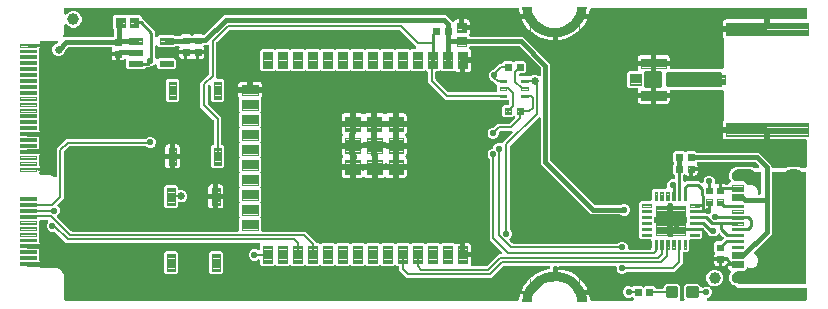
<source format=gtl>
G04 EAGLE Gerber RS-274X export*
G75*
%MOMM*%
%FSLAX34Y34*%
%LPD*%
%INTop Copper*%
%IPPOS*%
%AMOC8*
5,1,8,0,0,1.08239X$1,22.5*%
G01*
%ADD10C,1.000000*%
%ADD11C,0.102000*%
%ADD12C,0.099000*%
%ADD13C,0.101500*%
%ADD14C,0.454000*%
%ADD15C,0.101600*%
%ADD16C,0.106400*%
%ADD17C,0.099059*%
%ADD18C,0.635000*%
%ADD19C,0.100000*%
%ADD20C,0.103500*%
%ADD21C,0.654000*%
%ADD22C,0.300000*%
%ADD23C,0.254000*%
%ADD24C,0.203200*%
%ADD25C,0.558800*%
%ADD26C,0.381000*%
%ADD27C,0.508000*%

G36*
X400392Y32271D02*
X400392Y32271D01*
X400491Y32274D01*
X400549Y32291D01*
X400609Y32299D01*
X400701Y32335D01*
X400796Y32363D01*
X400848Y32393D01*
X400905Y32416D01*
X400985Y32474D01*
X401070Y32524D01*
X401145Y32590D01*
X401162Y32602D01*
X401170Y32612D01*
X401191Y32630D01*
X410979Y42419D01*
X412485Y42419D01*
X412623Y42436D01*
X412762Y42449D01*
X412781Y42456D01*
X412801Y42459D01*
X412930Y42510D01*
X413061Y42557D01*
X413078Y42568D01*
X413097Y42576D01*
X413209Y42657D01*
X413324Y42735D01*
X413338Y42751D01*
X413354Y42762D01*
X413443Y42870D01*
X413535Y42974D01*
X413544Y42992D01*
X413557Y43007D01*
X413616Y43133D01*
X413679Y43257D01*
X413684Y43277D01*
X413692Y43295D01*
X413718Y43431D01*
X413749Y43567D01*
X413748Y43588D01*
X413752Y43607D01*
X413744Y43746D01*
X413739Y43885D01*
X413734Y43905D01*
X413732Y43925D01*
X413690Y44057D01*
X413651Y44191D01*
X413641Y44208D01*
X413634Y44227D01*
X413560Y44345D01*
X413489Y44465D01*
X413471Y44486D01*
X413464Y44496D01*
X413449Y44510D01*
X413383Y44585D01*
X405509Y52460D01*
X403351Y54617D01*
X403351Y122697D01*
X403339Y122795D01*
X403336Y122894D01*
X403319Y122952D01*
X403311Y123012D01*
X403275Y123105D01*
X403247Y123200D01*
X403217Y123252D01*
X403194Y123308D01*
X403136Y123388D01*
X403086Y123474D01*
X403020Y123549D01*
X403008Y123566D01*
X402998Y123573D01*
X402980Y123594D01*
X402308Y124266D01*
X401573Y126040D01*
X401573Y127960D01*
X402308Y129734D01*
X403666Y131092D01*
X405447Y131830D01*
X405467Y131828D01*
X405595Y131850D01*
X405723Y131867D01*
X405751Y131877D01*
X405780Y131882D01*
X405898Y131936D01*
X406019Y131984D01*
X406043Y132001D01*
X406070Y132013D01*
X406171Y132094D01*
X406276Y132170D01*
X406295Y132193D01*
X406318Y132212D01*
X406396Y132315D01*
X406479Y132415D01*
X406492Y132442D01*
X406510Y132466D01*
X406580Y132610D01*
X407388Y134560D01*
X408746Y135918D01*
X410520Y136653D01*
X412440Y136653D01*
X413138Y136364D01*
X413167Y136356D01*
X413193Y136342D01*
X413319Y136314D01*
X413445Y136280D01*
X413474Y136279D01*
X413503Y136273D01*
X413633Y136277D01*
X413763Y136275D01*
X413791Y136282D01*
X413821Y136282D01*
X413946Y136319D01*
X414072Y136349D01*
X414098Y136363D01*
X414126Y136371D01*
X414238Y136437D01*
X414353Y136498D01*
X414375Y136517D01*
X414400Y136532D01*
X414521Y136639D01*
X416721Y138838D01*
X416721Y138839D01*
X422527Y144645D01*
X422612Y144754D01*
X422701Y144861D01*
X422709Y144880D01*
X422722Y144896D01*
X422777Y145024D01*
X422836Y145149D01*
X422840Y145169D01*
X422848Y145188D01*
X422870Y145326D01*
X422896Y145462D01*
X422895Y145482D01*
X422898Y145502D01*
X422885Y145641D01*
X422876Y145779D01*
X422870Y145798D01*
X422868Y145818D01*
X422821Y145950D01*
X422778Y146081D01*
X422768Y146099D01*
X422761Y146118D01*
X422683Y146233D01*
X422608Y146350D01*
X422593Y146364D01*
X422582Y146381D01*
X422478Y146473D01*
X422377Y146568D01*
X422359Y146578D01*
X422344Y146591D01*
X422220Y146654D01*
X422098Y146722D01*
X422079Y146727D01*
X422060Y146736D01*
X421925Y146766D01*
X421790Y146801D01*
X421762Y146803D01*
X421750Y146806D01*
X421730Y146805D01*
X421629Y146811D01*
X413269Y146811D01*
X413170Y146799D01*
X413071Y146796D01*
X413013Y146779D01*
X412953Y146771D01*
X412861Y146735D01*
X412766Y146707D01*
X412714Y146677D01*
X412657Y146654D01*
X412577Y146596D01*
X412492Y146546D01*
X412417Y146480D01*
X412400Y146468D01*
X412392Y146458D01*
X412371Y146440D01*
X411598Y145667D01*
X411538Y145589D01*
X411470Y145517D01*
X411441Y145464D01*
X411404Y145416D01*
X411364Y145325D01*
X411316Y145238D01*
X411301Y145179D01*
X411277Y145124D01*
X411262Y145026D01*
X411237Y144930D01*
X411231Y144830D01*
X411227Y144810D01*
X411229Y144797D01*
X411227Y144769D01*
X411227Y143820D01*
X410492Y142046D01*
X409134Y140688D01*
X407360Y139953D01*
X405440Y139953D01*
X403666Y140688D01*
X402308Y142046D01*
X401573Y143820D01*
X401573Y145740D01*
X402308Y147514D01*
X403666Y148872D01*
X405440Y149607D01*
X406389Y149607D01*
X406488Y149619D01*
X406587Y149622D01*
X406645Y149639D01*
X406705Y149647D01*
X406797Y149683D01*
X406892Y149711D01*
X406944Y149741D01*
X407001Y149764D01*
X407081Y149822D01*
X407166Y149872D01*
X407241Y149938D01*
X407258Y149950D01*
X407266Y149960D01*
X407287Y149978D01*
X410217Y152909D01*
X419851Y152909D01*
X419950Y152921D01*
X420049Y152924D01*
X420107Y152941D01*
X420167Y152949D01*
X420259Y152985D01*
X420354Y153013D01*
X420406Y153043D01*
X420463Y153066D01*
X420543Y153124D01*
X420628Y153174D01*
X420703Y153240D01*
X420720Y153252D01*
X420728Y153262D01*
X420749Y153280D01*
X424848Y157380D01*
X424921Y157474D01*
X425000Y157563D01*
X425018Y157599D01*
X425043Y157631D01*
X425091Y157740D01*
X425145Y157846D01*
X425153Y157886D01*
X425170Y157923D01*
X425188Y158041D01*
X425214Y158157D01*
X425213Y158197D01*
X425219Y158237D01*
X425208Y158356D01*
X425205Y158475D01*
X425193Y158513D01*
X425190Y158554D01*
X425149Y158666D01*
X425116Y158780D01*
X425096Y158815D01*
X425082Y158853D01*
X425015Y158951D01*
X424955Y159054D01*
X424915Y159099D01*
X424903Y159116D01*
X424888Y159130D01*
X424848Y159175D01*
X424667Y159357D01*
X424572Y159430D01*
X424483Y159508D01*
X424447Y159527D01*
X424415Y159551D01*
X424306Y159599D01*
X424200Y159653D01*
X424161Y159662D01*
X424123Y159678D01*
X424006Y159697D01*
X423890Y159723D01*
X423849Y159721D01*
X423809Y159728D01*
X423691Y159717D01*
X423572Y159713D01*
X423533Y159702D01*
X423493Y159698D01*
X423380Y159658D01*
X423266Y159624D01*
X423232Y159604D01*
X423193Y159590D01*
X423095Y159523D01*
X422992Y159463D01*
X422947Y159423D01*
X422930Y159412D01*
X422917Y159396D01*
X422872Y159357D01*
X422312Y158797D01*
X415226Y158797D01*
X413736Y160287D01*
X413736Y167373D01*
X415226Y168863D01*
X418592Y168863D01*
X418710Y168878D01*
X418829Y168885D01*
X418867Y168898D01*
X418908Y168903D01*
X419018Y168946D01*
X419131Y168983D01*
X419166Y169005D01*
X419203Y169020D01*
X419299Y169089D01*
X419400Y169153D01*
X419428Y169183D01*
X419461Y169206D01*
X419537Y169298D01*
X419618Y169385D01*
X419638Y169420D01*
X419663Y169451D01*
X419714Y169559D01*
X419772Y169663D01*
X419782Y169703D01*
X419799Y169739D01*
X419821Y169856D01*
X419851Y169971D01*
X419855Y170031D01*
X419859Y170051D01*
X419857Y170072D01*
X419861Y170132D01*
X419861Y171578D01*
X419846Y171696D01*
X419839Y171815D01*
X419826Y171853D01*
X419821Y171894D01*
X419778Y172004D01*
X419741Y172117D01*
X419719Y172152D01*
X419704Y172189D01*
X419635Y172285D01*
X419571Y172386D01*
X419541Y172414D01*
X419518Y172447D01*
X419426Y172523D01*
X419339Y172604D01*
X419304Y172624D01*
X419273Y172649D01*
X419165Y172700D01*
X419061Y172758D01*
X419021Y172768D01*
X418985Y172785D01*
X418868Y172807D01*
X418753Y172837D01*
X418693Y172841D01*
X418673Y172845D01*
X418652Y172843D01*
X418592Y172847D01*
X410826Y172847D01*
X410714Y172959D01*
X410635Y173020D01*
X410563Y173088D01*
X410510Y173117D01*
X410462Y173154D01*
X410371Y173194D01*
X410285Y173242D01*
X410226Y173257D01*
X410170Y173281D01*
X410072Y173296D01*
X409977Y173321D01*
X409877Y173327D01*
X409856Y173331D01*
X409844Y173329D01*
X409816Y173331D01*
X365917Y173331D01*
X351281Y187967D01*
X351281Y196038D01*
X351266Y196156D01*
X351259Y196275D01*
X351246Y196313D01*
X351241Y196354D01*
X351198Y196464D01*
X351161Y196577D01*
X351139Y196612D01*
X351124Y196649D01*
X351055Y196745D01*
X350991Y196846D01*
X350961Y196874D01*
X350938Y196907D01*
X350846Y196983D01*
X350759Y197064D01*
X350724Y197084D01*
X350693Y197109D01*
X350585Y197160D01*
X350481Y197218D01*
X350441Y197228D01*
X350405Y197245D01*
X350288Y197267D01*
X350173Y197297D01*
X350113Y197301D01*
X350093Y197305D01*
X350081Y197304D01*
X349678Y197708D01*
X349584Y197781D01*
X349494Y197860D01*
X349458Y197878D01*
X349426Y197903D01*
X349317Y197950D01*
X349211Y198004D01*
X349172Y198013D01*
X349134Y198029D01*
X349017Y198048D01*
X348901Y198074D01*
X348860Y198073D01*
X348820Y198079D01*
X348702Y198068D01*
X348583Y198064D01*
X348544Y198053D01*
X348504Y198049D01*
X348392Y198009D01*
X348277Y197976D01*
X348242Y197955D01*
X348204Y197941D01*
X348106Y197875D01*
X348003Y197814D01*
X347958Y197774D01*
X347941Y197763D01*
X347928Y197748D01*
X347883Y197708D01*
X347482Y197307D01*
X337378Y197307D01*
X336978Y197708D01*
X336884Y197781D01*
X336794Y197860D01*
X336758Y197878D01*
X336726Y197903D01*
X336617Y197950D01*
X336511Y198004D01*
X336472Y198013D01*
X336434Y198029D01*
X336317Y198048D01*
X336201Y198074D01*
X336160Y198073D01*
X336120Y198079D01*
X336002Y198068D01*
X335883Y198064D01*
X335844Y198053D01*
X335804Y198049D01*
X335692Y198009D01*
X335577Y197976D01*
X335542Y197955D01*
X335504Y197941D01*
X335406Y197875D01*
X335303Y197814D01*
X335258Y197774D01*
X335241Y197763D01*
X335228Y197748D01*
X335183Y197708D01*
X334782Y197307D01*
X324678Y197307D01*
X324278Y197708D01*
X324184Y197781D01*
X324094Y197860D01*
X324058Y197878D01*
X324026Y197903D01*
X323917Y197950D01*
X323811Y198004D01*
X323772Y198013D01*
X323734Y198029D01*
X323617Y198048D01*
X323501Y198074D01*
X323460Y198073D01*
X323420Y198079D01*
X323302Y198068D01*
X323183Y198064D01*
X323144Y198053D01*
X323104Y198049D01*
X322992Y198009D01*
X322877Y197976D01*
X322842Y197955D01*
X322804Y197941D01*
X322706Y197875D01*
X322603Y197814D01*
X322558Y197774D01*
X322541Y197763D01*
X322528Y197748D01*
X322483Y197708D01*
X322082Y197307D01*
X311978Y197307D01*
X311578Y197708D01*
X311484Y197781D01*
X311394Y197860D01*
X311358Y197878D01*
X311326Y197903D01*
X311217Y197950D01*
X311111Y198004D01*
X311072Y198013D01*
X311034Y198029D01*
X310917Y198048D01*
X310801Y198074D01*
X310760Y198073D01*
X310720Y198079D01*
X310602Y198068D01*
X310483Y198064D01*
X310444Y198053D01*
X310404Y198049D01*
X310292Y198009D01*
X310177Y197976D01*
X310142Y197955D01*
X310104Y197941D01*
X310006Y197875D01*
X309903Y197814D01*
X309858Y197774D01*
X309841Y197763D01*
X309828Y197748D01*
X309783Y197708D01*
X309382Y197307D01*
X299278Y197307D01*
X298878Y197708D01*
X298784Y197781D01*
X298694Y197860D01*
X298658Y197878D01*
X298626Y197903D01*
X298517Y197950D01*
X298411Y198004D01*
X298372Y198013D01*
X298334Y198029D01*
X298217Y198048D01*
X298101Y198074D01*
X298060Y198073D01*
X298020Y198079D01*
X297902Y198068D01*
X297783Y198064D01*
X297744Y198053D01*
X297704Y198049D01*
X297592Y198009D01*
X297477Y197976D01*
X297442Y197955D01*
X297404Y197941D01*
X297306Y197875D01*
X297203Y197814D01*
X297158Y197774D01*
X297141Y197763D01*
X297128Y197748D01*
X297083Y197708D01*
X296682Y197307D01*
X286578Y197307D01*
X286178Y197708D01*
X286084Y197781D01*
X285994Y197860D01*
X285958Y197878D01*
X285926Y197903D01*
X285817Y197950D01*
X285711Y198004D01*
X285672Y198013D01*
X285634Y198029D01*
X285517Y198048D01*
X285401Y198074D01*
X285360Y198073D01*
X285320Y198079D01*
X285202Y198068D01*
X285083Y198064D01*
X285044Y198053D01*
X285004Y198049D01*
X284892Y198009D01*
X284777Y197976D01*
X284742Y197955D01*
X284704Y197941D01*
X284606Y197875D01*
X284503Y197814D01*
X284458Y197774D01*
X284441Y197763D01*
X284428Y197748D01*
X284383Y197708D01*
X283982Y197307D01*
X273878Y197307D01*
X273478Y197708D01*
X273384Y197781D01*
X273294Y197860D01*
X273258Y197878D01*
X273226Y197903D01*
X273117Y197950D01*
X273011Y198004D01*
X272972Y198013D01*
X272934Y198029D01*
X272817Y198048D01*
X272701Y198074D01*
X272660Y198073D01*
X272620Y198079D01*
X272502Y198068D01*
X272383Y198064D01*
X272344Y198053D01*
X272304Y198049D01*
X272192Y198009D01*
X272077Y197976D01*
X272042Y197955D01*
X272004Y197941D01*
X271906Y197875D01*
X271803Y197814D01*
X271758Y197774D01*
X271741Y197763D01*
X271728Y197748D01*
X271683Y197708D01*
X271282Y197307D01*
X261178Y197307D01*
X260778Y197708D01*
X260684Y197781D01*
X260594Y197860D01*
X260558Y197878D01*
X260526Y197903D01*
X260417Y197950D01*
X260311Y198004D01*
X260272Y198013D01*
X260234Y198029D01*
X260117Y198048D01*
X260001Y198074D01*
X259960Y198073D01*
X259920Y198079D01*
X259802Y198068D01*
X259683Y198064D01*
X259644Y198053D01*
X259604Y198049D01*
X259492Y198009D01*
X259377Y197976D01*
X259342Y197955D01*
X259304Y197941D01*
X259206Y197875D01*
X259103Y197814D01*
X259058Y197774D01*
X259041Y197763D01*
X259028Y197748D01*
X258983Y197708D01*
X258582Y197307D01*
X248478Y197307D01*
X248078Y197708D01*
X247984Y197781D01*
X247894Y197860D01*
X247858Y197878D01*
X247826Y197903D01*
X247717Y197950D01*
X247611Y198004D01*
X247572Y198013D01*
X247534Y198029D01*
X247417Y198048D01*
X247301Y198074D01*
X247260Y198073D01*
X247220Y198079D01*
X247102Y198068D01*
X246983Y198064D01*
X246944Y198053D01*
X246904Y198049D01*
X246792Y198009D01*
X246677Y197976D01*
X246642Y197955D01*
X246604Y197941D01*
X246506Y197875D01*
X246403Y197814D01*
X246358Y197774D01*
X246341Y197763D01*
X246328Y197748D01*
X246283Y197708D01*
X245882Y197307D01*
X235778Y197307D01*
X235378Y197708D01*
X235284Y197781D01*
X235194Y197860D01*
X235158Y197878D01*
X235126Y197903D01*
X235017Y197950D01*
X234911Y198004D01*
X234872Y198013D01*
X234834Y198029D01*
X234717Y198048D01*
X234601Y198074D01*
X234560Y198073D01*
X234520Y198079D01*
X234402Y198068D01*
X234283Y198064D01*
X234244Y198053D01*
X234204Y198049D01*
X234092Y198009D01*
X233977Y197976D01*
X233942Y197955D01*
X233904Y197941D01*
X233806Y197875D01*
X233703Y197814D01*
X233658Y197774D01*
X233641Y197763D01*
X233628Y197748D01*
X233583Y197708D01*
X233182Y197307D01*
X223078Y197307D01*
X222678Y197708D01*
X222584Y197781D01*
X222494Y197860D01*
X222458Y197878D01*
X222426Y197903D01*
X222317Y197950D01*
X222211Y198004D01*
X222172Y198013D01*
X222134Y198029D01*
X222017Y198048D01*
X221901Y198074D01*
X221860Y198073D01*
X221820Y198079D01*
X221702Y198068D01*
X221583Y198064D01*
X221544Y198053D01*
X221504Y198049D01*
X221392Y198009D01*
X221277Y197976D01*
X221242Y197955D01*
X221204Y197941D01*
X221106Y197875D01*
X221003Y197814D01*
X220958Y197774D01*
X220941Y197763D01*
X220928Y197748D01*
X220883Y197708D01*
X220482Y197307D01*
X210378Y197307D01*
X208897Y198788D01*
X208897Y214892D01*
X210378Y216373D01*
X220482Y216373D01*
X220883Y215972D01*
X220977Y215899D01*
X221066Y215820D01*
X221102Y215802D01*
X221134Y215777D01*
X221243Y215730D01*
X221349Y215676D01*
X221388Y215667D01*
X221426Y215651D01*
X221543Y215632D01*
X221659Y215606D01*
X221700Y215607D01*
X221740Y215601D01*
X221858Y215612D01*
X221977Y215616D01*
X222016Y215627D01*
X222056Y215631D01*
X222168Y215671D01*
X222283Y215704D01*
X222318Y215725D01*
X222356Y215739D01*
X222454Y215805D01*
X222557Y215866D01*
X222602Y215906D01*
X222619Y215917D01*
X222632Y215932D01*
X222678Y215972D01*
X223078Y216373D01*
X233182Y216373D01*
X233583Y215972D01*
X233677Y215899D01*
X233766Y215820D01*
X233802Y215802D01*
X233834Y215777D01*
X233943Y215730D01*
X234049Y215676D01*
X234088Y215667D01*
X234126Y215651D01*
X234243Y215632D01*
X234359Y215606D01*
X234400Y215607D01*
X234440Y215601D01*
X234558Y215612D01*
X234677Y215616D01*
X234716Y215627D01*
X234756Y215631D01*
X234868Y215671D01*
X234983Y215704D01*
X235018Y215725D01*
X235056Y215739D01*
X235154Y215805D01*
X235257Y215866D01*
X235302Y215906D01*
X235319Y215917D01*
X235332Y215932D01*
X235378Y215972D01*
X235778Y216373D01*
X245882Y216373D01*
X246283Y215972D01*
X246377Y215899D01*
X246466Y215820D01*
X246502Y215802D01*
X246534Y215777D01*
X246643Y215730D01*
X246749Y215676D01*
X246788Y215667D01*
X246826Y215651D01*
X246943Y215632D01*
X247059Y215606D01*
X247100Y215607D01*
X247140Y215601D01*
X247258Y215612D01*
X247377Y215616D01*
X247416Y215627D01*
X247456Y215631D01*
X247568Y215671D01*
X247683Y215704D01*
X247718Y215725D01*
X247756Y215739D01*
X247854Y215805D01*
X247957Y215866D01*
X248002Y215906D01*
X248019Y215917D01*
X248032Y215932D01*
X248078Y215972D01*
X248478Y216373D01*
X258582Y216373D01*
X258983Y215972D01*
X259077Y215899D01*
X259166Y215820D01*
X259202Y215802D01*
X259234Y215777D01*
X259343Y215730D01*
X259449Y215676D01*
X259488Y215667D01*
X259526Y215651D01*
X259643Y215632D01*
X259759Y215606D01*
X259800Y215607D01*
X259840Y215601D01*
X259958Y215612D01*
X260077Y215616D01*
X260116Y215627D01*
X260156Y215631D01*
X260268Y215671D01*
X260383Y215704D01*
X260418Y215725D01*
X260456Y215739D01*
X260554Y215805D01*
X260657Y215866D01*
X260702Y215906D01*
X260719Y215917D01*
X260732Y215932D01*
X260778Y215972D01*
X261178Y216373D01*
X271282Y216373D01*
X271683Y215972D01*
X271777Y215899D01*
X271866Y215820D01*
X271902Y215802D01*
X271934Y215777D01*
X272043Y215730D01*
X272149Y215676D01*
X272188Y215667D01*
X272226Y215651D01*
X272343Y215632D01*
X272459Y215606D01*
X272500Y215607D01*
X272540Y215601D01*
X272658Y215612D01*
X272777Y215616D01*
X272816Y215627D01*
X272856Y215631D01*
X272968Y215671D01*
X273083Y215704D01*
X273118Y215725D01*
X273156Y215739D01*
X273254Y215805D01*
X273357Y215866D01*
X273402Y215906D01*
X273419Y215917D01*
X273432Y215932D01*
X273478Y215972D01*
X273878Y216373D01*
X283982Y216373D01*
X284383Y215972D01*
X284477Y215899D01*
X284566Y215820D01*
X284602Y215802D01*
X284634Y215777D01*
X284743Y215730D01*
X284849Y215676D01*
X284888Y215667D01*
X284926Y215651D01*
X285043Y215632D01*
X285159Y215606D01*
X285200Y215607D01*
X285240Y215601D01*
X285358Y215612D01*
X285477Y215616D01*
X285516Y215627D01*
X285556Y215631D01*
X285668Y215671D01*
X285783Y215704D01*
X285818Y215725D01*
X285856Y215739D01*
X285954Y215805D01*
X286057Y215866D01*
X286102Y215906D01*
X286119Y215917D01*
X286132Y215932D01*
X286178Y215972D01*
X286578Y216373D01*
X296682Y216373D01*
X297083Y215972D01*
X297177Y215899D01*
X297266Y215820D01*
X297302Y215802D01*
X297334Y215777D01*
X297443Y215730D01*
X297549Y215676D01*
X297588Y215667D01*
X297626Y215651D01*
X297743Y215632D01*
X297859Y215606D01*
X297900Y215607D01*
X297940Y215601D01*
X298058Y215612D01*
X298177Y215616D01*
X298216Y215627D01*
X298256Y215631D01*
X298368Y215671D01*
X298483Y215704D01*
X298518Y215725D01*
X298556Y215739D01*
X298654Y215805D01*
X298757Y215866D01*
X298802Y215906D01*
X298819Y215917D01*
X298832Y215932D01*
X298878Y215972D01*
X299278Y216373D01*
X309382Y216373D01*
X309783Y215972D01*
X309877Y215899D01*
X309966Y215820D01*
X310002Y215802D01*
X310034Y215777D01*
X310143Y215730D01*
X310249Y215676D01*
X310288Y215667D01*
X310326Y215651D01*
X310443Y215632D01*
X310559Y215606D01*
X310600Y215607D01*
X310640Y215601D01*
X310758Y215612D01*
X310877Y215616D01*
X310916Y215627D01*
X310956Y215631D01*
X311068Y215671D01*
X311183Y215704D01*
X311218Y215725D01*
X311256Y215739D01*
X311354Y215805D01*
X311457Y215866D01*
X311502Y215906D01*
X311519Y215917D01*
X311532Y215932D01*
X311578Y215972D01*
X311978Y216373D01*
X322082Y216373D01*
X322483Y215972D01*
X322577Y215899D01*
X322666Y215820D01*
X322702Y215802D01*
X322734Y215777D01*
X322843Y215730D01*
X322949Y215676D01*
X322988Y215667D01*
X323026Y215651D01*
X323143Y215632D01*
X323259Y215606D01*
X323300Y215607D01*
X323340Y215601D01*
X323458Y215612D01*
X323577Y215616D01*
X323616Y215627D01*
X323656Y215631D01*
X323768Y215671D01*
X323883Y215704D01*
X323918Y215725D01*
X323956Y215739D01*
X324054Y215805D01*
X324157Y215866D01*
X324202Y215906D01*
X324219Y215917D01*
X324232Y215932D01*
X324278Y215972D01*
X324678Y216373D01*
X334782Y216373D01*
X335183Y215972D01*
X335277Y215899D01*
X335366Y215820D01*
X335402Y215802D01*
X335434Y215777D01*
X335543Y215730D01*
X335649Y215676D01*
X335688Y215667D01*
X335726Y215651D01*
X335843Y215632D01*
X335959Y215606D01*
X336000Y215607D01*
X336040Y215601D01*
X336158Y215612D01*
X336277Y215616D01*
X336316Y215627D01*
X336356Y215631D01*
X336468Y215671D01*
X336583Y215704D01*
X336618Y215725D01*
X336656Y215739D01*
X336754Y215805D01*
X336857Y215866D01*
X336902Y215906D01*
X336919Y215917D01*
X336932Y215932D01*
X336978Y215972D01*
X337378Y216373D01*
X340131Y216373D01*
X340269Y216390D01*
X340408Y216403D01*
X340427Y216410D01*
X340447Y216413D01*
X340576Y216464D01*
X340707Y216511D01*
X340724Y216522D01*
X340743Y216530D01*
X340855Y216611D01*
X340970Y216689D01*
X340984Y216705D01*
X341000Y216716D01*
X341089Y216824D01*
X341181Y216928D01*
X341190Y216946D01*
X341203Y216961D01*
X341262Y217087D01*
X341325Y217211D01*
X341330Y217231D01*
X341338Y217249D01*
X341364Y217385D01*
X341395Y217521D01*
X341394Y217542D01*
X341398Y217561D01*
X341390Y217700D01*
X341385Y217839D01*
X341380Y217859D01*
X341378Y217879D01*
X341336Y218011D01*
X341297Y218145D01*
X341287Y218162D01*
X341280Y218181D01*
X341206Y218299D01*
X341135Y218419D01*
X341117Y218440D01*
X341110Y218450D01*
X341095Y218464D01*
X341029Y218539D01*
X327277Y232292D01*
X327199Y232352D01*
X327127Y232420D01*
X327074Y232449D01*
X327026Y232486D01*
X326935Y232526D01*
X326848Y232574D01*
X326789Y232589D01*
X326734Y232613D01*
X326636Y232628D01*
X326540Y232653D01*
X326440Y232659D01*
X326420Y232663D01*
X326407Y232661D01*
X326379Y232663D01*
X183399Y232663D01*
X183300Y232651D01*
X183201Y232648D01*
X183143Y232631D01*
X183083Y232623D01*
X182991Y232587D01*
X182896Y232559D01*
X182844Y232529D01*
X182787Y232506D01*
X182707Y232448D01*
X182622Y232398D01*
X182546Y232332D01*
X182530Y232320D01*
X182522Y232310D01*
X182501Y232292D01*
X172330Y222121D01*
X172270Y222043D01*
X172202Y221971D01*
X172173Y221918D01*
X172136Y221870D01*
X172096Y221779D01*
X172048Y221692D01*
X172033Y221634D01*
X172009Y221578D01*
X171994Y221480D01*
X171969Y221384D01*
X171963Y221284D01*
X171959Y221264D01*
X171961Y221251D01*
X171959Y221223D01*
X171959Y192024D01*
X171974Y191906D01*
X171981Y191787D01*
X171994Y191749D01*
X171999Y191708D01*
X172042Y191598D01*
X172079Y191485D01*
X172101Y191450D01*
X172116Y191413D01*
X172185Y191317D01*
X172249Y191216D01*
X172279Y191188D01*
X172302Y191155D01*
X172394Y191079D01*
X172481Y190998D01*
X172516Y190978D01*
X172547Y190953D01*
X172655Y190902D01*
X172759Y190844D01*
X172799Y190834D01*
X172835Y190817D01*
X172952Y190795D01*
X173067Y190765D01*
X173127Y190761D01*
X173147Y190757D01*
X173168Y190759D01*
X173228Y190755D01*
X177336Y190755D01*
X178817Y189274D01*
X178817Y172930D01*
X177336Y171449D01*
X168612Y171449D01*
X167131Y172930D01*
X167131Y184393D01*
X167128Y184418D01*
X167130Y184443D01*
X167108Y184575D01*
X167091Y184709D01*
X167082Y184732D01*
X167078Y184756D01*
X167024Y184880D01*
X166974Y185005D01*
X166960Y185025D01*
X166950Y185047D01*
X166867Y185153D01*
X166788Y185262D01*
X166768Y185278D01*
X166753Y185297D01*
X166646Y185379D01*
X166543Y185465D01*
X166520Y185475D01*
X166501Y185490D01*
X166376Y185543D01*
X166255Y185600D01*
X166231Y185605D01*
X166208Y185615D01*
X166074Y185635D01*
X165943Y185660D01*
X165918Y185659D01*
X165893Y185662D01*
X165759Y185649D01*
X165625Y185640D01*
X165602Y185633D01*
X165577Y185630D01*
X165450Y185584D01*
X165323Y185542D01*
X165302Y185529D01*
X165278Y185521D01*
X165168Y185444D01*
X165054Y185372D01*
X165037Y185354D01*
X165017Y185340D01*
X164928Y185239D01*
X164836Y185141D01*
X164824Y185119D01*
X164808Y185100D01*
X164727Y184961D01*
X164709Y184910D01*
X164682Y184862D01*
X164656Y184760D01*
X164621Y184661D01*
X164617Y184607D01*
X164603Y184554D01*
X164593Y184393D01*
X164593Y170191D01*
X164605Y170092D01*
X164608Y169993D01*
X164625Y169935D01*
X164633Y169875D01*
X164669Y169783D01*
X164697Y169688D01*
X164727Y169636D01*
X164750Y169579D01*
X164808Y169499D01*
X164858Y169414D01*
X164924Y169339D01*
X164936Y169322D01*
X164946Y169314D01*
X164964Y169293D01*
X176023Y158235D01*
X176023Y136144D01*
X176038Y136026D01*
X176045Y135907D01*
X176058Y135869D01*
X176063Y135828D01*
X176106Y135718D01*
X176143Y135605D01*
X176165Y135570D01*
X176180Y135533D01*
X176249Y135437D01*
X176313Y135336D01*
X176343Y135308D01*
X176366Y135275D01*
X176458Y135199D01*
X176545Y135118D01*
X176580Y135098D01*
X176611Y135073D01*
X176719Y135022D01*
X176823Y134964D01*
X176863Y134954D01*
X176899Y134937D01*
X177016Y134915D01*
X177131Y134885D01*
X177191Y134881D01*
X177211Y134877D01*
X177232Y134879D01*
X177292Y134875D01*
X177336Y134875D01*
X178817Y133394D01*
X178817Y117050D01*
X177336Y115569D01*
X168612Y115569D01*
X167131Y117050D01*
X167131Y133394D01*
X168612Y134875D01*
X168656Y134875D01*
X168774Y134890D01*
X168893Y134897D01*
X168931Y134910D01*
X168972Y134915D01*
X169082Y134958D01*
X169195Y134995D01*
X169230Y135017D01*
X169267Y135032D01*
X169363Y135101D01*
X169464Y135165D01*
X169492Y135195D01*
X169525Y135218D01*
X169601Y135310D01*
X169682Y135397D01*
X169702Y135432D01*
X169727Y135463D01*
X169778Y135571D01*
X169836Y135675D01*
X169846Y135715D01*
X169863Y135751D01*
X169885Y135868D01*
X169915Y135983D01*
X169919Y136043D01*
X169923Y136063D01*
X169921Y136084D01*
X169925Y136144D01*
X169925Y155183D01*
X169913Y155282D01*
X169910Y155381D01*
X169893Y155439D01*
X169885Y155499D01*
X169849Y155591D01*
X169821Y155686D01*
X169791Y155738D01*
X169768Y155795D01*
X169710Y155875D01*
X169660Y155960D01*
X169594Y156035D01*
X169582Y156052D01*
X169572Y156060D01*
X169554Y156081D01*
X158495Y167139D01*
X158495Y187445D01*
X165490Y194439D01*
X165550Y194517D01*
X165618Y194589D01*
X165647Y194642D01*
X165684Y194690D01*
X165724Y194781D01*
X165772Y194868D01*
X165787Y194927D01*
X165811Y194982D01*
X165826Y195080D01*
X165851Y195176D01*
X165857Y195276D01*
X165861Y195296D01*
X165859Y195309D01*
X165861Y195337D01*
X165861Y218233D01*
X165846Y218351D01*
X165839Y218470D01*
X165826Y218508D01*
X165821Y218549D01*
X165778Y218659D01*
X165741Y218772D01*
X165719Y218807D01*
X165704Y218844D01*
X165635Y218940D01*
X165571Y219041D01*
X165541Y219069D01*
X165518Y219102D01*
X165426Y219178D01*
X165339Y219259D01*
X165304Y219279D01*
X165273Y219304D01*
X165165Y219355D01*
X165061Y219413D01*
X165021Y219423D01*
X164985Y219440D01*
X164868Y219462D01*
X164753Y219492D01*
X164693Y219496D01*
X164673Y219500D01*
X164652Y219498D01*
X164592Y219502D01*
X162359Y219502D01*
X162227Y219486D01*
X162095Y219475D01*
X162070Y219466D01*
X162043Y219462D01*
X161920Y219414D01*
X161795Y219370D01*
X161772Y219355D01*
X161747Y219345D01*
X161640Y219268D01*
X161530Y219194D01*
X161512Y219174D01*
X161490Y219159D01*
X161406Y219057D01*
X161317Y218958D01*
X161304Y218934D01*
X161287Y218914D01*
X161231Y218794D01*
X161169Y218677D01*
X161163Y218650D01*
X161152Y218626D01*
X161127Y218496D01*
X161096Y218367D01*
X161097Y218340D01*
X161092Y218314D01*
X161100Y218181D01*
X161103Y218049D01*
X161110Y218023D01*
X161112Y217996D01*
X161153Y217870D01*
X161188Y217743D01*
X161205Y217708D01*
X161210Y217694D01*
X161221Y217675D01*
X161259Y217598D01*
X161543Y217108D01*
X161751Y216332D01*
X161751Y214939D01*
X156440Y214939D01*
X156322Y214924D01*
X156203Y214917D01*
X156196Y214915D01*
X156140Y214929D01*
X156080Y214933D01*
X156060Y214937D01*
X156040Y214935D01*
X155980Y214939D01*
X146280Y214939D01*
X146162Y214924D01*
X146043Y214917D01*
X146036Y214915D01*
X145980Y214929D01*
X145920Y214933D01*
X145900Y214937D01*
X145880Y214935D01*
X145820Y214939D01*
X140509Y214939D01*
X140509Y216332D01*
X140738Y217185D01*
X140773Y217260D01*
X140778Y217287D01*
X140789Y217311D01*
X140808Y217442D01*
X140833Y217573D01*
X140832Y217599D01*
X140835Y217626D01*
X140822Y217758D01*
X140813Y217890D01*
X140805Y217915D01*
X140802Y217942D01*
X140756Y218067D01*
X140715Y218192D01*
X140701Y218215D01*
X140692Y218240D01*
X140616Y218349D01*
X140545Y218461D01*
X140526Y218480D01*
X140510Y218502D01*
X140410Y218588D01*
X140314Y218679D01*
X140290Y218692D01*
X140270Y218710D01*
X140151Y218769D01*
X140035Y218833D01*
X140009Y218839D01*
X139985Y218851D01*
X139855Y218879D01*
X139727Y218912D01*
X139689Y218914D01*
X139674Y218918D01*
X139652Y218917D01*
X139567Y218922D01*
X137764Y218922D01*
X137666Y218910D01*
X137567Y218907D01*
X137508Y218890D01*
X137448Y218882D01*
X137356Y218846D01*
X137261Y218818D01*
X137209Y218788D01*
X137153Y218765D01*
X137073Y218707D01*
X136987Y218657D01*
X136912Y218591D01*
X136895Y218579D01*
X136887Y218569D01*
X136866Y218551D01*
X136393Y218077D01*
X123289Y218077D01*
X122309Y219057D01*
X122200Y219142D01*
X122093Y219231D01*
X122074Y219239D01*
X122058Y219252D01*
X121931Y219307D01*
X121805Y219366D01*
X121785Y219370D01*
X121766Y219378D01*
X121628Y219400D01*
X121492Y219426D01*
X121472Y219425D01*
X121452Y219428D01*
X121313Y219415D01*
X121175Y219406D01*
X121156Y219400D01*
X121136Y219398D01*
X121004Y219351D01*
X120873Y219308D01*
X120855Y219297D01*
X120836Y219291D01*
X120721Y219212D01*
X120604Y219138D01*
X120590Y219123D01*
X120573Y219112D01*
X120481Y219008D01*
X120386Y218906D01*
X120376Y218889D01*
X120363Y218874D01*
X120299Y218749D01*
X120232Y218628D01*
X120227Y218608D01*
X120218Y218590D01*
X120188Y218454D01*
X120153Y218320D01*
X120151Y218292D01*
X120148Y218280D01*
X120149Y218259D01*
X120143Y218159D01*
X120143Y209734D01*
X120144Y209725D01*
X120143Y209715D01*
X120164Y209566D01*
X120183Y209418D01*
X120186Y209410D01*
X120187Y209400D01*
X120239Y209248D01*
X120583Y208419D01*
X120608Y208376D01*
X120624Y208329D01*
X120686Y208237D01*
X120741Y208142D01*
X120775Y208107D01*
X120803Y208066D01*
X120885Y207993D01*
X120962Y207914D01*
X121004Y207888D01*
X121041Y207855D01*
X121139Y207805D01*
X121233Y207748D01*
X121280Y207733D01*
X121325Y207710D01*
X121432Y207686D01*
X121537Y207654D01*
X121586Y207652D01*
X121635Y207641D01*
X121745Y207644D01*
X121854Y207639D01*
X121903Y207649D01*
X121953Y207650D01*
X122059Y207681D01*
X122166Y207703D01*
X122211Y207725D01*
X122258Y207739D01*
X122353Y207795D01*
X122452Y207843D01*
X122489Y207875D01*
X122532Y207900D01*
X122653Y208007D01*
X123289Y208643D01*
X136393Y208643D01*
X137874Y207162D01*
X137874Y200558D01*
X136393Y199077D01*
X123289Y199077D01*
X121808Y200558D01*
X121808Y202088D01*
X121791Y202226D01*
X121778Y202364D01*
X121771Y202383D01*
X121768Y202404D01*
X121717Y202533D01*
X121670Y202664D01*
X121659Y202681D01*
X121651Y202699D01*
X121570Y202812D01*
X121492Y202927D01*
X121476Y202940D01*
X121465Y202957D01*
X121357Y203045D01*
X121253Y203137D01*
X121235Y203146D01*
X121220Y203159D01*
X121094Y203219D01*
X120970Y203282D01*
X120950Y203286D01*
X120932Y203295D01*
X120795Y203321D01*
X120660Y203352D01*
X120639Y203351D01*
X120620Y203355D01*
X120481Y203346D01*
X120342Y203342D01*
X120322Y203336D01*
X120302Y203335D01*
X120170Y203292D01*
X120036Y203253D01*
X120019Y203243D01*
X120000Y203237D01*
X119882Y203163D01*
X119762Y203092D01*
X119741Y203073D01*
X119731Y203067D01*
X119717Y203052D01*
X119642Y202985D01*
X118939Y202283D01*
X117165Y201548D01*
X116575Y201548D01*
X116477Y201536D01*
X116378Y201533D01*
X116319Y201516D01*
X116259Y201508D01*
X116167Y201472D01*
X116072Y201444D01*
X116020Y201414D01*
X115964Y201391D01*
X115883Y201333D01*
X115798Y201283D01*
X115723Y201217D01*
X115706Y201205D01*
X115698Y201195D01*
X115677Y201176D01*
X115058Y200557D01*
X112397Y200557D01*
X112299Y200545D01*
X112200Y200542D01*
X112141Y200525D01*
X112081Y200517D01*
X111989Y200481D01*
X111894Y200453D01*
X111842Y200423D01*
X111786Y200400D01*
X111706Y200342D01*
X111620Y200292D01*
X111545Y200226D01*
X111528Y200214D01*
X111520Y200204D01*
X111499Y200186D01*
X110391Y199077D01*
X97287Y199077D01*
X95806Y200558D01*
X95806Y206718D01*
X95789Y206856D01*
X95776Y206994D01*
X95769Y207013D01*
X95766Y207033D01*
X95715Y207163D01*
X95668Y207293D01*
X95657Y207310D01*
X95649Y207329D01*
X95568Y207441D01*
X95490Y207556D01*
X95474Y207570D01*
X95463Y207586D01*
X95355Y207675D01*
X95251Y207767D01*
X95233Y207776D01*
X95218Y207789D01*
X95092Y207848D01*
X94968Y207912D01*
X94948Y207916D01*
X94930Y207925D01*
X94794Y207951D01*
X94658Y207981D01*
X94637Y207981D01*
X94618Y207984D01*
X94479Y207976D01*
X94340Y207971D01*
X94320Y207966D01*
X94300Y207965D01*
X94168Y207922D01*
X94034Y207883D01*
X94017Y207873D01*
X93998Y207867D01*
X93880Y207792D01*
X93760Y207722D01*
X93739Y207703D01*
X93729Y207696D01*
X93715Y207681D01*
X93639Y207615D01*
X93263Y207239D01*
X92568Y206837D01*
X91792Y206629D01*
X90399Y206629D01*
X90399Y211940D01*
X90384Y212058D01*
X90377Y212177D01*
X90364Y212215D01*
X90359Y212255D01*
X90316Y212366D01*
X90279Y212479D01*
X90257Y212513D01*
X90242Y212551D01*
X90173Y212647D01*
X90109Y212748D01*
X90079Y212776D01*
X90056Y212808D01*
X89964Y212884D01*
X89877Y212966D01*
X89842Y212985D01*
X89811Y213011D01*
X89767Y213031D01*
X89712Y213107D01*
X89649Y213208D01*
X89619Y213236D01*
X89595Y213269D01*
X89504Y213345D01*
X89417Y213426D01*
X89382Y213446D01*
X89350Y213471D01*
X89243Y213522D01*
X89138Y213580D01*
X89099Y213590D01*
X89063Y213607D01*
X88946Y213629D01*
X88830Y213659D01*
X88770Y213663D01*
X88750Y213667D01*
X88730Y213665D01*
X88670Y213669D01*
X83359Y213669D01*
X83359Y215062D01*
X83567Y215838D01*
X83851Y216328D01*
X83902Y216451D01*
X83958Y216570D01*
X83963Y216597D01*
X83974Y216622D01*
X83993Y216753D01*
X84018Y216883D01*
X84016Y216909D01*
X84020Y216936D01*
X84007Y217068D01*
X83998Y217200D01*
X83990Y217226D01*
X83987Y217252D01*
X83941Y217377D01*
X83900Y217502D01*
X83886Y217525D01*
X83876Y217551D01*
X83801Y217659D01*
X83730Y217771D01*
X83710Y217790D01*
X83695Y217812D01*
X83595Y217898D01*
X83498Y217989D01*
X83475Y218002D01*
X83454Y218020D01*
X83336Y218079D01*
X83220Y218143D01*
X83194Y218149D01*
X83170Y218161D01*
X83040Y218189D01*
X82912Y218222D01*
X82874Y218224D01*
X82859Y218228D01*
X82837Y218227D01*
X82751Y218232D01*
X47035Y218232D01*
X46937Y218220D01*
X46838Y218217D01*
X46779Y218200D01*
X46719Y218192D01*
X46627Y218156D01*
X46532Y218128D01*
X46480Y218098D01*
X46424Y218075D01*
X46344Y218017D01*
X46258Y217967D01*
X46183Y217901D01*
X46166Y217889D01*
X46158Y217879D01*
X46137Y217861D01*
X43933Y215657D01*
X43873Y215578D01*
X43805Y215506D01*
X43776Y215453D01*
X43739Y215405D01*
X43699Y215314D01*
X43651Y215228D01*
X43636Y215169D01*
X43612Y215114D01*
X43597Y215016D01*
X43572Y214920D01*
X43566Y214820D01*
X43562Y214799D01*
X43564Y214787D01*
X43562Y214759D01*
X43562Y214610D01*
X42769Y212696D01*
X41304Y211231D01*
X39390Y210438D01*
X37318Y210438D01*
X35404Y211231D01*
X33939Y212696D01*
X33146Y214610D01*
X33146Y216682D01*
X33939Y218596D01*
X35404Y220061D01*
X37090Y220759D01*
X37151Y220794D01*
X37216Y220820D01*
X37289Y220872D01*
X37367Y220917D01*
X37417Y220965D01*
X37473Y221006D01*
X37531Y221076D01*
X37595Y221138D01*
X37631Y221198D01*
X37676Y221251D01*
X37714Y221333D01*
X37761Y221409D01*
X37782Y221476D01*
X37812Y221539D01*
X37828Y221627D01*
X37855Y221713D01*
X37858Y221783D01*
X37871Y221852D01*
X37866Y221941D01*
X37870Y222031D01*
X37856Y222099D01*
X37852Y222169D01*
X37824Y222254D01*
X37806Y222342D01*
X37775Y222405D01*
X37754Y222471D01*
X37706Y222547D01*
X37666Y222628D01*
X37621Y222681D01*
X37583Y222740D01*
X37518Y222802D01*
X37460Y222870D01*
X37403Y222910D01*
X37352Y222958D01*
X37273Y223001D01*
X37200Y223053D01*
X37134Y223078D01*
X37073Y223112D01*
X36986Y223134D01*
X36902Y223166D01*
X36833Y223174D01*
X36765Y223191D01*
X36605Y223201D01*
X35061Y223201D01*
X35051Y223200D01*
X35026Y223201D01*
X33601Y223160D01*
X33522Y223171D01*
X33443Y223191D01*
X33291Y223201D01*
X33287Y223201D01*
X33285Y223201D01*
X33283Y223201D01*
X23644Y223201D01*
X23519Y223186D01*
X23393Y223176D01*
X23361Y223166D01*
X23328Y223161D01*
X23211Y223115D01*
X23092Y223075D01*
X23064Y223057D01*
X23032Y223044D01*
X22931Y222971D01*
X22825Y222902D01*
X22802Y222877D01*
X22775Y222858D01*
X22695Y222761D01*
X22610Y222668D01*
X22594Y222639D01*
X22572Y222613D01*
X22519Y222499D01*
X22459Y222388D01*
X22451Y222355D01*
X22437Y222325D01*
X22413Y222201D01*
X22383Y222079D01*
X22383Y222046D01*
X22377Y222013D01*
X22385Y221887D01*
X22386Y221761D01*
X22395Y221713D01*
X22397Y221695D01*
X22403Y221675D01*
X22418Y221603D01*
X22541Y221144D01*
X22541Y220769D01*
X21122Y220769D01*
X21112Y220768D01*
X21102Y220769D01*
X20955Y220748D01*
X20807Y220730D01*
X20797Y220726D01*
X20787Y220724D01*
X20649Y220667D01*
X20511Y220613D01*
X20503Y220607D01*
X20493Y220603D01*
X20374Y220513D01*
X20254Y220426D01*
X20247Y220418D01*
X20239Y220412D01*
X20146Y220296D01*
X20051Y220181D01*
X20047Y220172D01*
X20040Y220164D01*
X19978Y220027D01*
X19915Y219893D01*
X19913Y219883D01*
X19909Y219874D01*
X19883Y219726D01*
X19856Y219581D01*
X19856Y219571D01*
X19854Y219561D01*
X19866Y219411D01*
X19875Y219263D01*
X19878Y219254D01*
X19879Y219243D01*
X19928Y219102D01*
X19973Y218961D01*
X19979Y218952D01*
X19982Y218943D01*
X20064Y218818D01*
X20144Y218692D01*
X20151Y218685D01*
X20156Y218677D01*
X20268Y218561D01*
X20269Y218561D01*
X20325Y218521D01*
X20375Y218474D01*
X20455Y218430D01*
X20529Y218378D01*
X20594Y218354D01*
X20654Y218320D01*
X20742Y218298D01*
X20827Y218266D01*
X20895Y218258D01*
X20962Y218241D01*
X21123Y218231D01*
X22541Y218231D01*
X22541Y217856D01*
X22333Y217081D01*
X22203Y216855D01*
X22167Y216770D01*
X22122Y216689D01*
X22106Y216624D01*
X22080Y216562D01*
X22066Y216471D01*
X22043Y216381D01*
X22036Y216265D01*
X22033Y216248D01*
X22034Y216239D01*
X22033Y216221D01*
X22033Y147779D01*
X22044Y147688D01*
X22046Y147595D01*
X22064Y147531D01*
X22073Y147464D01*
X22107Y147378D01*
X22131Y147289D01*
X22183Y147184D01*
X22190Y147168D01*
X22195Y147161D01*
X22203Y147145D01*
X22333Y146919D01*
X22541Y146144D01*
X22541Y145769D01*
X21123Y145769D01*
X21085Y145765D01*
X21048Y145767D01*
X20988Y145756D01*
X20925Y145754D01*
X20867Y145737D01*
X20807Y145730D01*
X20772Y145715D01*
X20735Y145709D01*
X20680Y145683D01*
X20620Y145666D01*
X20568Y145635D01*
X20511Y145613D01*
X20481Y145590D01*
X20447Y145574D01*
X20399Y145535D01*
X20346Y145504D01*
X20271Y145438D01*
X20254Y145426D01*
X20246Y145416D01*
X20225Y145398D01*
X20225Y145397D01*
X20214Y145384D01*
X20201Y145373D01*
X20129Y145274D01*
X20051Y145181D01*
X20043Y145163D01*
X20030Y145146D01*
X20023Y145130D01*
X20013Y145116D01*
X19967Y145002D01*
X19916Y144893D01*
X19912Y144873D01*
X19904Y144854D01*
X19901Y144837D01*
X19894Y144821D01*
X19878Y144698D01*
X19856Y144581D01*
X19857Y144561D01*
X19854Y144540D01*
X19855Y144523D01*
X19853Y144506D01*
X19868Y144382D01*
X19876Y144263D01*
X19882Y144244D01*
X19884Y144224D01*
X19890Y144207D01*
X19892Y144190D01*
X19937Y144074D01*
X19974Y143960D01*
X19984Y143944D01*
X19991Y143924D01*
X20001Y143910D01*
X20007Y143894D01*
X20079Y143794D01*
X20144Y143692D01*
X20158Y143678D01*
X20170Y143661D01*
X20183Y143650D01*
X20193Y143636D01*
X20310Y143525D01*
X20345Y143502D01*
X20375Y143474D01*
X20393Y143464D01*
X20408Y143451D01*
X20495Y143406D01*
X20578Y143353D01*
X20617Y143340D01*
X20654Y143320D01*
X20674Y143315D01*
X20691Y143306D01*
X20786Y143285D01*
X20880Y143254D01*
X20922Y143251D01*
X20962Y143241D01*
X20991Y143239D01*
X21002Y143236D01*
X21021Y143237D01*
X21123Y143231D01*
X22541Y143231D01*
X22541Y142856D01*
X22333Y142081D01*
X22203Y141855D01*
X22167Y141770D01*
X22122Y141689D01*
X22106Y141624D01*
X22080Y141562D01*
X22066Y141471D01*
X22043Y141381D01*
X22036Y141265D01*
X22033Y141248D01*
X22034Y141239D01*
X22033Y141221D01*
X22033Y132779D01*
X22044Y132688D01*
X22046Y132595D01*
X22064Y132531D01*
X22073Y132464D01*
X22107Y132378D01*
X22131Y132289D01*
X22183Y132184D01*
X22190Y132168D01*
X22195Y132161D01*
X22203Y132145D01*
X22333Y131919D01*
X22541Y131144D01*
X22541Y130769D01*
X21123Y130769D01*
X21024Y130757D01*
X20925Y130754D01*
X20886Y130743D01*
X20846Y130739D01*
X20827Y130732D01*
X20807Y130730D01*
X20715Y130693D01*
X20620Y130666D01*
X20585Y130645D01*
X20547Y130631D01*
X20530Y130620D01*
X20511Y130613D01*
X20431Y130554D01*
X20346Y130504D01*
X20300Y130464D01*
X20284Y130453D01*
X20270Y130438D01*
X20254Y130426D01*
X20246Y130416D01*
X20225Y130398D01*
X20152Y130303D01*
X20073Y130214D01*
X20064Y130196D01*
X20051Y130181D01*
X20043Y130162D01*
X20030Y130146D01*
X19983Y130037D01*
X19929Y129931D01*
X19924Y129911D01*
X19916Y129893D01*
X19912Y129873D01*
X19904Y129854D01*
X19885Y129737D01*
X19859Y129621D01*
X19860Y129600D01*
X19856Y129581D01*
X19857Y129561D01*
X19854Y129540D01*
X19865Y129422D01*
X19869Y129303D01*
X19874Y129283D01*
X19876Y129263D01*
X19882Y129244D01*
X19884Y129224D01*
X19924Y129111D01*
X19957Y128997D01*
X19968Y128979D01*
X19974Y128960D01*
X19984Y128944D01*
X19991Y128924D01*
X20058Y128826D01*
X20119Y128723D01*
X20137Y128702D01*
X20144Y128692D01*
X20158Y128678D01*
X20170Y128661D01*
X20185Y128648D01*
X20225Y128603D01*
X20225Y128602D01*
X20303Y128542D01*
X20375Y128474D01*
X20393Y128464D01*
X20408Y128451D01*
X20444Y128432D01*
X20476Y128407D01*
X20567Y128368D01*
X20654Y128320D01*
X20674Y128315D01*
X20691Y128306D01*
X20730Y128297D01*
X20768Y128281D01*
X20866Y128266D01*
X20962Y128241D01*
X20991Y128239D01*
X21002Y128237D01*
X21020Y128237D01*
X21062Y128234D01*
X21082Y128231D01*
X21095Y128232D01*
X21123Y128231D01*
X22541Y128231D01*
X22541Y127856D01*
X22333Y127081D01*
X22203Y126855D01*
X22167Y126770D01*
X22122Y126689D01*
X22106Y126624D01*
X22080Y126562D01*
X22066Y126471D01*
X22043Y126381D01*
X22036Y126265D01*
X22033Y126248D01*
X22034Y126239D01*
X22033Y126221D01*
X22033Y117779D01*
X22044Y117688D01*
X22046Y117595D01*
X22064Y117531D01*
X22073Y117464D01*
X22107Y117378D01*
X22131Y117289D01*
X22183Y117184D01*
X22190Y117168D01*
X22195Y117161D01*
X22203Y117145D01*
X22333Y116919D01*
X22541Y116144D01*
X22541Y115769D01*
X21123Y115769D01*
X21054Y115761D01*
X20985Y115762D01*
X20897Y115741D01*
X20807Y115730D01*
X20743Y115704D01*
X20676Y115688D01*
X20596Y115646D01*
X20511Y115613D01*
X20456Y115572D01*
X20395Y115540D01*
X20269Y115439D01*
X20268Y115439D01*
X20262Y115432D01*
X20254Y115426D01*
X20254Y115425D01*
X20158Y115310D01*
X20062Y115197D01*
X20057Y115188D01*
X20051Y115180D01*
X19987Y115046D01*
X19922Y114912D01*
X19920Y114902D01*
X19915Y114893D01*
X19887Y114746D01*
X19857Y114600D01*
X19857Y114590D01*
X19856Y114580D01*
X19865Y114431D01*
X19872Y114283D01*
X19875Y114273D01*
X19875Y114263D01*
X19921Y114121D01*
X19965Y113979D01*
X19970Y113970D01*
X19973Y113960D01*
X20053Y113834D01*
X20131Y113707D01*
X20138Y113700D01*
X20143Y113692D01*
X20252Y113590D01*
X20359Y113486D01*
X20368Y113481D01*
X20375Y113474D01*
X20505Y113402D01*
X20635Y113328D01*
X20645Y113325D01*
X20654Y113320D01*
X20797Y113283D01*
X20942Y113243D01*
X20952Y113243D01*
X20962Y113241D01*
X21122Y113231D01*
X22541Y113231D01*
X22541Y112856D01*
X22333Y112081D01*
X22115Y111703D01*
X22063Y111580D01*
X22007Y111461D01*
X22002Y111434D01*
X21991Y111409D01*
X21972Y111278D01*
X21947Y111148D01*
X21949Y111122D01*
X21945Y111095D01*
X21959Y110963D01*
X21967Y110831D01*
X21975Y110805D01*
X21978Y110779D01*
X22024Y110654D01*
X22065Y110529D01*
X22079Y110506D01*
X22089Y110480D01*
X22164Y110372D01*
X22235Y110260D01*
X22255Y110241D01*
X22270Y110219D01*
X22370Y110133D01*
X22467Y110042D01*
X22490Y110029D01*
X22511Y110011D01*
X22629Y109952D01*
X22745Y109888D01*
X22771Y109882D01*
X22795Y109870D01*
X22925Y109842D01*
X23053Y109809D01*
X23091Y109807D01*
X23106Y109803D01*
X23128Y109804D01*
X23214Y109799D01*
X31425Y109799D01*
X34925Y107778D01*
X35048Y107726D01*
X35167Y107670D01*
X35194Y107665D01*
X35219Y107654D01*
X35350Y107635D01*
X35480Y107610D01*
X35506Y107612D01*
X35533Y107608D01*
X35665Y107622D01*
X35797Y107630D01*
X35823Y107638D01*
X35849Y107641D01*
X35974Y107687D01*
X36099Y107728D01*
X36122Y107742D01*
X36148Y107752D01*
X36256Y107827D01*
X36368Y107898D01*
X36387Y107918D01*
X36409Y107933D01*
X36495Y108033D01*
X36586Y108130D01*
X36599Y108153D01*
X36617Y108174D01*
X36676Y108292D01*
X36740Y108408D01*
X36746Y108434D01*
X36758Y108458D01*
X36786Y108588D01*
X36819Y108716D01*
X36821Y108754D01*
X36825Y108769D01*
X36824Y108791D01*
X36829Y108877D01*
X36829Y131819D01*
X44965Y139955D01*
X111521Y139955D01*
X111619Y139967D01*
X111718Y139970D01*
X111776Y139987D01*
X111836Y139995D01*
X111929Y140031D01*
X112024Y140059D01*
X112076Y140089D01*
X112132Y140112D01*
X112212Y140170D01*
X112298Y140220D01*
X112373Y140286D01*
X112390Y140298D01*
X112397Y140308D01*
X112418Y140326D01*
X113344Y141252D01*
X115118Y141987D01*
X117038Y141987D01*
X118812Y141252D01*
X120170Y139894D01*
X120905Y138120D01*
X120905Y136200D01*
X120170Y134426D01*
X118812Y133068D01*
X117038Y132333D01*
X115118Y132333D01*
X113344Y133068D01*
X112926Y133486D01*
X112848Y133546D01*
X112776Y133614D01*
X112723Y133643D01*
X112675Y133680D01*
X112584Y133720D01*
X112498Y133768D01*
X112439Y133783D01*
X112383Y133807D01*
X112285Y133822D01*
X112190Y133847D01*
X112090Y133853D01*
X112069Y133857D01*
X112057Y133855D01*
X112029Y133857D01*
X48017Y133857D01*
X47918Y133845D01*
X47819Y133842D01*
X47761Y133825D01*
X47701Y133817D01*
X47609Y133781D01*
X47514Y133753D01*
X47462Y133723D01*
X47405Y133700D01*
X47325Y133642D01*
X47240Y133592D01*
X47165Y133526D01*
X47148Y133514D01*
X47140Y133504D01*
X47119Y133486D01*
X43298Y129665D01*
X43238Y129587D01*
X43170Y129515D01*
X43141Y129462D01*
X43104Y129414D01*
X43064Y129323D01*
X43016Y129236D01*
X43001Y129177D01*
X42977Y129122D01*
X42962Y129024D01*
X42937Y128928D01*
X42931Y128828D01*
X42927Y128808D01*
X42929Y128795D01*
X42927Y128767D01*
X42927Y89923D01*
X40769Y87766D01*
X37744Y84741D01*
X37671Y84647D01*
X37593Y84558D01*
X37574Y84522D01*
X37549Y84490D01*
X37502Y84380D01*
X37448Y84274D01*
X37439Y84235D01*
X37423Y84198D01*
X37404Y84080D01*
X37378Y83964D01*
X37380Y83924D01*
X37373Y83884D01*
X37384Y83765D01*
X37388Y83646D01*
X37399Y83607D01*
X37403Y83567D01*
X37443Y83455D01*
X37476Y83341D01*
X37497Y83306D01*
X37511Y83268D01*
X37578Y83169D01*
X37638Y83067D01*
X37678Y83021D01*
X37689Y83005D01*
X37705Y82991D01*
X37744Y82946D01*
X38536Y82154D01*
X39271Y80380D01*
X39271Y78460D01*
X38536Y76686D01*
X37318Y75468D01*
X37245Y75374D01*
X37167Y75285D01*
X37148Y75249D01*
X37123Y75217D01*
X37076Y75108D01*
X37022Y75002D01*
X37013Y74962D01*
X36997Y74925D01*
X36978Y74807D01*
X36952Y74691D01*
X36954Y74651D01*
X36947Y74611D01*
X36958Y74492D01*
X36962Y74373D01*
X36973Y74335D01*
X36977Y74294D01*
X37017Y74182D01*
X37050Y74068D01*
X37071Y74033D01*
X37085Y73995D01*
X37152Y73897D01*
X37212Y73794D01*
X37252Y73749D01*
X37263Y73732D01*
X37279Y73718D01*
X37318Y73673D01*
X49151Y61840D01*
X49229Y61780D01*
X49301Y61712D01*
X49354Y61683D01*
X49402Y61646D01*
X49493Y61606D01*
X49580Y61558D01*
X49638Y61543D01*
X49694Y61519D01*
X49792Y61504D01*
X49888Y61479D01*
X49988Y61473D01*
X50008Y61469D01*
X50021Y61471D01*
X50049Y61469D01*
X189728Y61469D01*
X189846Y61484D01*
X189965Y61491D01*
X190003Y61504D01*
X190044Y61509D01*
X190154Y61552D01*
X190267Y61589D01*
X190302Y61611D01*
X190339Y61626D01*
X190435Y61695D01*
X190536Y61759D01*
X190564Y61789D01*
X190597Y61812D01*
X190673Y61904D01*
X190754Y61991D01*
X190774Y62026D01*
X190799Y62057D01*
X190850Y62165D01*
X190908Y62269D01*
X190918Y62309D01*
X190935Y62345D01*
X190957Y62462D01*
X190987Y62577D01*
X190991Y62637D01*
X190995Y62657D01*
X190993Y62678D01*
X190997Y62738D01*
X190997Y72362D01*
X191398Y72763D01*
X191471Y72857D01*
X191550Y72946D01*
X191568Y72982D01*
X191593Y73014D01*
X191640Y73123D01*
X191694Y73229D01*
X191703Y73268D01*
X191719Y73306D01*
X191738Y73423D01*
X191764Y73539D01*
X191763Y73580D01*
X191769Y73620D01*
X191758Y73738D01*
X191754Y73857D01*
X191743Y73896D01*
X191739Y73936D01*
X191699Y74048D01*
X191666Y74163D01*
X191645Y74198D01*
X191631Y74236D01*
X191565Y74334D01*
X191504Y74437D01*
X191464Y74482D01*
X191453Y74499D01*
X191438Y74512D01*
X191398Y74558D01*
X190997Y74958D01*
X190997Y85062D01*
X191398Y85463D01*
X191471Y85557D01*
X191550Y85646D01*
X191568Y85682D01*
X191593Y85714D01*
X191640Y85823D01*
X191694Y85929D01*
X191703Y85968D01*
X191719Y86006D01*
X191738Y86123D01*
X191764Y86239D01*
X191763Y86280D01*
X191769Y86320D01*
X191758Y86438D01*
X191754Y86557D01*
X191743Y86596D01*
X191739Y86636D01*
X191699Y86748D01*
X191666Y86863D01*
X191645Y86898D01*
X191631Y86936D01*
X191565Y87034D01*
X191504Y87137D01*
X191464Y87182D01*
X191453Y87199D01*
X191438Y87212D01*
X191398Y87258D01*
X190997Y87658D01*
X190997Y97762D01*
X191398Y98163D01*
X191471Y98257D01*
X191550Y98346D01*
X191568Y98382D01*
X191593Y98414D01*
X191640Y98523D01*
X191694Y98629D01*
X191703Y98668D01*
X191719Y98706D01*
X191738Y98823D01*
X191764Y98939D01*
X191763Y98980D01*
X191769Y99020D01*
X191758Y99138D01*
X191754Y99257D01*
X191743Y99296D01*
X191739Y99336D01*
X191699Y99448D01*
X191666Y99563D01*
X191645Y99598D01*
X191631Y99636D01*
X191565Y99734D01*
X191504Y99837D01*
X191464Y99882D01*
X191453Y99899D01*
X191438Y99912D01*
X191398Y99958D01*
X190997Y100358D01*
X190997Y110462D01*
X191398Y110863D01*
X191471Y110957D01*
X191550Y111046D01*
X191568Y111082D01*
X191593Y111114D01*
X191640Y111223D01*
X191694Y111329D01*
X191703Y111368D01*
X191719Y111406D01*
X191738Y111523D01*
X191764Y111639D01*
X191763Y111680D01*
X191769Y111720D01*
X191758Y111838D01*
X191754Y111957D01*
X191743Y111996D01*
X191739Y112036D01*
X191699Y112148D01*
X191666Y112263D01*
X191645Y112298D01*
X191631Y112336D01*
X191565Y112434D01*
X191504Y112537D01*
X191464Y112582D01*
X191453Y112599D01*
X191438Y112612D01*
X191398Y112658D01*
X190997Y113058D01*
X190997Y123162D01*
X191398Y123563D01*
X191471Y123657D01*
X191550Y123746D01*
X191568Y123782D01*
X191593Y123814D01*
X191640Y123923D01*
X191694Y124029D01*
X191703Y124068D01*
X191719Y124106D01*
X191738Y124223D01*
X191764Y124339D01*
X191763Y124380D01*
X191769Y124420D01*
X191758Y124538D01*
X191754Y124657D01*
X191743Y124696D01*
X191739Y124736D01*
X191699Y124848D01*
X191666Y124963D01*
X191645Y124998D01*
X191631Y125036D01*
X191565Y125134D01*
X191504Y125237D01*
X191464Y125282D01*
X191453Y125299D01*
X191438Y125312D01*
X191398Y125358D01*
X190997Y125758D01*
X190997Y135862D01*
X191398Y136263D01*
X191471Y136357D01*
X191550Y136446D01*
X191568Y136482D01*
X191593Y136514D01*
X191640Y136623D01*
X191694Y136729D01*
X191703Y136768D01*
X191719Y136806D01*
X191738Y136923D01*
X191764Y137039D01*
X191763Y137080D01*
X191769Y137120D01*
X191758Y137238D01*
X191754Y137357D01*
X191743Y137396D01*
X191739Y137436D01*
X191699Y137548D01*
X191666Y137663D01*
X191645Y137698D01*
X191631Y137736D01*
X191565Y137834D01*
X191504Y137937D01*
X191464Y137982D01*
X191453Y137999D01*
X191438Y138012D01*
X191398Y138058D01*
X190997Y138458D01*
X190997Y148562D01*
X191398Y148963D01*
X191471Y149057D01*
X191550Y149146D01*
X191568Y149182D01*
X191593Y149214D01*
X191640Y149323D01*
X191694Y149429D01*
X191703Y149468D01*
X191719Y149506D01*
X191738Y149623D01*
X191764Y149739D01*
X191763Y149780D01*
X191769Y149820D01*
X191758Y149938D01*
X191754Y150057D01*
X191743Y150096D01*
X191739Y150136D01*
X191699Y150248D01*
X191666Y150363D01*
X191645Y150398D01*
X191631Y150436D01*
X191565Y150534D01*
X191504Y150637D01*
X191464Y150682D01*
X191453Y150699D01*
X191438Y150712D01*
X191398Y150758D01*
X190997Y151158D01*
X190997Y161262D01*
X191398Y161663D01*
X191471Y161757D01*
X191550Y161846D01*
X191568Y161882D01*
X191593Y161914D01*
X191640Y162023D01*
X191694Y162129D01*
X191703Y162168D01*
X191719Y162206D01*
X191738Y162323D01*
X191764Y162439D01*
X191763Y162480D01*
X191769Y162520D01*
X191758Y162638D01*
X191754Y162757D01*
X191743Y162796D01*
X191739Y162836D01*
X191699Y162948D01*
X191666Y163063D01*
X191645Y163098D01*
X191631Y163136D01*
X191565Y163234D01*
X191504Y163337D01*
X191464Y163382D01*
X191453Y163399D01*
X191438Y163412D01*
X191398Y163458D01*
X190997Y163858D01*
X190997Y173962D01*
X191039Y174003D01*
X191112Y174097D01*
X191190Y174187D01*
X191209Y174223D01*
X191233Y174255D01*
X191281Y174364D01*
X191335Y174470D01*
X191344Y174509D01*
X191360Y174546D01*
X191379Y174664D01*
X191405Y174780D01*
X191403Y174821D01*
X191410Y174861D01*
X191398Y174979D01*
X191395Y175098D01*
X191384Y175137D01*
X191380Y175177D01*
X191339Y175289D01*
X191306Y175404D01*
X191286Y175438D01*
X191272Y175476D01*
X191205Y175575D01*
X191145Y175678D01*
X191109Y175718D01*
X190696Y176433D01*
X190489Y177205D01*
X190489Y179361D01*
X199550Y179361D01*
X199668Y179376D01*
X199787Y179383D01*
X199825Y179395D01*
X199865Y179401D01*
X199976Y179444D01*
X200089Y179481D01*
X200123Y179503D01*
X200161Y179518D01*
X200257Y179587D01*
X200358Y179651D01*
X200386Y179681D01*
X200418Y179704D01*
X200494Y179796D01*
X200526Y179830D01*
X200531Y179822D01*
X200561Y179794D01*
X200585Y179761D01*
X200676Y179685D01*
X200763Y179604D01*
X200798Y179584D01*
X200830Y179559D01*
X200937Y179508D01*
X201042Y179450D01*
X201081Y179440D01*
X201117Y179423D01*
X201234Y179401D01*
X201350Y179371D01*
X201410Y179367D01*
X201430Y179363D01*
X201450Y179365D01*
X201510Y179361D01*
X210571Y179361D01*
X210571Y177205D01*
X210364Y176433D01*
X209932Y175686D01*
X209870Y175615D01*
X209851Y175579D01*
X209827Y175547D01*
X209779Y175438D01*
X209725Y175332D01*
X209716Y175292D01*
X209700Y175255D01*
X209682Y175138D01*
X209655Y175021D01*
X209657Y174981D01*
X209650Y174941D01*
X209661Y174823D01*
X209665Y174704D01*
X209676Y174665D01*
X209680Y174625D01*
X209720Y174512D01*
X209754Y174398D01*
X209774Y174363D01*
X209788Y174325D01*
X209855Y174227D01*
X209915Y174124D01*
X209955Y174079D01*
X209966Y174062D01*
X209981Y174049D01*
X210021Y174003D01*
X210063Y173962D01*
X210063Y163858D01*
X209662Y163458D01*
X209589Y163364D01*
X209510Y163274D01*
X209492Y163238D01*
X209467Y163206D01*
X209420Y163097D01*
X209366Y162991D01*
X209357Y162952D01*
X209341Y162914D01*
X209322Y162797D01*
X209296Y162681D01*
X209297Y162640D01*
X209291Y162600D01*
X209302Y162482D01*
X209306Y162363D01*
X209317Y162324D01*
X209321Y162284D01*
X209361Y162172D01*
X209394Y162057D01*
X209415Y162022D01*
X209429Y161984D01*
X209495Y161886D01*
X209556Y161783D01*
X209596Y161738D01*
X209607Y161721D01*
X209622Y161708D01*
X209662Y161663D01*
X210063Y161262D01*
X210063Y151158D01*
X209662Y150758D01*
X209589Y150664D01*
X209510Y150574D01*
X209492Y150538D01*
X209467Y150506D01*
X209420Y150397D01*
X209366Y150291D01*
X209357Y150252D01*
X209341Y150214D01*
X209322Y150097D01*
X209296Y149981D01*
X209297Y149940D01*
X209291Y149900D01*
X209302Y149782D01*
X209306Y149663D01*
X209317Y149624D01*
X209321Y149584D01*
X209361Y149472D01*
X209394Y149357D01*
X209415Y149322D01*
X209429Y149284D01*
X209495Y149186D01*
X209556Y149083D01*
X209596Y149038D01*
X209607Y149021D01*
X209622Y149008D01*
X209662Y148963D01*
X210063Y148562D01*
X210063Y138458D01*
X209662Y138058D01*
X209589Y137964D01*
X209510Y137874D01*
X209492Y137838D01*
X209467Y137806D01*
X209420Y137697D01*
X209366Y137591D01*
X209357Y137552D01*
X209341Y137514D01*
X209322Y137397D01*
X209296Y137281D01*
X209297Y137240D01*
X209291Y137200D01*
X209302Y137082D01*
X209306Y136963D01*
X209317Y136924D01*
X209321Y136884D01*
X209361Y136772D01*
X209394Y136657D01*
X209415Y136622D01*
X209429Y136584D01*
X209495Y136486D01*
X209556Y136383D01*
X209596Y136338D01*
X209607Y136321D01*
X209622Y136308D01*
X209662Y136263D01*
X210063Y135862D01*
X210063Y125758D01*
X209662Y125358D01*
X209589Y125264D01*
X209510Y125174D01*
X209492Y125138D01*
X209467Y125106D01*
X209420Y124997D01*
X209366Y124891D01*
X209357Y124852D01*
X209341Y124814D01*
X209322Y124697D01*
X209296Y124581D01*
X209297Y124540D01*
X209291Y124500D01*
X209302Y124382D01*
X209306Y124263D01*
X209317Y124224D01*
X209321Y124184D01*
X209361Y124072D01*
X209394Y123957D01*
X209415Y123922D01*
X209429Y123884D01*
X209495Y123786D01*
X209556Y123683D01*
X209596Y123638D01*
X209607Y123621D01*
X209622Y123608D01*
X209662Y123563D01*
X210063Y123162D01*
X210063Y113058D01*
X209662Y112658D01*
X209589Y112564D01*
X209510Y112474D01*
X209492Y112438D01*
X209467Y112406D01*
X209420Y112297D01*
X209366Y112191D01*
X209357Y112152D01*
X209341Y112114D01*
X209322Y111997D01*
X209296Y111881D01*
X209297Y111840D01*
X209291Y111800D01*
X209302Y111682D01*
X209306Y111563D01*
X209317Y111524D01*
X209321Y111484D01*
X209361Y111372D01*
X209394Y111257D01*
X209415Y111222D01*
X209429Y111184D01*
X209495Y111086D01*
X209556Y110983D01*
X209596Y110938D01*
X209607Y110921D01*
X209622Y110908D01*
X209662Y110863D01*
X210063Y110462D01*
X210063Y100358D01*
X209662Y99958D01*
X209589Y99864D01*
X209510Y99774D01*
X209492Y99738D01*
X209467Y99706D01*
X209420Y99597D01*
X209366Y99491D01*
X209357Y99452D01*
X209341Y99414D01*
X209322Y99297D01*
X209296Y99181D01*
X209297Y99140D01*
X209291Y99100D01*
X209302Y98982D01*
X209306Y98863D01*
X209317Y98824D01*
X209321Y98784D01*
X209361Y98671D01*
X209394Y98557D01*
X209415Y98522D01*
X209429Y98484D01*
X209495Y98386D01*
X209556Y98283D01*
X209596Y98238D01*
X209607Y98221D01*
X209622Y98208D01*
X209662Y98163D01*
X210063Y97762D01*
X210063Y87658D01*
X209662Y87258D01*
X209589Y87164D01*
X209510Y87074D01*
X209492Y87038D01*
X209467Y87006D01*
X209420Y86897D01*
X209366Y86791D01*
X209357Y86752D01*
X209341Y86714D01*
X209322Y86597D01*
X209296Y86481D01*
X209297Y86440D01*
X209291Y86400D01*
X209302Y86282D01*
X209306Y86163D01*
X209317Y86124D01*
X209321Y86084D01*
X209361Y85972D01*
X209394Y85857D01*
X209415Y85822D01*
X209429Y85784D01*
X209495Y85686D01*
X209556Y85583D01*
X209596Y85538D01*
X209607Y85521D01*
X209622Y85508D01*
X209662Y85463D01*
X210063Y85062D01*
X210063Y74958D01*
X209662Y74558D01*
X209589Y74464D01*
X209510Y74374D01*
X209492Y74338D01*
X209467Y74306D01*
X209420Y74197D01*
X209366Y74091D01*
X209357Y74052D01*
X209341Y74014D01*
X209322Y73897D01*
X209296Y73781D01*
X209297Y73740D01*
X209291Y73700D01*
X209302Y73582D01*
X209306Y73463D01*
X209317Y73424D01*
X209321Y73384D01*
X209361Y73272D01*
X209394Y73157D01*
X209415Y73122D01*
X209429Y73084D01*
X209495Y72986D01*
X209556Y72883D01*
X209596Y72838D01*
X209607Y72821D01*
X209622Y72808D01*
X209662Y72763D01*
X210063Y72362D01*
X210063Y62738D01*
X210078Y62620D01*
X210085Y62501D01*
X210098Y62463D01*
X210103Y62422D01*
X210146Y62312D01*
X210183Y62199D01*
X210205Y62164D01*
X210220Y62127D01*
X210289Y62031D01*
X210353Y61930D01*
X210383Y61902D01*
X210406Y61869D01*
X210498Y61793D01*
X210585Y61712D01*
X210620Y61692D01*
X210651Y61667D01*
X210759Y61616D01*
X210863Y61558D01*
X210903Y61548D01*
X210939Y61531D01*
X211056Y61509D01*
X211171Y61479D01*
X211231Y61475D01*
X211251Y61471D01*
X211272Y61473D01*
X211332Y61469D01*
X247643Y61469D01*
X256666Y52446D01*
X256699Y52343D01*
X256721Y52308D01*
X256736Y52271D01*
X256805Y52175D01*
X256869Y52074D01*
X256899Y52046D01*
X256922Y52013D01*
X257014Y51937D01*
X257101Y51856D01*
X257136Y51836D01*
X257167Y51811D01*
X257275Y51760D01*
X257379Y51702D01*
X257419Y51692D01*
X257455Y51675D01*
X257572Y51653D01*
X257687Y51623D01*
X257747Y51619D01*
X257767Y51615D01*
X257788Y51617D01*
X257848Y51613D01*
X258582Y51613D01*
X258982Y51212D01*
X259076Y51139D01*
X259166Y51060D01*
X259202Y51042D01*
X259234Y51017D01*
X259343Y50970D01*
X259449Y50916D01*
X259488Y50907D01*
X259526Y50891D01*
X259643Y50872D01*
X259759Y50846D01*
X259800Y50847D01*
X259840Y50841D01*
X259958Y50852D01*
X260077Y50856D01*
X260116Y50867D01*
X260156Y50871D01*
X260268Y50911D01*
X260383Y50944D01*
X260418Y50965D01*
X260456Y50979D01*
X260554Y51045D01*
X260657Y51106D01*
X260702Y51146D01*
X260719Y51157D01*
X260732Y51172D01*
X260777Y51212D01*
X261178Y51613D01*
X271282Y51613D01*
X271682Y51212D01*
X271776Y51139D01*
X271866Y51060D01*
X271902Y51042D01*
X271934Y51017D01*
X272043Y50970D01*
X272149Y50916D01*
X272188Y50907D01*
X272226Y50891D01*
X272343Y50872D01*
X272459Y50846D01*
X272500Y50847D01*
X272540Y50841D01*
X272658Y50852D01*
X272777Y50856D01*
X272816Y50867D01*
X272856Y50871D01*
X272968Y50911D01*
X273083Y50944D01*
X273118Y50965D01*
X273156Y50979D01*
X273254Y51045D01*
X273357Y51106D01*
X273402Y51146D01*
X273419Y51157D01*
X273432Y51172D01*
X273477Y51212D01*
X273878Y51613D01*
X283982Y51613D01*
X284382Y51212D01*
X284476Y51139D01*
X284566Y51060D01*
X284602Y51042D01*
X284634Y51017D01*
X284743Y50970D01*
X284849Y50916D01*
X284888Y50907D01*
X284926Y50891D01*
X285043Y50872D01*
X285159Y50846D01*
X285200Y50847D01*
X285240Y50841D01*
X285358Y50852D01*
X285477Y50856D01*
X285516Y50867D01*
X285556Y50871D01*
X285668Y50911D01*
X285783Y50944D01*
X285818Y50965D01*
X285856Y50979D01*
X285954Y51045D01*
X286057Y51106D01*
X286102Y51146D01*
X286119Y51157D01*
X286132Y51172D01*
X286177Y51212D01*
X286578Y51613D01*
X296682Y51613D01*
X297082Y51212D01*
X297176Y51139D01*
X297266Y51060D01*
X297302Y51042D01*
X297334Y51017D01*
X297443Y50970D01*
X297549Y50916D01*
X297588Y50907D01*
X297626Y50891D01*
X297743Y50872D01*
X297859Y50846D01*
X297900Y50847D01*
X297940Y50841D01*
X298058Y50852D01*
X298177Y50856D01*
X298216Y50867D01*
X298256Y50871D01*
X298368Y50911D01*
X298483Y50944D01*
X298518Y50965D01*
X298556Y50979D01*
X298654Y51045D01*
X298757Y51106D01*
X298802Y51146D01*
X298819Y51157D01*
X298832Y51172D01*
X298877Y51212D01*
X299278Y51613D01*
X309382Y51613D01*
X309782Y51212D01*
X309876Y51139D01*
X309966Y51060D01*
X310002Y51042D01*
X310034Y51017D01*
X310143Y50970D01*
X310249Y50916D01*
X310288Y50907D01*
X310326Y50891D01*
X310443Y50872D01*
X310559Y50846D01*
X310600Y50847D01*
X310640Y50841D01*
X310758Y50852D01*
X310877Y50856D01*
X310916Y50867D01*
X310956Y50871D01*
X311068Y50911D01*
X311183Y50944D01*
X311218Y50965D01*
X311256Y50979D01*
X311354Y51045D01*
X311457Y51106D01*
X311502Y51146D01*
X311519Y51157D01*
X311532Y51172D01*
X311577Y51212D01*
X311978Y51613D01*
X322082Y51613D01*
X322482Y51212D01*
X322576Y51139D01*
X322666Y51060D01*
X322702Y51042D01*
X322734Y51017D01*
X322843Y50970D01*
X322949Y50916D01*
X322988Y50907D01*
X323026Y50891D01*
X323143Y50872D01*
X323259Y50846D01*
X323300Y50847D01*
X323340Y50841D01*
X323458Y50852D01*
X323577Y50856D01*
X323616Y50867D01*
X323656Y50871D01*
X323768Y50911D01*
X323883Y50944D01*
X323918Y50965D01*
X323956Y50979D01*
X324054Y51045D01*
X324157Y51106D01*
X324202Y51146D01*
X324219Y51157D01*
X324232Y51172D01*
X324277Y51212D01*
X324678Y51613D01*
X334782Y51613D01*
X335182Y51212D01*
X335276Y51139D01*
X335366Y51060D01*
X335402Y51042D01*
X335434Y51017D01*
X335543Y50970D01*
X335649Y50916D01*
X335688Y50907D01*
X335726Y50891D01*
X335843Y50872D01*
X335959Y50846D01*
X336000Y50847D01*
X336040Y50841D01*
X336158Y50852D01*
X336277Y50856D01*
X336316Y50867D01*
X336356Y50871D01*
X336468Y50911D01*
X336583Y50944D01*
X336618Y50965D01*
X336656Y50979D01*
X336754Y51045D01*
X336857Y51106D01*
X336902Y51146D01*
X336919Y51157D01*
X336932Y51172D01*
X336977Y51212D01*
X337378Y51613D01*
X347482Y51613D01*
X347882Y51212D01*
X347976Y51139D01*
X348066Y51060D01*
X348102Y51042D01*
X348134Y51017D01*
X348243Y50970D01*
X348349Y50916D01*
X348388Y50907D01*
X348426Y50891D01*
X348543Y50872D01*
X348659Y50846D01*
X348700Y50847D01*
X348740Y50841D01*
X348858Y50852D01*
X348977Y50856D01*
X349016Y50867D01*
X349056Y50871D01*
X349168Y50911D01*
X349283Y50944D01*
X349318Y50965D01*
X349356Y50979D01*
X349454Y51045D01*
X349557Y51106D01*
X349602Y51146D01*
X349619Y51157D01*
X349632Y51172D01*
X349677Y51212D01*
X350078Y51613D01*
X360182Y51613D01*
X360582Y51212D01*
X360676Y51139D01*
X360766Y51060D01*
X360802Y51042D01*
X360834Y51017D01*
X360943Y50970D01*
X361049Y50916D01*
X361088Y50907D01*
X361126Y50891D01*
X361243Y50872D01*
X361359Y50846D01*
X361400Y50847D01*
X361440Y50841D01*
X361558Y50852D01*
X361677Y50856D01*
X361716Y50867D01*
X361756Y50871D01*
X361868Y50911D01*
X361983Y50944D01*
X362018Y50965D01*
X362056Y50979D01*
X362154Y51045D01*
X362257Y51106D01*
X362302Y51146D01*
X362319Y51157D01*
X362332Y51172D01*
X362377Y51212D01*
X362778Y51613D01*
X372882Y51613D01*
X372923Y51571D01*
X373017Y51498D01*
X373107Y51420D01*
X373143Y51401D01*
X373175Y51377D01*
X373284Y51329D01*
X373390Y51275D01*
X373429Y51266D01*
X373466Y51250D01*
X373584Y51232D01*
X373700Y51205D01*
X373740Y51207D01*
X373780Y51200D01*
X373899Y51211D01*
X374018Y51215D01*
X374057Y51226D01*
X374097Y51230D01*
X374209Y51270D01*
X374323Y51304D01*
X374358Y51324D01*
X374396Y51338D01*
X374495Y51405D01*
X374597Y51465D01*
X374638Y51501D01*
X375353Y51914D01*
X376125Y52121D01*
X378281Y52121D01*
X378281Y43060D01*
X378296Y42942D01*
X378303Y42823D01*
X378315Y42785D01*
X378321Y42745D01*
X378364Y42634D01*
X378401Y42521D01*
X378423Y42487D01*
X378438Y42449D01*
X378508Y42352D01*
X378571Y42252D01*
X378601Y42224D01*
X378624Y42192D01*
X378716Y42116D01*
X378803Y42034D01*
X378838Y42015D01*
X378869Y41989D01*
X378977Y41938D01*
X379081Y41881D01*
X379121Y41871D01*
X379157Y41853D01*
X379274Y41831D01*
X379389Y41801D01*
X379449Y41797D01*
X379469Y41794D01*
X379490Y41795D01*
X379550Y41791D01*
X380241Y41791D01*
X380241Y41100D01*
X380256Y40982D01*
X380263Y40863D01*
X380276Y40825D01*
X380281Y40784D01*
X380325Y40674D01*
X380361Y40561D01*
X380383Y40526D01*
X380398Y40489D01*
X380468Y40392D01*
X380531Y40292D01*
X380561Y40264D01*
X380585Y40231D01*
X380676Y40155D01*
X380763Y40074D01*
X380798Y40054D01*
X380830Y40029D01*
X380937Y39978D01*
X381042Y39920D01*
X381081Y39910D01*
X381117Y39893D01*
X381234Y39871D01*
X381350Y39841D01*
X381410Y39837D01*
X381430Y39833D01*
X381450Y39835D01*
X381510Y39831D01*
X387571Y39831D01*
X387571Y34675D01*
X387351Y33856D01*
X387334Y33732D01*
X387311Y33608D01*
X387313Y33575D01*
X387308Y33541D01*
X387323Y33416D01*
X387330Y33291D01*
X387341Y33259D01*
X387345Y33225D01*
X387390Y33108D01*
X387428Y32989D01*
X387446Y32960D01*
X387459Y32929D01*
X387531Y32826D01*
X387599Y32720D01*
X387623Y32697D01*
X387643Y32669D01*
X387739Y32588D01*
X387830Y32502D01*
X387860Y32486D01*
X387885Y32464D01*
X387999Y32409D01*
X388109Y32348D01*
X388141Y32340D01*
X388172Y32325D01*
X388295Y32300D01*
X388417Y32269D01*
X388465Y32266D01*
X388483Y32262D01*
X388505Y32263D01*
X388577Y32259D01*
X400293Y32259D01*
X400392Y32271D01*
G37*
G36*
X539256Y46244D02*
X539256Y46244D01*
X539375Y46251D01*
X539413Y46264D01*
X539454Y46269D01*
X539564Y46312D01*
X539677Y46349D01*
X539712Y46371D01*
X539749Y46386D01*
X539845Y46455D01*
X539946Y46519D01*
X539974Y46549D01*
X540007Y46572D01*
X540083Y46664D01*
X540164Y46751D01*
X540184Y46786D01*
X540209Y46817D01*
X540260Y46925D01*
X540318Y47029D01*
X540328Y47069D01*
X540345Y47105D01*
X540367Y47222D01*
X540397Y47337D01*
X540401Y47397D01*
X540405Y47417D01*
X540403Y47438D01*
X540407Y47498D01*
X540407Y53998D01*
X540392Y54116D01*
X540385Y54235D01*
X540372Y54273D01*
X540367Y54314D01*
X540324Y54424D01*
X540287Y54537D01*
X540265Y54572D01*
X540250Y54609D01*
X540181Y54705D01*
X540117Y54806D01*
X540087Y54834D01*
X540064Y54867D01*
X539972Y54943D01*
X539885Y55024D01*
X539850Y55044D01*
X539819Y55069D01*
X539711Y55120D01*
X539607Y55178D01*
X539567Y55188D01*
X539531Y55205D01*
X539414Y55227D01*
X539299Y55257D01*
X539239Y55261D01*
X539219Y55265D01*
X539198Y55263D01*
X539138Y55267D01*
X531147Y55267D01*
X529657Y56757D01*
X529657Y85843D01*
X531147Y87333D01*
X539138Y87333D01*
X539256Y87348D01*
X539375Y87355D01*
X539413Y87368D01*
X539454Y87373D01*
X539564Y87416D01*
X539677Y87453D01*
X539712Y87475D01*
X539749Y87490D01*
X539845Y87559D01*
X539946Y87623D01*
X539974Y87653D01*
X540007Y87676D01*
X540083Y87768D01*
X540164Y87855D01*
X540184Y87890D01*
X540209Y87921D01*
X540260Y88029D01*
X540318Y88133D01*
X540328Y88173D01*
X540345Y88209D01*
X540367Y88326D01*
X540397Y88441D01*
X540401Y88501D01*
X540405Y88521D01*
X540403Y88542D01*
X540407Y88602D01*
X540407Y96593D01*
X541897Y98083D01*
X552729Y98083D01*
X552778Y98089D01*
X552827Y98087D01*
X552935Y98109D01*
X553044Y98123D01*
X553090Y98141D01*
X553139Y98151D01*
X553238Y98199D01*
X553340Y98240D01*
X553380Y98269D01*
X553425Y98291D01*
X553508Y98362D01*
X553597Y98426D01*
X553629Y98465D01*
X553667Y98497D01*
X553730Y98587D01*
X553800Y98671D01*
X553821Y98716D01*
X553850Y98757D01*
X553889Y98860D01*
X553935Y98959D01*
X553945Y99008D01*
X553962Y99054D01*
X553975Y99164D01*
X553995Y99271D01*
X553992Y99321D01*
X553998Y99371D01*
X553982Y99480D01*
X553975Y99589D01*
X553960Y99636D01*
X553953Y99685D01*
X553901Y99838D01*
X553779Y100132D01*
X553779Y102052D01*
X554514Y103826D01*
X555872Y105184D01*
X557646Y105919D01*
X559368Y105919D01*
X559486Y105934D01*
X559605Y105941D01*
X559643Y105954D01*
X559684Y105959D01*
X559794Y106002D01*
X559907Y106039D01*
X559942Y106061D01*
X559979Y106076D01*
X560075Y106145D01*
X560176Y106209D01*
X560204Y106239D01*
X560237Y106262D01*
X560313Y106354D01*
X560394Y106441D01*
X560414Y106476D01*
X560439Y106507D01*
X560490Y106615D01*
X560548Y106719D01*
X560558Y106759D01*
X560575Y106795D01*
X560597Y106912D01*
X560627Y107027D01*
X560631Y107087D01*
X560635Y107107D01*
X560633Y107128D01*
X560637Y107188D01*
X560637Y108775D01*
X560625Y108873D01*
X560622Y108972D01*
X560605Y109030D01*
X560597Y109091D01*
X560561Y109183D01*
X560533Y109278D01*
X560503Y109330D01*
X560480Y109386D01*
X560422Y109466D01*
X560372Y109552D01*
X560306Y109627D01*
X560294Y109644D01*
X560284Y109651D01*
X560266Y109673D01*
X558927Y111011D01*
X558927Y118097D01*
X559440Y118610D01*
X559513Y118704D01*
X559591Y118793D01*
X559610Y118829D01*
X559634Y118861D01*
X559682Y118970D01*
X559736Y119076D01*
X559745Y119115D01*
X559761Y119153D01*
X559780Y119270D01*
X559806Y119386D01*
X559804Y119427D01*
X559811Y119467D01*
X559800Y119585D01*
X559796Y119704D01*
X559785Y119743D01*
X559781Y119783D01*
X559741Y119895D01*
X559707Y120010D01*
X559687Y120045D01*
X559673Y120083D01*
X559606Y120181D01*
X559546Y120284D01*
X559506Y120329D01*
X559495Y120346D01*
X559479Y120359D01*
X559440Y120405D01*
X558927Y120917D01*
X558927Y128003D01*
X560417Y129493D01*
X567503Y129493D01*
X568063Y128933D01*
X568157Y128860D01*
X568246Y128782D01*
X568282Y128763D01*
X568314Y128739D01*
X568423Y128691D01*
X568529Y128637D01*
X568568Y128628D01*
X568606Y128612D01*
X568723Y128593D01*
X568839Y128567D01*
X568880Y128569D01*
X568920Y128562D01*
X569038Y128573D01*
X569157Y128577D01*
X569196Y128588D01*
X569236Y128592D01*
X569348Y128632D01*
X569463Y128666D01*
X569498Y128686D01*
X569536Y128700D01*
X569634Y128767D01*
X569737Y128827D01*
X569782Y128867D01*
X569799Y128878D01*
X569812Y128894D01*
X569858Y128933D01*
X570417Y129493D01*
X577503Y129493D01*
X578226Y128769D01*
X578305Y128709D01*
X578377Y128641D01*
X578430Y128612D01*
X578478Y128575D01*
X578569Y128535D01*
X578655Y128487D01*
X578714Y128472D01*
X578770Y128448D01*
X578868Y128433D01*
X578963Y128408D01*
X579063Y128402D01*
X579084Y128398D01*
X579096Y128400D01*
X579124Y128398D01*
X631551Y128398D01*
X641732Y118217D01*
X641732Y116713D01*
X641747Y116595D01*
X641754Y116476D01*
X641767Y116438D01*
X641772Y116397D01*
X641815Y116287D01*
X641852Y116174D01*
X641874Y116139D01*
X641889Y116102D01*
X641958Y116006D01*
X642022Y115905D01*
X642052Y115877D01*
X642075Y115844D01*
X642167Y115768D01*
X642254Y115687D01*
X642289Y115667D01*
X642320Y115642D01*
X642428Y115591D01*
X642532Y115533D01*
X642572Y115523D01*
X642608Y115506D01*
X642725Y115484D01*
X642840Y115454D01*
X642900Y115450D01*
X642920Y115446D01*
X642941Y115448D01*
X643001Y115444D01*
X653771Y115444D01*
X653903Y115460D01*
X654035Y115472D01*
X654072Y115482D01*
X654087Y115484D01*
X654107Y115492D01*
X654190Y115515D01*
X654336Y115566D01*
X654392Y115594D01*
X654451Y115612D01*
X654592Y115689D01*
X655161Y116047D01*
X655829Y116122D01*
X655889Y116137D01*
X655951Y116142D01*
X656106Y116185D01*
X656546Y116339D01*
X656578Y116355D01*
X656596Y116360D01*
X656693Y116327D01*
X656738Y116324D01*
X656781Y116313D01*
X656942Y116303D01*
X657362Y116303D01*
X657375Y116304D01*
X657504Y116311D01*
X658250Y116395D01*
X658254Y116392D01*
X658381Y116360D01*
X658507Y116321D01*
X658535Y116320D01*
X658562Y116313D01*
X658723Y116303D01*
X662377Y116303D01*
X662405Y116306D01*
X662433Y116304D01*
X662562Y116326D01*
X662693Y116343D01*
X662719Y116353D01*
X662746Y116358D01*
X662834Y116397D01*
X663596Y116311D01*
X663610Y116311D01*
X663738Y116303D01*
X664158Y116303D01*
X664202Y116308D01*
X664248Y116306D01*
X664360Y116328D01*
X664473Y116343D01*
X664511Y116357D01*
X664554Y116339D01*
X664994Y116185D01*
X665055Y116172D01*
X665113Y116150D01*
X665271Y116122D01*
X665939Y116047D01*
X666508Y115689D01*
X666564Y115663D01*
X666616Y115629D01*
X666764Y115566D01*
X666910Y115515D01*
X667039Y115487D01*
X667168Y115454D01*
X667206Y115452D01*
X667221Y115448D01*
X667242Y115449D01*
X667329Y115444D01*
X670682Y115444D01*
X670800Y115459D01*
X670919Y115466D01*
X670957Y115479D01*
X670998Y115484D01*
X671108Y115527D01*
X671221Y115564D01*
X671256Y115586D01*
X671293Y115601D01*
X671389Y115670D01*
X671490Y115734D01*
X671518Y115764D01*
X671551Y115787D01*
X671627Y115879D01*
X671708Y115966D01*
X671728Y116001D01*
X671753Y116032D01*
X671804Y116140D01*
X671862Y116244D01*
X671872Y116284D01*
X671889Y116320D01*
X671911Y116437D01*
X671941Y116552D01*
X671945Y116612D01*
X671949Y116632D01*
X671947Y116653D01*
X671951Y116713D01*
X671951Y138440D01*
X671936Y138558D01*
X671929Y138677D01*
X671916Y138715D01*
X671911Y138756D01*
X671868Y138866D01*
X671831Y138979D01*
X671809Y139014D01*
X671794Y139051D01*
X671725Y139147D01*
X671661Y139248D01*
X671631Y139276D01*
X671608Y139309D01*
X671516Y139385D01*
X671429Y139466D01*
X671394Y139486D01*
X671363Y139511D01*
X671255Y139562D01*
X671151Y139620D01*
X671111Y139630D01*
X671075Y139647D01*
X670958Y139669D01*
X670843Y139699D01*
X670783Y139703D01*
X670763Y139707D01*
X670742Y139705D01*
X670682Y139709D01*
X640639Y139709D01*
X640639Y146730D01*
X640624Y146848D01*
X640617Y146967D01*
X640604Y147005D01*
X640599Y147045D01*
X640555Y147156D01*
X640519Y147269D01*
X640497Y147304D01*
X640482Y147341D01*
X640412Y147437D01*
X640349Y147538D01*
X640319Y147566D01*
X640295Y147598D01*
X640204Y147674D01*
X640117Y147756D01*
X640082Y147775D01*
X640050Y147801D01*
X639943Y147852D01*
X639839Y147909D01*
X639799Y147920D01*
X639763Y147937D01*
X639646Y147959D01*
X639531Y147989D01*
X639470Y147993D01*
X639450Y147997D01*
X639430Y147995D01*
X639370Y147999D01*
X638099Y147999D01*
X638099Y149270D01*
X638084Y149388D01*
X638077Y149507D01*
X638064Y149545D01*
X638059Y149585D01*
X638015Y149696D01*
X637979Y149809D01*
X637957Y149844D01*
X637942Y149881D01*
X637872Y149977D01*
X637809Y150078D01*
X637779Y150106D01*
X637755Y150138D01*
X637664Y150214D01*
X637577Y150296D01*
X637542Y150315D01*
X637510Y150341D01*
X637403Y150392D01*
X637299Y150449D01*
X637259Y150460D01*
X637223Y150477D01*
X637106Y150499D01*
X636991Y150529D01*
X636930Y150533D01*
X636910Y150537D01*
X636890Y150535D01*
X636830Y150539D01*
X600559Y150539D01*
X600559Y153635D01*
X600768Y154413D01*
X601197Y155157D01*
X601228Y155190D01*
X601257Y155243D01*
X601294Y155290D01*
X601334Y155381D01*
X601382Y155468D01*
X601397Y155527D01*
X601421Y155582D01*
X601436Y155680D01*
X601461Y155776D01*
X601467Y155876D01*
X601471Y155896D01*
X601469Y155909D01*
X601471Y155937D01*
X601471Y179966D01*
X601456Y180084D01*
X601449Y180203D01*
X601436Y180241D01*
X601431Y180282D01*
X601388Y180392D01*
X601351Y180505D01*
X601329Y180540D01*
X601314Y180577D01*
X601245Y180673D01*
X601181Y180774D01*
X601151Y180802D01*
X601128Y180835D01*
X601036Y180911D01*
X600949Y180992D01*
X600914Y181012D01*
X600883Y181037D01*
X600775Y181088D01*
X600671Y181146D01*
X600631Y181156D01*
X600595Y181173D01*
X600478Y181195D01*
X600363Y181225D01*
X600303Y181229D01*
X600283Y181233D01*
X600262Y181231D01*
X600202Y181235D01*
X557100Y181235D01*
X556982Y181220D01*
X556863Y181213D01*
X556825Y181200D01*
X556784Y181195D01*
X556674Y181152D01*
X556561Y181115D01*
X556526Y181093D01*
X556489Y181078D01*
X556392Y181009D01*
X556292Y180945D01*
X556264Y180915D01*
X556231Y180892D01*
X556155Y180800D01*
X556074Y180713D01*
X556054Y180678D01*
X556029Y180647D01*
X555978Y180539D01*
X555920Y180435D01*
X555910Y180395D01*
X555893Y180359D01*
X555871Y180242D01*
X555841Y180127D01*
X555837Y180067D01*
X555833Y180047D01*
X555835Y180026D01*
X555831Y179966D01*
X555831Y178874D01*
X544414Y178874D01*
X544414Y183541D01*
X548020Y183541D01*
X548138Y183556D01*
X548257Y183563D01*
X548295Y183576D01*
X548336Y183581D01*
X548446Y183624D01*
X548559Y183661D01*
X548594Y183683D01*
X548631Y183698D01*
X548727Y183767D01*
X548828Y183831D01*
X548856Y183861D01*
X548889Y183884D01*
X548965Y183976D01*
X549046Y184063D01*
X549066Y184098D01*
X549091Y184129D01*
X549142Y184237D01*
X549200Y184341D01*
X549210Y184381D01*
X549227Y184417D01*
X549249Y184534D01*
X549279Y184649D01*
X549283Y184709D01*
X549287Y184729D01*
X549285Y184750D01*
X549289Y184810D01*
X549289Y196190D01*
X549274Y196308D01*
X549267Y196427D01*
X549254Y196465D01*
X549249Y196506D01*
X549206Y196616D01*
X549169Y196729D01*
X549147Y196764D01*
X549132Y196801D01*
X549063Y196897D01*
X548999Y196998D01*
X548969Y197026D01*
X548946Y197059D01*
X548854Y197135D01*
X548767Y197216D01*
X548732Y197236D01*
X548701Y197261D01*
X548593Y197312D01*
X548489Y197370D01*
X548449Y197380D01*
X548413Y197397D01*
X548296Y197419D01*
X548181Y197449D01*
X548121Y197453D01*
X548101Y197457D01*
X548080Y197455D01*
X548020Y197459D01*
X544414Y197459D01*
X544414Y202126D01*
X555831Y202126D01*
X555831Y200634D01*
X555846Y200516D01*
X555853Y200397D01*
X555866Y200359D01*
X555871Y200318D01*
X555914Y200208D01*
X555951Y200095D01*
X555973Y200060D01*
X555988Y200023D01*
X556057Y199927D01*
X556121Y199826D01*
X556151Y199798D01*
X556174Y199765D01*
X556266Y199689D01*
X556353Y199608D01*
X556388Y199588D01*
X556419Y199563D01*
X556527Y199512D01*
X556631Y199454D01*
X556671Y199444D01*
X556707Y199427D01*
X556824Y199405D01*
X556939Y199375D01*
X556999Y199371D01*
X557019Y199367D01*
X557040Y199369D01*
X557100Y199365D01*
X600202Y199365D01*
X600320Y199380D01*
X600439Y199387D01*
X600477Y199400D01*
X600518Y199405D01*
X600628Y199448D01*
X600741Y199485D01*
X600776Y199507D01*
X600813Y199522D01*
X600909Y199591D01*
X601010Y199655D01*
X601038Y199685D01*
X601071Y199708D01*
X601147Y199800D01*
X601228Y199887D01*
X601248Y199922D01*
X601273Y199953D01*
X601324Y200061D01*
X601382Y200165D01*
X601392Y200205D01*
X601409Y200241D01*
X601431Y200358D01*
X601461Y200473D01*
X601465Y200533D01*
X601469Y200553D01*
X601467Y200574D01*
X601471Y200634D01*
X601471Y225063D01*
X601459Y225161D01*
X601456Y225261D01*
X601439Y225319D01*
X601431Y225379D01*
X601395Y225471D01*
X601367Y225566D01*
X601337Y225618D01*
X601314Y225674D01*
X601256Y225755D01*
X601206Y225840D01*
X601186Y225862D01*
X600768Y226587D01*
X600559Y227365D01*
X600559Y230461D01*
X601543Y230461D01*
X601642Y230473D01*
X601741Y230476D01*
X601799Y230493D01*
X601859Y230501D01*
X601951Y230537D01*
X602046Y230565D01*
X602098Y230595D01*
X602155Y230618D01*
X602235Y230676D01*
X602320Y230726D01*
X602396Y230793D01*
X602412Y230805D01*
X602420Y230814D01*
X602441Y230833D01*
X603257Y231649D01*
X636830Y231649D01*
X636948Y231664D01*
X637067Y231671D01*
X637105Y231684D01*
X637145Y231689D01*
X637256Y231732D01*
X637369Y231769D01*
X637404Y231791D01*
X637441Y231806D01*
X637537Y231875D01*
X637638Y231939D01*
X637666Y231969D01*
X637698Y231992D01*
X637774Y232084D01*
X637856Y232171D01*
X637875Y232206D01*
X637901Y232237D01*
X637952Y232345D01*
X638009Y232449D01*
X638020Y232489D01*
X638037Y232525D01*
X638059Y232642D01*
X638089Y232757D01*
X638093Y232817D01*
X638097Y232837D01*
X638095Y232858D01*
X638099Y232918D01*
X638099Y233001D01*
X639370Y233001D01*
X639488Y233016D01*
X639607Y233023D01*
X639645Y233036D01*
X639685Y233041D01*
X639796Y233085D01*
X639909Y233121D01*
X639944Y233143D01*
X639981Y233158D01*
X640077Y233228D01*
X640178Y233291D01*
X640206Y233321D01*
X640238Y233345D01*
X640314Y233436D01*
X640396Y233523D01*
X640415Y233558D01*
X640441Y233590D01*
X640492Y233697D01*
X640549Y233801D01*
X640560Y233841D01*
X640577Y233877D01*
X640599Y233994D01*
X640629Y234109D01*
X640633Y234170D01*
X640637Y234190D01*
X640635Y234210D01*
X640639Y234270D01*
X640639Y241291D01*
X670682Y241291D01*
X670800Y241306D01*
X670919Y241313D01*
X670957Y241326D01*
X670998Y241331D01*
X671108Y241374D01*
X671221Y241411D01*
X671256Y241433D01*
X671293Y241448D01*
X671389Y241517D01*
X671490Y241581D01*
X671518Y241611D01*
X671551Y241634D01*
X671627Y241726D01*
X671708Y241813D01*
X671728Y241848D01*
X671753Y241879D01*
X671804Y241987D01*
X671862Y242091D01*
X671872Y242131D01*
X671889Y242167D01*
X671911Y242284D01*
X671941Y242399D01*
X671945Y242459D01*
X671949Y242479D01*
X671947Y242500D01*
X671951Y242560D01*
X671951Y249682D01*
X671936Y249800D01*
X671929Y249919D01*
X671916Y249957D01*
X671911Y249998D01*
X671868Y250108D01*
X671831Y250221D01*
X671809Y250256D01*
X671794Y250293D01*
X671725Y250389D01*
X671661Y250490D01*
X671631Y250518D01*
X671608Y250551D01*
X671516Y250627D01*
X671429Y250708D01*
X671394Y250728D01*
X671363Y250753D01*
X671255Y250804D01*
X671151Y250862D01*
X671111Y250872D01*
X671075Y250889D01*
X670958Y250911D01*
X670843Y250941D01*
X670783Y250945D01*
X670763Y250949D01*
X670742Y250947D01*
X670682Y250951D01*
X489716Y250951D01*
X489664Y250945D01*
X489611Y250947D01*
X489507Y250925D01*
X489400Y250911D01*
X489352Y250892D01*
X489300Y250881D01*
X489204Y250834D01*
X489105Y250794D01*
X489062Y250764D01*
X489015Y250740D01*
X488934Y250670D01*
X488847Y250608D01*
X488814Y250567D01*
X488774Y250533D01*
X488713Y250445D01*
X488644Y250363D01*
X488622Y250315D01*
X488592Y250272D01*
X488555Y250172D01*
X488509Y250075D01*
X488499Y250023D01*
X488481Y249974D01*
X488454Y249816D01*
X488427Y249564D01*
X487763Y246438D01*
X487349Y245159D01*
X487338Y245157D01*
X487227Y245105D01*
X487114Y245061D01*
X487084Y245039D01*
X487050Y245023D01*
X486955Y244946D01*
X486856Y244874D01*
X486833Y244845D01*
X486804Y244821D01*
X486732Y244723D01*
X486654Y244629D01*
X486638Y244595D01*
X486616Y244565D01*
X486547Y244420D01*
X486546Y244419D01*
X486536Y244379D01*
X486518Y244341D01*
X486496Y244225D01*
X486466Y244111D01*
X486466Y244069D01*
X486458Y244028D01*
X486466Y243911D01*
X486465Y243793D01*
X486475Y243753D01*
X486478Y243711D01*
X486514Y243599D01*
X486543Y243485D01*
X486563Y243448D01*
X486576Y243408D01*
X486639Y243309D01*
X486694Y243208D01*
X485482Y240473D01*
X483890Y237700D01*
X482019Y235108D01*
X479890Y232723D01*
X477524Y230573D01*
X474947Y228679D01*
X472189Y227063D01*
X469277Y225742D01*
X466245Y224730D01*
X463123Y224038D01*
X459947Y223674D01*
X458857Y223663D01*
X458809Y223656D01*
X458338Y223657D01*
X458337Y223657D01*
X458335Y223657D01*
X458334Y223657D01*
X458330Y223657D01*
X458321Y223657D01*
X457892Y223653D01*
X457805Y223658D01*
X456710Y223661D01*
X455401Y223803D01*
X455400Y223803D01*
X453522Y224005D01*
X451926Y224350D01*
X450389Y224681D01*
X448627Y225261D01*
X447343Y225683D01*
X445505Y226510D01*
X444419Y226998D01*
X442573Y228074D01*
X441649Y228612D01*
X439497Y230191D01*
X439496Y230191D01*
X439064Y230508D01*
X438573Y230955D01*
X438568Y230985D01*
X438550Y231134D01*
X438546Y231143D01*
X438545Y231152D01*
X438487Y231290D01*
X438433Y231429D01*
X438427Y231437D01*
X438423Y231446D01*
X438334Y231565D01*
X438246Y231687D01*
X438238Y231693D01*
X438232Y231701D01*
X438113Y231809D01*
X438054Y231845D01*
X438001Y231889D01*
X438000Y231890D01*
X437919Y231928D01*
X437841Y231975D01*
X437775Y231996D01*
X437713Y232025D01*
X437624Y232042D01*
X437537Y232069D01*
X437468Y232072D01*
X437400Y232085D01*
X437334Y232081D01*
X436692Y232665D01*
X434559Y235058D01*
X432688Y237662D01*
X431101Y240448D01*
X429908Y243172D01*
X429911Y243177D01*
X429986Y243267D01*
X430004Y243305D01*
X430029Y243339D01*
X430072Y243449D01*
X430122Y243555D01*
X430130Y243596D01*
X430145Y243635D01*
X430160Y243752D01*
X430182Y243867D01*
X430179Y243909D01*
X430184Y243951D01*
X430169Y244067D01*
X430162Y244185D01*
X430149Y244225D01*
X430144Y244266D01*
X430094Y244419D01*
X430093Y244420D01*
X430075Y244452D01*
X430064Y244487D01*
X430064Y244488D01*
X429998Y244591D01*
X429939Y244698D01*
X429914Y244725D01*
X429894Y244756D01*
X429805Y244840D01*
X429721Y244929D01*
X429689Y244949D01*
X429662Y244974D01*
X429555Y245033D01*
X429452Y245098D01*
X429416Y245110D01*
X429384Y245128D01*
X429265Y245158D01*
X429250Y245163D01*
X428844Y246440D01*
X428819Y246561D01*
X428199Y249581D01*
X428177Y249806D01*
X428164Y249862D01*
X428160Y249919D01*
X428129Y250016D01*
X428106Y250116D01*
X428080Y250167D01*
X428062Y250221D01*
X428008Y250308D01*
X427961Y250399D01*
X427923Y250442D01*
X427892Y250490D01*
X427818Y250560D01*
X427750Y250637D01*
X427702Y250669D01*
X427661Y250708D01*
X427571Y250757D01*
X427486Y250815D01*
X427432Y250834D01*
X427382Y250862D01*
X427283Y250887D01*
X427187Y250921D01*
X427130Y250927D01*
X427074Y250941D01*
X426914Y250951D01*
X44318Y250951D01*
X44200Y250936D01*
X44081Y250929D01*
X44043Y250916D01*
X44002Y250911D01*
X43892Y250868D01*
X43779Y250831D01*
X43744Y250809D01*
X43707Y250794D01*
X43611Y250725D01*
X43510Y250661D01*
X43482Y250631D01*
X43449Y250608D01*
X43373Y250516D01*
X43292Y250429D01*
X43272Y250394D01*
X43247Y250363D01*
X43196Y250255D01*
X43138Y250151D01*
X43128Y250111D01*
X43111Y250075D01*
X43089Y249958D01*
X43059Y249843D01*
X43055Y249783D01*
X43051Y249763D01*
X43053Y249742D01*
X43049Y249682D01*
X43049Y246559D01*
X43066Y246421D01*
X43079Y246282D01*
X43086Y246263D01*
X43089Y246243D01*
X43140Y246114D01*
X43187Y245983D01*
X43198Y245966D01*
X43206Y245948D01*
X43287Y245835D01*
X43365Y245720D01*
X43381Y245707D01*
X43392Y245690D01*
X43500Y245601D01*
X43604Y245509D01*
X43622Y245500D01*
X43637Y245487D01*
X43763Y245428D01*
X43887Y245365D01*
X43907Y245360D01*
X43925Y245352D01*
X44062Y245326D01*
X44197Y245295D01*
X44218Y245296D01*
X44237Y245292D01*
X44376Y245301D01*
X44515Y245305D01*
X44535Y245311D01*
X44555Y245312D01*
X44687Y245355D01*
X44821Y245393D01*
X44838Y245404D01*
X44857Y245410D01*
X44975Y245484D01*
X45095Y245555D01*
X45116Y245573D01*
X45126Y245580D01*
X45140Y245595D01*
X45215Y245661D01*
X46816Y247262D01*
X49401Y248333D01*
X52199Y248333D01*
X54784Y247262D01*
X56762Y245284D01*
X57833Y242699D01*
X57833Y239901D01*
X56762Y237316D01*
X54784Y235338D01*
X52199Y234267D01*
X49401Y234267D01*
X46816Y235338D01*
X45215Y236939D01*
X45106Y237024D01*
X44999Y237113D01*
X44980Y237121D01*
X44964Y237134D01*
X44836Y237189D01*
X44711Y237248D01*
X44691Y237252D01*
X44672Y237260D01*
X44534Y237282D01*
X44398Y237308D01*
X44378Y237307D01*
X44358Y237310D01*
X44219Y237297D01*
X44081Y237288D01*
X44062Y237282D01*
X44042Y237280D01*
X43910Y237233D01*
X43779Y237190D01*
X43761Y237179D01*
X43742Y237172D01*
X43627Y237094D01*
X43510Y237020D01*
X43496Y237005D01*
X43479Y236994D01*
X43387Y236890D01*
X43292Y236788D01*
X43282Y236771D01*
X43269Y236755D01*
X43205Y236631D01*
X43138Y236510D01*
X43133Y236490D01*
X43124Y236472D01*
X43094Y236336D01*
X43059Y236202D01*
X43057Y236174D01*
X43054Y236162D01*
X43055Y236141D01*
X43049Y236041D01*
X43049Y232590D01*
X43055Y232542D01*
X43052Y232493D01*
X43075Y232385D01*
X43089Y232275D01*
X43107Y232230D01*
X43116Y232182D01*
X43148Y232118D01*
X43053Y230929D01*
X43054Y230907D01*
X43049Y230828D01*
X43049Y229646D01*
X43039Y229632D01*
X43003Y229528D01*
X42959Y229426D01*
X42951Y229378D01*
X42936Y229332D01*
X42913Y229172D01*
X42877Y228721D01*
X42455Y228059D01*
X42454Y228058D01*
X42390Y227921D01*
X42319Y227771D01*
X42319Y227770D01*
X42318Y227770D01*
X42290Y227622D01*
X42259Y227459D01*
X42259Y227458D01*
X42258Y227457D01*
X42268Y227305D01*
X42278Y227142D01*
X42278Y227141D01*
X42278Y227140D01*
X42326Y226993D01*
X42376Y226839D01*
X42376Y226838D01*
X42460Y226705D01*
X42545Y226570D01*
X42546Y226570D01*
X42546Y226569D01*
X42665Y226458D01*
X42777Y226352D01*
X42778Y226351D01*
X42909Y226279D01*
X43055Y226198D01*
X43056Y226198D01*
X43057Y226197D01*
X43202Y226160D01*
X43363Y226118D01*
X43364Y226118D01*
X43525Y226108D01*
X83736Y226108D01*
X83834Y226120D01*
X83933Y226123D01*
X83991Y226140D01*
X84052Y226148D01*
X84144Y226184D01*
X84239Y226212D01*
X84291Y226242D01*
X84347Y226265D01*
X84427Y226323D01*
X84513Y226373D01*
X84588Y226439D01*
X84605Y226451D01*
X84612Y226461D01*
X84634Y226479D01*
X85281Y227126D01*
X85341Y227205D01*
X85409Y227277D01*
X85438Y227330D01*
X85475Y227378D01*
X85515Y227469D01*
X85563Y227555D01*
X85578Y227614D01*
X85602Y227670D01*
X85617Y227768D01*
X85642Y227863D01*
X85648Y227963D01*
X85652Y227984D01*
X85650Y227996D01*
X85652Y228024D01*
X85652Y231976D01*
X85640Y232074D01*
X85637Y232173D01*
X85620Y232232D01*
X85612Y232292D01*
X85576Y232384D01*
X85548Y232479D01*
X85518Y232531D01*
X85495Y232587D01*
X85437Y232667D01*
X85387Y232753D01*
X85321Y232828D01*
X85309Y232845D01*
X85299Y232852D01*
X85280Y232874D01*
X84437Y233717D01*
X84437Y243803D01*
X85927Y245293D01*
X95513Y245293D01*
X95623Y245183D01*
X95717Y245110D01*
X95806Y245032D01*
X95842Y245013D01*
X95874Y244989D01*
X95983Y244941D01*
X96089Y244887D01*
X96129Y244878D01*
X96166Y244862D01*
X96283Y244843D01*
X96399Y244817D01*
X96440Y244819D01*
X96480Y244812D01*
X96599Y244824D01*
X96717Y244827D01*
X96756Y244838D01*
X96796Y244842D01*
X96909Y244882D01*
X97023Y244916D01*
X97058Y244936D01*
X97096Y244950D01*
X97194Y245017D01*
X97297Y245077D01*
X97342Y245117D01*
X97359Y245128D01*
X97372Y245144D01*
X97418Y245183D01*
X97527Y245293D01*
X107113Y245293D01*
X108603Y243803D01*
X108603Y243304D01*
X108615Y243206D01*
X108618Y243107D01*
X108635Y243048D01*
X108643Y242988D01*
X108679Y242896D01*
X108707Y242801D01*
X108737Y242749D01*
X108760Y242693D01*
X108818Y242613D01*
X108868Y242527D01*
X108934Y242452D01*
X108946Y242435D01*
X108956Y242427D01*
X108974Y242406D01*
X120143Y231238D01*
X120143Y227561D01*
X120160Y227423D01*
X120173Y227284D01*
X120180Y227265D01*
X120183Y227245D01*
X120234Y227116D01*
X120281Y226985D01*
X120292Y226968D01*
X120300Y226949D01*
X120381Y226837D01*
X120459Y226722D01*
X120475Y226709D01*
X120486Y226692D01*
X120594Y226603D01*
X120698Y226511D01*
X120716Y226502D01*
X120731Y226489D01*
X120857Y226430D01*
X120981Y226367D01*
X121001Y226362D01*
X121019Y226354D01*
X121156Y226328D01*
X121291Y226297D01*
X121312Y226298D01*
X121331Y226294D01*
X121470Y226303D01*
X121609Y226307D01*
X121629Y226313D01*
X121649Y226314D01*
X121781Y226356D01*
X121915Y226395D01*
X121932Y226406D01*
X121951Y226412D01*
X122069Y226486D01*
X122189Y226557D01*
X122210Y226575D01*
X122220Y226582D01*
X122234Y226597D01*
X122309Y226663D01*
X123289Y227643D01*
X136393Y227643D01*
X136866Y227169D01*
X136945Y227109D01*
X137017Y227041D01*
X137070Y227012D01*
X137118Y226975D01*
X137209Y226935D01*
X137295Y226887D01*
X137354Y226872D01*
X137409Y226848D01*
X137507Y226833D01*
X137603Y226808D01*
X137703Y226802D01*
X137723Y226798D01*
X137736Y226800D01*
X137764Y226798D01*
X140306Y226798D01*
X140404Y226810D01*
X140503Y226813D01*
X140561Y226830D01*
X140622Y226838D01*
X140714Y226874D01*
X140809Y226902D01*
X140861Y226932D01*
X140917Y226955D01*
X140997Y227013D01*
X141083Y227063D01*
X141158Y227129D01*
X141175Y227141D01*
X141182Y227151D01*
X141204Y227169D01*
X142507Y228473D01*
X149593Y228473D01*
X150233Y227833D01*
X150327Y227760D01*
X150416Y227682D01*
X150452Y227663D01*
X150484Y227639D01*
X150593Y227591D01*
X150699Y227537D01*
X150738Y227528D01*
X150776Y227512D01*
X150893Y227493D01*
X151009Y227467D01*
X151050Y227469D01*
X151090Y227462D01*
X151208Y227473D01*
X151327Y227477D01*
X151366Y227488D01*
X151406Y227492D01*
X151518Y227532D01*
X151633Y227566D01*
X151668Y227586D01*
X151706Y227600D01*
X151804Y227667D01*
X151907Y227727D01*
X151952Y227767D01*
X151969Y227778D01*
X151982Y227794D01*
X152028Y227833D01*
X152667Y228473D01*
X159753Y228473D01*
X160031Y228195D01*
X160125Y228122D01*
X160214Y228043D01*
X160250Y228025D01*
X160282Y228000D01*
X160392Y227953D01*
X160498Y227899D01*
X160537Y227890D01*
X160574Y227874D01*
X160692Y227855D01*
X160808Y227829D01*
X160848Y227830D01*
X160888Y227824D01*
X161007Y227835D01*
X161126Y227839D01*
X161165Y227850D01*
X161205Y227854D01*
X161317Y227894D01*
X161431Y227927D01*
X161466Y227947D01*
X161504Y227961D01*
X161603Y228028D01*
X161705Y228088D01*
X161750Y228128D01*
X161767Y228140D01*
X161781Y228155D01*
X161826Y228195D01*
X178232Y244601D01*
X366250Y244601D01*
X371228Y239622D01*
X371328Y239545D01*
X371423Y239463D01*
X371453Y239448D01*
X371480Y239428D01*
X371595Y239378D01*
X371708Y239322D01*
X371741Y239315D01*
X371771Y239301D01*
X371896Y239281D01*
X372019Y239255D01*
X372052Y239257D01*
X372086Y239251D01*
X372211Y239263D01*
X372336Y239268D01*
X372369Y239278D01*
X372402Y239281D01*
X372521Y239324D01*
X372641Y239360D01*
X372670Y239377D01*
X372701Y239389D01*
X372806Y239460D01*
X372913Y239524D01*
X372937Y239548D01*
X372965Y239567D01*
X373048Y239662D01*
X373136Y239751D01*
X373163Y239792D01*
X373175Y239806D01*
X373185Y239825D01*
X373225Y239885D01*
X373299Y240013D01*
X373867Y240581D01*
X374562Y240983D01*
X375338Y241191D01*
X377606Y241191D01*
X377606Y235255D01*
X377621Y235137D01*
X377628Y235018D01*
X377640Y234980D01*
X377646Y234940D01*
X377689Y234829D01*
X377726Y234716D01*
X377748Y234682D01*
X377763Y234644D01*
X377832Y234548D01*
X377896Y234447D01*
X377926Y234419D01*
X377949Y234387D01*
X378041Y234311D01*
X378128Y234229D01*
X378163Y234210D01*
X378194Y234184D01*
X378302Y234133D01*
X378406Y234076D01*
X378446Y234066D01*
X378482Y234048D01*
X378599Y234026D01*
X378714Y233996D01*
X378774Y233992D01*
X378794Y233989D01*
X378815Y233990D01*
X378875Y233986D01*
X379316Y233986D01*
X379316Y233545D01*
X379331Y233427D01*
X379338Y233308D01*
X379351Y233270D01*
X379356Y233229D01*
X379400Y233118D01*
X379436Y233006D01*
X379458Y232971D01*
X379473Y232934D01*
X379543Y232837D01*
X379606Y232737D01*
X379636Y232709D01*
X379660Y232676D01*
X379751Y232600D01*
X379838Y232519D01*
X379873Y232499D01*
X379905Y232474D01*
X380012Y232423D01*
X380117Y232365D01*
X380156Y232355D01*
X380192Y232338D01*
X380309Y232316D01*
X380425Y232286D01*
X380485Y232282D01*
X380505Y232278D01*
X380525Y232280D01*
X380585Y232276D01*
X386771Y232276D01*
X386771Y230258D01*
X386563Y229482D01*
X386248Y228938D01*
X386205Y228834D01*
X386154Y228734D01*
X386143Y228688D01*
X386125Y228645D01*
X386109Y228533D01*
X386084Y228424D01*
X386086Y228377D01*
X386079Y228330D01*
X386090Y228218D01*
X386094Y228106D01*
X386107Y228061D01*
X386112Y228014D01*
X386151Y227908D01*
X386182Y227800D01*
X386206Y227760D01*
X386223Y227716D01*
X386287Y227623D01*
X386344Y227527D01*
X386376Y227490D01*
X386383Y227468D01*
X386405Y227433D01*
X386420Y227396D01*
X386489Y227300D01*
X386553Y227199D01*
X386583Y227171D01*
X386606Y227138D01*
X386698Y227062D01*
X386785Y226981D01*
X386820Y226961D01*
X386851Y226936D01*
X386959Y226885D01*
X387063Y226827D01*
X387103Y226817D01*
X387139Y226800D01*
X387256Y226778D01*
X387371Y226748D01*
X387431Y226744D01*
X387451Y226740D01*
X387472Y226742D01*
X387532Y226738D01*
X431611Y226738D01*
X454534Y203815D01*
X454534Y122299D01*
X454546Y122201D01*
X454549Y122102D01*
X454566Y122043D01*
X454574Y121983D01*
X454610Y121891D01*
X454638Y121796D01*
X454668Y121744D01*
X454691Y121688D01*
X454749Y121608D01*
X454799Y121522D01*
X454865Y121447D01*
X454877Y121430D01*
X454887Y121422D01*
X454905Y121401D01*
X491987Y84319D01*
X492066Y84259D01*
X492138Y84191D01*
X492191Y84162D01*
X492239Y84125D01*
X492330Y84085D01*
X492416Y84037D01*
X492475Y84022D01*
X492530Y83998D01*
X492628Y83983D01*
X492724Y83958D01*
X492824Y83952D01*
X492845Y83948D01*
X492857Y83950D01*
X492885Y83948D01*
X514039Y83948D01*
X514048Y83949D01*
X514058Y83948D01*
X514206Y83969D01*
X514355Y83988D01*
X514363Y83991D01*
X514373Y83992D01*
X514525Y84044D01*
X516438Y84837D01*
X518358Y84837D01*
X520132Y84102D01*
X521490Y82744D01*
X522225Y80970D01*
X522225Y79050D01*
X521490Y77276D01*
X520132Y75918D01*
X518358Y75183D01*
X516438Y75183D01*
X514525Y75976D01*
X514516Y75978D01*
X514508Y75983D01*
X514363Y76020D01*
X514218Y76060D01*
X514209Y76060D01*
X514200Y76062D01*
X514039Y76072D01*
X489097Y76072D01*
X446658Y118511D01*
X446658Y157088D01*
X446641Y157226D01*
X446628Y157365D01*
X446621Y157384D01*
X446618Y157404D01*
X446567Y157533D01*
X446520Y157664D01*
X446509Y157681D01*
X446501Y157700D01*
X446420Y157812D01*
X446342Y157927D01*
X446326Y157941D01*
X446315Y157957D01*
X446207Y158046D01*
X446103Y158138D01*
X446085Y158147D01*
X446070Y158160D01*
X445944Y158219D01*
X445820Y158282D01*
X445800Y158287D01*
X445782Y158295D01*
X445646Y158321D01*
X445510Y158352D01*
X445489Y158351D01*
X445470Y158355D01*
X445331Y158347D01*
X445192Y158342D01*
X445172Y158337D01*
X445152Y158335D01*
X445020Y158293D01*
X444886Y158254D01*
X444869Y158244D01*
X444850Y158237D01*
X444732Y158163D01*
X444612Y158092D01*
X444591Y158074D01*
X444581Y158067D01*
X444567Y158052D01*
X444492Y157986D01*
X421033Y134527D01*
X420972Y134449D01*
X420904Y134377D01*
X420875Y134324D01*
X420838Y134276D01*
X420798Y134185D01*
X420751Y134098D01*
X420735Y134040D01*
X420711Y133984D01*
X420696Y133886D01*
X420671Y133790D01*
X420665Y133690D01*
X420661Y133670D01*
X420663Y133658D01*
X420661Y133630D01*
X420661Y63775D01*
X420673Y63677D01*
X420676Y63578D01*
X420693Y63520D01*
X420701Y63460D01*
X420737Y63368D01*
X420765Y63272D01*
X420795Y63220D01*
X420818Y63164D01*
X420876Y63084D01*
X420926Y62999D01*
X420993Y62923D01*
X421005Y62907D01*
X421014Y62899D01*
X421033Y62878D01*
X421704Y62206D01*
X422439Y60432D01*
X422439Y58512D01*
X421704Y56738D01*
X420486Y55520D01*
X420413Y55426D01*
X420335Y55337D01*
X420316Y55301D01*
X420291Y55269D01*
X420244Y55160D01*
X420190Y55054D01*
X420181Y55014D01*
X420165Y54977D01*
X420146Y54859D01*
X420120Y54743D01*
X420121Y54703D01*
X420115Y54663D01*
X420126Y54544D01*
X420130Y54426D01*
X420141Y54387D01*
X420145Y54346D01*
X420185Y54234D01*
X420218Y54120D01*
X420239Y54085D01*
X420253Y54047D01*
X420320Y53948D01*
X420380Y53846D01*
X420420Y53801D01*
X420431Y53784D01*
X420446Y53771D01*
X420486Y53725D01*
X422531Y51680D01*
X422609Y51620D01*
X422681Y51552D01*
X422734Y51523D01*
X422782Y51486D01*
X422873Y51446D01*
X422960Y51398D01*
X423019Y51383D01*
X423074Y51359D01*
X423172Y51344D01*
X423268Y51319D01*
X423368Y51313D01*
X423388Y51309D01*
X423401Y51311D01*
X423429Y51309D01*
X511317Y51309D01*
X511415Y51321D01*
X511514Y51324D01*
X511572Y51341D01*
X511632Y51349D01*
X511725Y51385D01*
X511820Y51413D01*
X511872Y51443D01*
X511928Y51466D01*
X512008Y51524D01*
X512094Y51574D01*
X512169Y51640D01*
X512186Y51652D01*
X512193Y51662D01*
X512214Y51680D01*
X512886Y52352D01*
X514660Y53087D01*
X516580Y53087D01*
X518354Y52352D01*
X519712Y50994D01*
X520447Y49220D01*
X520447Y47498D01*
X520462Y47380D01*
X520469Y47261D01*
X520482Y47223D01*
X520487Y47182D01*
X520530Y47072D01*
X520567Y46959D01*
X520589Y46924D01*
X520604Y46887D01*
X520673Y46791D01*
X520737Y46690D01*
X520767Y46662D01*
X520790Y46629D01*
X520882Y46553D01*
X520969Y46472D01*
X521004Y46452D01*
X521035Y46427D01*
X521143Y46376D01*
X521247Y46318D01*
X521287Y46308D01*
X521323Y46291D01*
X521440Y46269D01*
X521555Y46239D01*
X521615Y46235D01*
X521635Y46231D01*
X521656Y46233D01*
X521716Y46229D01*
X539138Y46229D01*
X539256Y46244D01*
G37*
G36*
X427036Y3055D02*
X427036Y3055D01*
X427089Y3053D01*
X427193Y3075D01*
X427300Y3089D01*
X427348Y3108D01*
X427400Y3119D01*
X427496Y3166D01*
X427595Y3206D01*
X427638Y3236D01*
X427685Y3260D01*
X427766Y3330D01*
X427853Y3392D01*
X427886Y3433D01*
X427926Y3467D01*
X427987Y3555D01*
X428056Y3637D01*
X428078Y3685D01*
X428108Y3728D01*
X428145Y3828D01*
X428191Y3925D01*
X428201Y3977D01*
X428219Y4026D01*
X428246Y4184D01*
X428273Y4436D01*
X428937Y7563D01*
X429353Y8847D01*
X429377Y8857D01*
X429468Y8882D01*
X429525Y8915D01*
X429586Y8939D01*
X429662Y8994D01*
X429743Y9041D01*
X429790Y9088D01*
X429844Y9126D01*
X429903Y9198D01*
X429970Y9264D01*
X430004Y9320D01*
X430046Y9371D01*
X430086Y9456D01*
X430135Y9536D01*
X430174Y9643D01*
X430182Y9659D01*
X430184Y9668D01*
X430191Y9687D01*
X430215Y9830D01*
X430242Y9972D01*
X430241Y9986D01*
X430243Y10001D01*
X430231Y10145D01*
X430222Y10289D01*
X430217Y10303D01*
X430216Y10318D01*
X430168Y10454D01*
X430124Y10592D01*
X430116Y10604D01*
X430111Y10618D01*
X430031Y10738D01*
X430002Y10784D01*
X431218Y13527D01*
X432810Y16300D01*
X434681Y18892D01*
X436810Y21277D01*
X439176Y23427D01*
X441753Y25321D01*
X444511Y26937D01*
X447422Y28258D01*
X450455Y29270D01*
X453577Y29962D01*
X453742Y29981D01*
X453827Y30002D01*
X453913Y30013D01*
X453981Y30039D01*
X454051Y30057D01*
X454128Y30098D01*
X454209Y30130D01*
X454268Y30172D01*
X454332Y30206D01*
X454396Y30265D01*
X454467Y30316D01*
X454513Y30372D01*
X454566Y30421D01*
X454614Y30494D01*
X454669Y30561D01*
X454700Y30627D01*
X454740Y30688D01*
X454768Y30770D01*
X454805Y30849D01*
X454818Y30920D01*
X454842Y30989D01*
X454848Y31076D01*
X454865Y31162D01*
X454860Y31234D01*
X454866Y31306D01*
X454850Y31392D01*
X454845Y31479D01*
X454823Y31548D01*
X454810Y31619D01*
X454774Y31699D01*
X454747Y31781D01*
X454708Y31843D01*
X454678Y31909D01*
X454623Y31977D01*
X454577Y32050D01*
X454524Y32100D01*
X454478Y32156D01*
X454408Y32208D01*
X454345Y32268D01*
X454282Y32303D01*
X454223Y32346D01*
X454143Y32380D01*
X454067Y32422D01*
X453996Y32440D01*
X453929Y32467D01*
X453843Y32479D01*
X453759Y32501D01*
X453627Y32509D01*
X453614Y32511D01*
X453606Y32511D01*
X453598Y32511D01*
X415809Y32511D01*
X415710Y32499D01*
X415611Y32496D01*
X415553Y32479D01*
X415493Y32471D01*
X415401Y32435D01*
X415306Y32407D01*
X415254Y32377D01*
X415197Y32354D01*
X415117Y32296D01*
X415032Y32246D01*
X414956Y32179D01*
X414940Y32168D01*
X414932Y32158D01*
X414911Y32140D01*
X405123Y22351D01*
X333209Y22351D01*
X326681Y28879D01*
X326681Y31278D01*
X326666Y31396D01*
X326659Y31515D01*
X326646Y31553D01*
X326641Y31594D01*
X326598Y31704D01*
X326561Y31817D01*
X326539Y31852D01*
X326524Y31889D01*
X326455Y31985D01*
X326391Y32086D01*
X326361Y32114D01*
X326338Y32147D01*
X326246Y32223D01*
X326159Y32304D01*
X326124Y32324D01*
X326093Y32349D01*
X325985Y32400D01*
X325881Y32458D01*
X325841Y32468D01*
X325805Y32485D01*
X325688Y32507D01*
X325573Y32537D01*
X325513Y32541D01*
X325493Y32545D01*
X325472Y32543D01*
X325412Y32547D01*
X324678Y32547D01*
X324277Y32948D01*
X324183Y33021D01*
X324094Y33100D01*
X324058Y33118D01*
X324026Y33143D01*
X323917Y33190D01*
X323811Y33244D01*
X323772Y33253D01*
X323734Y33269D01*
X323617Y33288D01*
X323501Y33314D01*
X323460Y33313D01*
X323420Y33319D01*
X323302Y33308D01*
X323183Y33304D01*
X323144Y33293D01*
X323104Y33289D01*
X322992Y33249D01*
X322877Y33216D01*
X322842Y33195D01*
X322804Y33181D01*
X322706Y33115D01*
X322603Y33054D01*
X322558Y33014D01*
X322541Y33003D01*
X322528Y32988D01*
X322482Y32948D01*
X322082Y32547D01*
X311978Y32547D01*
X311577Y32948D01*
X311483Y33021D01*
X311394Y33100D01*
X311358Y33118D01*
X311326Y33143D01*
X311217Y33190D01*
X311111Y33244D01*
X311072Y33253D01*
X311034Y33269D01*
X310917Y33288D01*
X310801Y33314D01*
X310760Y33313D01*
X310720Y33319D01*
X310602Y33308D01*
X310483Y33304D01*
X310444Y33293D01*
X310404Y33289D01*
X310292Y33249D01*
X310177Y33216D01*
X310142Y33195D01*
X310104Y33181D01*
X310006Y33115D01*
X309903Y33054D01*
X309858Y33014D01*
X309841Y33003D01*
X309828Y32988D01*
X309782Y32948D01*
X309382Y32547D01*
X299278Y32547D01*
X298877Y32948D01*
X298783Y33021D01*
X298694Y33100D01*
X298658Y33118D01*
X298626Y33143D01*
X298517Y33190D01*
X298411Y33244D01*
X298372Y33253D01*
X298334Y33269D01*
X298217Y33288D01*
X298101Y33314D01*
X298060Y33313D01*
X298020Y33319D01*
X297902Y33308D01*
X297783Y33304D01*
X297744Y33293D01*
X297704Y33289D01*
X297592Y33249D01*
X297477Y33216D01*
X297442Y33195D01*
X297404Y33181D01*
X297306Y33115D01*
X297203Y33054D01*
X297158Y33014D01*
X297141Y33003D01*
X297128Y32988D01*
X297082Y32948D01*
X296682Y32547D01*
X286578Y32547D01*
X286177Y32948D01*
X286083Y33021D01*
X285994Y33100D01*
X285958Y33118D01*
X285926Y33143D01*
X285817Y33190D01*
X285711Y33244D01*
X285672Y33253D01*
X285634Y33269D01*
X285517Y33288D01*
X285401Y33314D01*
X285360Y33313D01*
X285320Y33319D01*
X285202Y33308D01*
X285083Y33304D01*
X285044Y33293D01*
X285004Y33289D01*
X284892Y33249D01*
X284777Y33216D01*
X284742Y33195D01*
X284704Y33181D01*
X284606Y33115D01*
X284503Y33054D01*
X284458Y33014D01*
X284441Y33003D01*
X284428Y32988D01*
X284382Y32948D01*
X283982Y32547D01*
X273878Y32547D01*
X273477Y32948D01*
X273383Y33021D01*
X273294Y33100D01*
X273258Y33118D01*
X273226Y33143D01*
X273117Y33190D01*
X273011Y33244D01*
X272972Y33253D01*
X272934Y33269D01*
X272817Y33288D01*
X272701Y33314D01*
X272660Y33313D01*
X272620Y33319D01*
X272502Y33308D01*
X272383Y33304D01*
X272344Y33293D01*
X272304Y33289D01*
X272192Y33249D01*
X272077Y33216D01*
X272042Y33195D01*
X272004Y33181D01*
X271906Y33115D01*
X271803Y33054D01*
X271758Y33014D01*
X271741Y33003D01*
X271728Y32988D01*
X271682Y32948D01*
X271282Y32547D01*
X261178Y32547D01*
X260777Y32948D01*
X260683Y33021D01*
X260594Y33100D01*
X260558Y33118D01*
X260526Y33143D01*
X260417Y33190D01*
X260311Y33244D01*
X260272Y33253D01*
X260234Y33269D01*
X260117Y33288D01*
X260001Y33314D01*
X259960Y33313D01*
X259920Y33319D01*
X259802Y33308D01*
X259683Y33304D01*
X259644Y33293D01*
X259604Y33289D01*
X259492Y33249D01*
X259377Y33216D01*
X259342Y33195D01*
X259304Y33181D01*
X259206Y33115D01*
X259103Y33054D01*
X259058Y33014D01*
X259041Y33003D01*
X259028Y32988D01*
X258982Y32948D01*
X258582Y32547D01*
X248478Y32547D01*
X248077Y32948D01*
X247983Y33021D01*
X247894Y33100D01*
X247858Y33118D01*
X247826Y33143D01*
X247717Y33190D01*
X247611Y33244D01*
X247572Y33253D01*
X247534Y33269D01*
X247417Y33288D01*
X247301Y33314D01*
X247260Y33313D01*
X247220Y33319D01*
X247102Y33308D01*
X246983Y33304D01*
X246944Y33293D01*
X246904Y33289D01*
X246792Y33249D01*
X246677Y33216D01*
X246642Y33195D01*
X246604Y33181D01*
X246506Y33115D01*
X246403Y33054D01*
X246358Y33014D01*
X246341Y33003D01*
X246328Y32988D01*
X246282Y32948D01*
X245882Y32547D01*
X235778Y32547D01*
X235378Y32948D01*
X235284Y33021D01*
X235194Y33100D01*
X235158Y33118D01*
X235126Y33143D01*
X235017Y33190D01*
X234911Y33244D01*
X234872Y33253D01*
X234834Y33269D01*
X234717Y33288D01*
X234601Y33314D01*
X234560Y33313D01*
X234520Y33319D01*
X234402Y33308D01*
X234283Y33304D01*
X234244Y33293D01*
X234204Y33289D01*
X234092Y33249D01*
X233977Y33216D01*
X233942Y33195D01*
X233904Y33181D01*
X233806Y33115D01*
X233703Y33054D01*
X233658Y33014D01*
X233641Y33003D01*
X233628Y32988D01*
X233583Y32948D01*
X233182Y32547D01*
X223078Y32547D01*
X222677Y32948D01*
X222583Y33021D01*
X222494Y33100D01*
X222458Y33118D01*
X222426Y33143D01*
X222317Y33190D01*
X222211Y33244D01*
X222172Y33253D01*
X222134Y33269D01*
X222017Y33288D01*
X221901Y33314D01*
X221860Y33313D01*
X221820Y33319D01*
X221702Y33308D01*
X221583Y33304D01*
X221544Y33293D01*
X221504Y33289D01*
X221392Y33249D01*
X221277Y33216D01*
X221242Y33195D01*
X221204Y33181D01*
X221106Y33115D01*
X221003Y33054D01*
X220958Y33014D01*
X220941Y33003D01*
X220928Y32988D01*
X220882Y32948D01*
X220482Y32547D01*
X210378Y32547D01*
X208897Y34028D01*
X208897Y36725D01*
X208891Y36774D01*
X208893Y36824D01*
X208871Y36931D01*
X208857Y37041D01*
X208839Y37087D01*
X208829Y37135D01*
X208781Y37234D01*
X208740Y37336D01*
X208711Y37377D01*
X208689Y37421D01*
X208618Y37505D01*
X208554Y37594D01*
X208515Y37625D01*
X208483Y37663D01*
X208393Y37726D01*
X208309Y37796D01*
X208264Y37818D01*
X208223Y37846D01*
X208120Y37885D01*
X208021Y37932D01*
X207972Y37941D01*
X207926Y37959D01*
X207816Y37971D01*
X207709Y37992D01*
X207659Y37989D01*
X207610Y37994D01*
X207501Y37979D01*
X207391Y37972D01*
X207344Y37957D01*
X207295Y37950D01*
X207142Y37898D01*
X205176Y37083D01*
X203256Y37083D01*
X201482Y37818D01*
X200124Y39176D01*
X199389Y40950D01*
X199389Y42870D01*
X200124Y44644D01*
X201482Y46002D01*
X203256Y46737D01*
X205176Y46737D01*
X207142Y45922D01*
X207190Y45909D01*
X207235Y45888D01*
X207343Y45867D01*
X207449Y45838D01*
X207499Y45838D01*
X207548Y45828D01*
X207657Y45835D01*
X207767Y45833D01*
X207815Y45845D01*
X207865Y45848D01*
X207969Y45882D01*
X208076Y45907D01*
X208120Y45931D01*
X208167Y45946D01*
X208260Y46005D01*
X208357Y46056D01*
X208394Y46090D01*
X208436Y46116D01*
X208511Y46196D01*
X208593Y46270D01*
X208620Y46312D01*
X208654Y46348D01*
X208707Y46444D01*
X208767Y46536D01*
X208784Y46583D01*
X208808Y46626D01*
X208835Y46733D01*
X208871Y46837D01*
X208875Y46886D01*
X208887Y46934D01*
X208897Y47095D01*
X208897Y50234D01*
X208918Y50282D01*
X208977Y50407D01*
X208981Y50427D01*
X208989Y50446D01*
X209011Y50583D01*
X209037Y50720D01*
X209036Y50740D01*
X209039Y50760D01*
X209026Y50898D01*
X209017Y51037D01*
X209011Y51056D01*
X209009Y51076D01*
X208962Y51208D01*
X208919Y51339D01*
X208908Y51356D01*
X208902Y51376D01*
X208823Y51491D01*
X208749Y51608D01*
X208734Y51622D01*
X208723Y51639D01*
X208619Y51731D01*
X208517Y51826D01*
X208500Y51836D01*
X208485Y51849D01*
X208361Y51912D01*
X208239Y51980D01*
X208219Y51985D01*
X208201Y51994D01*
X208065Y52024D01*
X207931Y52059D01*
X207903Y52061D01*
X207891Y52064D01*
X207871Y52063D01*
X207770Y52069D01*
X44711Y52069D01*
X35612Y61169D01*
X35588Y61187D01*
X35569Y61209D01*
X35463Y61284D01*
X35360Y61364D01*
X35333Y61375D01*
X35309Y61392D01*
X35188Y61438D01*
X35069Y61490D01*
X35039Y61495D01*
X35012Y61505D01*
X34883Y61519D01*
X34755Y61540D01*
X34725Y61537D01*
X34696Y61540D01*
X34567Y61522D01*
X34438Y61510D01*
X34410Y61500D01*
X34381Y61496D01*
X34229Y61444D01*
X34198Y61431D01*
X32278Y61431D01*
X30504Y62166D01*
X29146Y63524D01*
X28411Y65298D01*
X28411Y67218D01*
X29146Y68992D01*
X29438Y69284D01*
X29524Y69394D01*
X29612Y69501D01*
X29621Y69520D01*
X29633Y69536D01*
X29689Y69664D01*
X29748Y69789D01*
X29752Y69809D01*
X29760Y69828D01*
X29782Y69966D01*
X29808Y70102D01*
X29806Y70122D01*
X29810Y70142D01*
X29797Y70281D01*
X29788Y70419D01*
X29782Y70438D01*
X29780Y70458D01*
X29733Y70589D01*
X29690Y70721D01*
X29679Y70739D01*
X29672Y70758D01*
X29594Y70872D01*
X29520Y70990D01*
X29505Y71004D01*
X29494Y71021D01*
X29390Y71113D01*
X29288Y71208D01*
X29270Y71218D01*
X29255Y71231D01*
X29131Y71295D01*
X29010Y71362D01*
X28990Y71367D01*
X28972Y71376D01*
X28836Y71406D01*
X28702Y71441D01*
X28674Y71443D01*
X28662Y71446D01*
X28641Y71445D01*
X28541Y71451D01*
X23302Y71451D01*
X23184Y71436D01*
X23065Y71429D01*
X23027Y71416D01*
X22986Y71411D01*
X22876Y71368D01*
X22763Y71331D01*
X22728Y71309D01*
X22691Y71294D01*
X22595Y71225D01*
X22494Y71161D01*
X22466Y71131D01*
X22433Y71108D01*
X22357Y71016D01*
X22276Y70929D01*
X22256Y70894D01*
X22231Y70863D01*
X22180Y70755D01*
X22122Y70651D01*
X22112Y70611D01*
X22095Y70575D01*
X22073Y70458D01*
X22043Y70343D01*
X22039Y70283D01*
X22035Y70263D01*
X22037Y70242D01*
X22033Y70182D01*
X22033Y52779D01*
X22044Y52688D01*
X22046Y52595D01*
X22064Y52530D01*
X22073Y52464D01*
X22107Y52378D01*
X22131Y52289D01*
X22183Y52184D01*
X22190Y52168D01*
X22195Y52161D01*
X22203Y52145D01*
X22333Y51919D01*
X22541Y51144D01*
X22541Y50769D01*
X21123Y50769D01*
X21085Y50765D01*
X21048Y50767D01*
X20988Y50756D01*
X20925Y50754D01*
X20867Y50737D01*
X20807Y50730D01*
X20772Y50715D01*
X20735Y50709D01*
X20680Y50683D01*
X20620Y50666D01*
X20568Y50635D01*
X20511Y50613D01*
X20481Y50590D01*
X20447Y50574D01*
X20399Y50535D01*
X20346Y50504D01*
X20271Y50438D01*
X20254Y50426D01*
X20246Y50416D01*
X20225Y50398D01*
X20225Y50397D01*
X20214Y50384D01*
X20201Y50373D01*
X20129Y50274D01*
X20051Y50181D01*
X20043Y50163D01*
X20030Y50146D01*
X20023Y50130D01*
X20013Y50116D01*
X19967Y50002D01*
X19916Y49893D01*
X19912Y49874D01*
X19904Y49854D01*
X19901Y49837D01*
X19894Y49821D01*
X19878Y49698D01*
X19856Y49581D01*
X19857Y49561D01*
X19854Y49540D01*
X19855Y49523D01*
X19853Y49506D01*
X19868Y49382D01*
X19876Y49263D01*
X19882Y49244D01*
X19884Y49224D01*
X19890Y49207D01*
X19892Y49190D01*
X19937Y49074D01*
X19974Y48960D01*
X19984Y48944D01*
X19991Y48924D01*
X20001Y48910D01*
X20007Y48894D01*
X20079Y48794D01*
X20144Y48692D01*
X20158Y48678D01*
X20170Y48661D01*
X20183Y48650D01*
X20193Y48636D01*
X20310Y48525D01*
X20345Y48502D01*
X20375Y48474D01*
X20393Y48464D01*
X20408Y48451D01*
X20495Y48406D01*
X20578Y48353D01*
X20617Y48340D01*
X20654Y48320D01*
X20674Y48315D01*
X20691Y48306D01*
X20786Y48285D01*
X20880Y48254D01*
X20922Y48251D01*
X20962Y48241D01*
X20991Y48239D01*
X21002Y48236D01*
X21021Y48237D01*
X21123Y48231D01*
X22541Y48231D01*
X22541Y47856D01*
X22333Y47081D01*
X22203Y46855D01*
X22167Y46770D01*
X22122Y46689D01*
X22106Y46624D01*
X22080Y46562D01*
X22066Y46471D01*
X22043Y46381D01*
X22037Y46295D01*
X22035Y46284D01*
X22036Y46272D01*
X22036Y46265D01*
X22033Y46248D01*
X22034Y46239D01*
X22033Y46221D01*
X22033Y37779D01*
X22044Y37688D01*
X22046Y37595D01*
X22064Y37531D01*
X22073Y37464D01*
X22107Y37378D01*
X22131Y37289D01*
X22183Y37184D01*
X22190Y37168D01*
X22195Y37161D01*
X22203Y37145D01*
X22333Y36919D01*
X22541Y36144D01*
X22541Y35769D01*
X21123Y35769D01*
X21054Y35761D01*
X20985Y35762D01*
X20897Y35741D01*
X20807Y35730D01*
X20743Y35704D01*
X20676Y35688D01*
X20596Y35646D01*
X20511Y35613D01*
X20456Y35572D01*
X20395Y35540D01*
X20269Y35439D01*
X20268Y35439D01*
X20262Y35432D01*
X20254Y35426D01*
X20254Y35425D01*
X20158Y35310D01*
X20062Y35197D01*
X20057Y35188D01*
X20051Y35180D01*
X19987Y35046D01*
X19922Y34912D01*
X19920Y34902D01*
X19915Y34893D01*
X19887Y34746D01*
X19857Y34600D01*
X19857Y34590D01*
X19856Y34580D01*
X19865Y34431D01*
X19872Y34283D01*
X19875Y34273D01*
X19875Y34263D01*
X19921Y34121D01*
X19965Y33979D01*
X19970Y33970D01*
X19973Y33960D01*
X20053Y33834D01*
X20131Y33707D01*
X20138Y33700D01*
X20143Y33692D01*
X20252Y33590D01*
X20359Y33486D01*
X20368Y33481D01*
X20375Y33474D01*
X20505Y33402D01*
X20635Y33328D01*
X20645Y33325D01*
X20654Y33320D01*
X20797Y33283D01*
X20942Y33243D01*
X20952Y33243D01*
X20962Y33241D01*
X21122Y33231D01*
X22541Y33231D01*
X22541Y32856D01*
X22418Y32397D01*
X22400Y32272D01*
X22377Y32148D01*
X22379Y32115D01*
X22374Y32081D01*
X22389Y31956D01*
X22397Y31831D01*
X22407Y31799D01*
X22411Y31766D01*
X22456Y31648D01*
X22495Y31529D01*
X22513Y31500D01*
X22525Y31469D01*
X22598Y31366D01*
X22665Y31260D01*
X22689Y31237D01*
X22709Y31209D01*
X22805Y31128D01*
X22896Y31042D01*
X22926Y31026D01*
X22952Y31004D01*
X23065Y30949D01*
X23175Y30888D01*
X23208Y30880D01*
X23238Y30865D01*
X23361Y30840D01*
X23483Y30809D01*
X23532Y30806D01*
X23550Y30802D01*
X23571Y30803D01*
X23644Y30799D01*
X33258Y30799D01*
X33345Y30810D01*
X33432Y30811D01*
X33493Y30827D01*
X35017Y30799D01*
X35025Y30800D01*
X35041Y30799D01*
X36567Y30799D01*
X36638Y30779D01*
X36768Y30769D01*
X36781Y30767D01*
X36787Y30767D01*
X36798Y30766D01*
X37113Y30760D01*
X40699Y28742D01*
X42898Y25265D01*
X42929Y24823D01*
X42940Y24769D01*
X42941Y24714D01*
X42970Y24614D01*
X42991Y24511D01*
X43014Y24462D01*
X43030Y24409D01*
X43049Y24376D01*
X43049Y23150D01*
X43051Y23129D01*
X43052Y23062D01*
X43137Y21847D01*
X43112Y21753D01*
X43078Y21654D01*
X43073Y21599D01*
X43059Y21546D01*
X43049Y21385D01*
X43049Y4318D01*
X43064Y4200D01*
X43071Y4081D01*
X43084Y4043D01*
X43089Y4002D01*
X43132Y3892D01*
X43169Y3779D01*
X43191Y3744D01*
X43206Y3707D01*
X43275Y3611D01*
X43339Y3510D01*
X43369Y3482D01*
X43392Y3449D01*
X43484Y3373D01*
X43571Y3292D01*
X43606Y3272D01*
X43637Y3247D01*
X43745Y3196D01*
X43849Y3138D01*
X43889Y3128D01*
X43925Y3111D01*
X44042Y3089D01*
X44157Y3059D01*
X44217Y3055D01*
X44237Y3051D01*
X44258Y3053D01*
X44318Y3049D01*
X426984Y3049D01*
X427036Y3055D01*
G37*
G36*
X524263Y3066D02*
X524263Y3066D01*
X524401Y3079D01*
X524421Y3086D01*
X524441Y3089D01*
X524570Y3140D01*
X524701Y3187D01*
X524718Y3198D01*
X524736Y3206D01*
X524849Y3287D01*
X524964Y3365D01*
X524977Y3381D01*
X524994Y3392D01*
X525082Y3500D01*
X525174Y3604D01*
X525184Y3622D01*
X525196Y3637D01*
X525256Y3763D01*
X525319Y3887D01*
X525323Y3907D01*
X525332Y3925D01*
X525358Y4061D01*
X525389Y4197D01*
X525388Y4218D01*
X525392Y4237D01*
X525383Y4376D01*
X525379Y4515D01*
X525373Y4535D01*
X525372Y4555D01*
X525329Y4687D01*
X525291Y4821D01*
X525280Y4838D01*
X525274Y4857D01*
X525200Y4975D01*
X525129Y5095D01*
X525110Y5116D01*
X525104Y5126D01*
X525089Y5140D01*
X525023Y5215D01*
X524449Y5789D01*
X524426Y5807D01*
X524406Y5830D01*
X524300Y5904D01*
X524198Y5984D01*
X524171Y5996D01*
X524146Y6013D01*
X524025Y6059D01*
X523906Y6110D01*
X523877Y6115D01*
X523849Y6126D01*
X523720Y6140D01*
X523592Y6160D01*
X523562Y6157D01*
X523533Y6161D01*
X523404Y6143D01*
X523275Y6130D01*
X523247Y6120D01*
X523218Y6116D01*
X523066Y6064D01*
X521914Y5587D01*
X519994Y5587D01*
X518220Y6322D01*
X516862Y7680D01*
X516127Y9454D01*
X516127Y11374D01*
X516862Y13148D01*
X518220Y14506D01*
X519994Y15241D01*
X521914Y15241D01*
X523425Y14615D01*
X523453Y14607D01*
X523480Y14594D01*
X523607Y14565D01*
X523732Y14531D01*
X523761Y14531D01*
X523790Y14524D01*
X523920Y14528D01*
X524050Y14526D01*
X524078Y14533D01*
X524108Y14534D01*
X524232Y14570D01*
X524359Y14600D01*
X524385Y14614D01*
X524413Y14622D01*
X524525Y14688D01*
X524640Y14749D01*
X524662Y14769D01*
X524687Y14784D01*
X524808Y14890D01*
X525111Y15193D01*
X532197Y15193D01*
X532757Y14633D01*
X532851Y14560D01*
X532940Y14482D01*
X532976Y14463D01*
X533008Y14439D01*
X533117Y14391D01*
X533223Y14337D01*
X533262Y14328D01*
X533300Y14312D01*
X533417Y14293D01*
X533533Y14267D01*
X533574Y14269D01*
X533614Y14262D01*
X533732Y14273D01*
X533851Y14277D01*
X533890Y14288D01*
X533930Y14292D01*
X534042Y14332D01*
X534157Y14366D01*
X534192Y14386D01*
X534230Y14400D01*
X534328Y14467D01*
X534431Y14527D01*
X534476Y14567D01*
X534493Y14578D01*
X534506Y14594D01*
X534552Y14633D01*
X535111Y15193D01*
X542197Y15193D01*
X543809Y13580D01*
X543888Y13520D01*
X543960Y13452D01*
X544013Y13423D01*
X544061Y13386D01*
X544152Y13346D01*
X544238Y13298D01*
X544297Y13283D01*
X544353Y13259D01*
X544451Y13244D01*
X544546Y13219D01*
X544646Y13213D01*
X544667Y13209D01*
X544679Y13211D01*
X544707Y13209D01*
X549348Y13209D01*
X549466Y13224D01*
X549585Y13231D01*
X549623Y13244D01*
X549664Y13249D01*
X549774Y13292D01*
X549887Y13329D01*
X549922Y13351D01*
X549959Y13366D01*
X550055Y13435D01*
X550156Y13499D01*
X550184Y13529D01*
X550217Y13552D01*
X550293Y13644D01*
X550374Y13731D01*
X550394Y13766D01*
X550419Y13797D01*
X550470Y13905D01*
X550528Y14009D01*
X550538Y14049D01*
X550555Y14085D01*
X550577Y14202D01*
X550607Y14317D01*
X550611Y14377D01*
X550615Y14397D01*
X550613Y14418D01*
X550617Y14478D01*
X550617Y15123D01*
X552687Y17193D01*
X562613Y17193D01*
X564683Y15123D01*
X564683Y5191D01*
X564616Y5106D01*
X564528Y4999D01*
X564519Y4980D01*
X564507Y4964D01*
X564451Y4837D01*
X564392Y4711D01*
X564388Y4691D01*
X564380Y4672D01*
X564358Y4535D01*
X564332Y4398D01*
X564334Y4378D01*
X564330Y4358D01*
X564343Y4220D01*
X564352Y4081D01*
X564358Y4062D01*
X564360Y4042D01*
X564407Y3910D01*
X564450Y3779D01*
X564461Y3762D01*
X564468Y3742D01*
X564546Y3627D01*
X564620Y3510D01*
X564635Y3496D01*
X564646Y3479D01*
X564751Y3387D01*
X564852Y3292D01*
X564870Y3282D01*
X564885Y3269D01*
X565009Y3205D01*
X565130Y3138D01*
X565150Y3133D01*
X565168Y3124D01*
X565304Y3094D01*
X565438Y3059D01*
X565466Y3057D01*
X565478Y3054D01*
X565499Y3055D01*
X565599Y3049D01*
X567241Y3049D01*
X567379Y3066D01*
X567517Y3079D01*
X567536Y3086D01*
X567557Y3089D01*
X567686Y3140D01*
X567817Y3187D01*
X567833Y3198D01*
X567852Y3206D01*
X567965Y3287D01*
X568080Y3365D01*
X568093Y3381D01*
X568110Y3392D01*
X568198Y3500D01*
X568290Y3604D01*
X568299Y3622D01*
X568312Y3637D01*
X568371Y3763D01*
X568435Y3887D01*
X568439Y3907D01*
X568448Y3925D01*
X568474Y4061D01*
X568505Y4197D01*
X568504Y4218D01*
X568508Y4237D01*
X568499Y4376D01*
X568495Y4515D01*
X568489Y4535D01*
X568488Y4555D01*
X568445Y4687D01*
X568406Y4821D01*
X568396Y4838D01*
X568390Y4857D01*
X568315Y4975D01*
X568245Y5095D01*
X568226Y5116D01*
X568220Y5126D01*
X568205Y5140D01*
X568157Y5194D01*
X568157Y15123D01*
X570227Y17193D01*
X580153Y17193D01*
X582272Y15074D01*
X582281Y15051D01*
X582291Y15002D01*
X582339Y14904D01*
X582380Y14802D01*
X582409Y14761D01*
X582431Y14717D01*
X582502Y14633D01*
X582566Y14544D01*
X582605Y14513D01*
X582637Y14475D01*
X582727Y14412D01*
X582811Y14341D01*
X582856Y14320D01*
X582897Y14292D01*
X583000Y14253D01*
X583099Y14206D01*
X583148Y14197D01*
X583194Y14179D01*
X583304Y14167D01*
X583411Y14146D01*
X583461Y14149D01*
X583510Y14144D01*
X583619Y14159D01*
X583729Y14166D01*
X583776Y14181D01*
X583825Y14188D01*
X583978Y14240D01*
X585780Y14987D01*
X587700Y14987D01*
X587902Y14903D01*
X587969Y14885D01*
X588033Y14857D01*
X588122Y14843D01*
X588208Y14819D01*
X588278Y14818D01*
X588347Y14807D01*
X588437Y14816D01*
X588526Y14814D01*
X588594Y14831D01*
X588664Y14837D01*
X588748Y14867D01*
X588836Y14888D01*
X588897Y14921D01*
X588963Y14945D01*
X589037Y14995D01*
X589117Y15037D01*
X589168Y15084D01*
X589226Y15123D01*
X589286Y15190D01*
X589352Y15251D01*
X589390Y15309D01*
X589437Y15362D01*
X589477Y15442D01*
X589527Y15517D01*
X589550Y15583D01*
X589581Y15645D01*
X589601Y15732D01*
X589630Y15818D01*
X589636Y15887D01*
X589651Y15955D01*
X589648Y16045D01*
X589655Y16135D01*
X589643Y16203D01*
X589641Y16273D01*
X589616Y16360D01*
X589601Y16448D01*
X589572Y16511D01*
X589553Y16579D01*
X589507Y16656D01*
X589470Y16738D01*
X589427Y16792D01*
X589391Y16853D01*
X589285Y16973D01*
X587890Y18368D01*
X586819Y20953D01*
X586819Y23751D01*
X587890Y26336D01*
X589868Y28314D01*
X592453Y29385D01*
X595251Y29385D01*
X597836Y28314D01*
X599814Y26336D01*
X600885Y23751D01*
X600885Y20953D01*
X599814Y18368D01*
X597836Y16390D01*
X595251Y15319D01*
X592453Y15319D01*
X591441Y15739D01*
X591374Y15757D01*
X591309Y15785D01*
X591221Y15799D01*
X591134Y15823D01*
X591064Y15824D01*
X590995Y15835D01*
X590906Y15826D01*
X590816Y15828D01*
X590748Y15811D01*
X590679Y15805D01*
X590594Y15774D01*
X590507Y15753D01*
X590445Y15721D01*
X590379Y15697D01*
X590305Y15647D01*
X590226Y15605D01*
X590174Y15558D01*
X590116Y15519D01*
X590057Y15451D01*
X589990Y15391D01*
X589952Y15333D01*
X589906Y15280D01*
X589865Y15200D01*
X589816Y15125D01*
X589793Y15059D01*
X589761Y14997D01*
X589742Y14909D01*
X589712Y14824D01*
X589707Y14755D01*
X589692Y14687D01*
X589694Y14597D01*
X589687Y14507D01*
X589699Y14439D01*
X589701Y14369D01*
X589726Y14282D01*
X589742Y14194D01*
X589770Y14130D01*
X589790Y14063D01*
X589835Y13986D01*
X589872Y13904D01*
X589916Y13849D01*
X589951Y13789D01*
X590058Y13668D01*
X590832Y12894D01*
X591567Y11120D01*
X591567Y9200D01*
X590832Y7426D01*
X589474Y6068D01*
X588080Y5491D01*
X588019Y5456D01*
X587954Y5430D01*
X587882Y5378D01*
X587804Y5333D01*
X587754Y5285D01*
X587697Y5244D01*
X587640Y5174D01*
X587575Y5112D01*
X587539Y5052D01*
X587494Y4999D01*
X587456Y4917D01*
X587409Y4841D01*
X587388Y4774D01*
X587359Y4711D01*
X587342Y4623D01*
X587315Y4537D01*
X587312Y4467D01*
X587299Y4398D01*
X587305Y4309D01*
X587300Y4219D01*
X587314Y4151D01*
X587319Y4081D01*
X587346Y3996D01*
X587365Y3908D01*
X587395Y3845D01*
X587417Y3779D01*
X587465Y3703D01*
X587504Y3622D01*
X587550Y3569D01*
X587587Y3510D01*
X587652Y3448D01*
X587711Y3380D01*
X587768Y3340D01*
X587819Y3292D01*
X587897Y3249D01*
X587971Y3197D01*
X588036Y3172D01*
X588097Y3138D01*
X588184Y3116D01*
X588268Y3084D01*
X588338Y3076D01*
X588405Y3059D01*
X588566Y3049D01*
X670682Y3049D01*
X670800Y3064D01*
X670919Y3071D01*
X670957Y3084D01*
X670998Y3089D01*
X671108Y3132D01*
X671221Y3169D01*
X671256Y3191D01*
X671293Y3206D01*
X671389Y3275D01*
X671490Y3339D01*
X671518Y3369D01*
X671551Y3392D01*
X671627Y3484D01*
X671708Y3571D01*
X671728Y3606D01*
X671753Y3637D01*
X671804Y3745D01*
X671862Y3849D01*
X671872Y3889D01*
X671889Y3925D01*
X671911Y4042D01*
X671941Y4157D01*
X671945Y4217D01*
X671949Y4237D01*
X671947Y4258D01*
X671951Y4318D01*
X671951Y12827D01*
X671936Y12945D01*
X671929Y13064D01*
X671916Y13102D01*
X671911Y13143D01*
X671868Y13253D01*
X671831Y13366D01*
X671809Y13401D01*
X671794Y13438D01*
X671725Y13534D01*
X671661Y13635D01*
X671631Y13663D01*
X671608Y13696D01*
X671516Y13772D01*
X671429Y13853D01*
X671394Y13873D01*
X671363Y13898D01*
X671255Y13949D01*
X671151Y14007D01*
X671111Y14017D01*
X671075Y14034D01*
X670958Y14056D01*
X670843Y14086D01*
X670783Y14090D01*
X670763Y14094D01*
X670742Y14092D01*
X670682Y14096D01*
X613154Y14096D01*
X611576Y15674D01*
X611554Y15691D01*
X611536Y15712D01*
X611429Y15788D01*
X611325Y15869D01*
X611299Y15880D01*
X611277Y15896D01*
X611154Y15943D01*
X611033Y15995D01*
X611006Y16000D01*
X610980Y16010D01*
X610867Y16030D01*
X610292Y16391D01*
X610236Y16417D01*
X610184Y16451D01*
X610036Y16514D01*
X609402Y16736D01*
X608927Y17211D01*
X608878Y17249D01*
X608835Y17294D01*
X608705Y17388D01*
X608136Y17746D01*
X607778Y18315D01*
X607739Y18363D01*
X607708Y18416D01*
X607601Y18537D01*
X607126Y19012D01*
X606904Y19646D01*
X606876Y19702D01*
X606858Y19761D01*
X606781Y19902D01*
X606423Y20471D01*
X606348Y21139D01*
X606333Y21199D01*
X606328Y21261D01*
X606285Y21416D01*
X606063Y22050D01*
X606138Y22718D01*
X606137Y22780D01*
X606146Y22841D01*
X606138Y23002D01*
X606063Y23670D01*
X606285Y24304D01*
X606298Y24365D01*
X606320Y24423D01*
X606348Y24581D01*
X606423Y25249D01*
X606781Y25818D01*
X606807Y25874D01*
X606841Y25926D01*
X606904Y26074D01*
X607126Y26708D01*
X607141Y26723D01*
X607218Y26822D01*
X607300Y26917D01*
X607315Y26948D01*
X607336Y26974D01*
X607386Y27090D01*
X607442Y27202D01*
X607449Y27235D01*
X607462Y27266D01*
X607482Y27390D01*
X607508Y27513D01*
X607507Y27547D01*
X607512Y27580D01*
X607500Y27706D01*
X607495Y27831D01*
X607485Y27863D01*
X607482Y27897D01*
X607440Y28015D01*
X607403Y28135D01*
X607386Y28164D01*
X607375Y28196D01*
X607304Y28300D01*
X607239Y28408D01*
X607215Y28431D01*
X607196Y28459D01*
X607102Y28542D01*
X607012Y28630D01*
X606971Y28658D01*
X606958Y28670D01*
X606938Y28679D01*
X606878Y28720D01*
X606637Y28859D01*
X606069Y29427D01*
X605667Y30122D01*
X605459Y30898D01*
X605459Y32291D01*
X609727Y32291D01*
X609845Y32306D01*
X609964Y32313D01*
X610002Y32325D01*
X610043Y32331D01*
X610153Y32374D01*
X610266Y32411D01*
X610301Y32433D01*
X610338Y32448D01*
X610434Y32517D01*
X610535Y32581D01*
X610563Y32611D01*
X610596Y32634D01*
X610672Y32726D01*
X610753Y32813D01*
X610773Y32848D01*
X610798Y32879D01*
X610849Y32987D01*
X610907Y33091D01*
X610917Y33131D01*
X610934Y33167D01*
X610956Y33284D01*
X610986Y33399D01*
X610990Y33459D01*
X610994Y33479D01*
X610992Y33500D01*
X610996Y33560D01*
X610996Y34020D01*
X610981Y34138D01*
X610974Y34257D01*
X610961Y34295D01*
X610956Y34336D01*
X610913Y34446D01*
X610876Y34559D01*
X610854Y34594D01*
X610839Y34631D01*
X610770Y34727D01*
X610706Y34828D01*
X610676Y34856D01*
X610653Y34889D01*
X610561Y34965D01*
X610474Y35046D01*
X610439Y35066D01*
X610408Y35091D01*
X610300Y35142D01*
X610196Y35200D01*
X610156Y35210D01*
X610120Y35227D01*
X610003Y35249D01*
X609888Y35279D01*
X609828Y35283D01*
X609808Y35287D01*
X609787Y35285D01*
X609727Y35289D01*
X605192Y35289D01*
X605087Y35276D01*
X604982Y35272D01*
X604930Y35256D01*
X604877Y35249D01*
X604778Y35211D01*
X604677Y35180D01*
X604631Y35152D01*
X604581Y35132D01*
X604495Y35070D01*
X604405Y35016D01*
X604367Y34977D01*
X604324Y34946D01*
X604256Y34864D01*
X604182Y34789D01*
X604135Y34717D01*
X604121Y34701D01*
X604114Y34686D01*
X604093Y34655D01*
X603827Y34195D01*
X603776Y34072D01*
X603720Y33953D01*
X603715Y33926D01*
X603704Y33901D01*
X603685Y33770D01*
X603684Y33766D01*
X603670Y33758D01*
X603651Y33752D01*
X603533Y33677D01*
X603413Y33606D01*
X603392Y33588D01*
X603382Y33581D01*
X603368Y33566D01*
X603292Y33500D01*
X603041Y33249D01*
X602346Y32847D01*
X601570Y32639D01*
X600177Y32639D01*
X600177Y36681D01*
X604486Y36681D01*
X604591Y36694D01*
X604696Y36698D01*
X604748Y36714D01*
X604801Y36721D01*
X604900Y36759D01*
X605001Y36790D01*
X605047Y36818D01*
X605097Y36838D01*
X605182Y36900D01*
X605273Y36954D01*
X605311Y36993D01*
X605354Y37024D01*
X605422Y37106D01*
X605496Y37181D01*
X605543Y37253D01*
X605557Y37269D01*
X605564Y37283D01*
X605585Y37315D01*
X605797Y37683D01*
X605833Y37768D01*
X605878Y37849D01*
X605894Y37914D01*
X605920Y37976D01*
X605934Y38067D01*
X605957Y38157D01*
X605964Y38274D01*
X605967Y38291D01*
X605966Y38299D01*
X605967Y38317D01*
X605967Y38410D01*
X605952Y38528D01*
X605945Y38647D01*
X605932Y38685D01*
X605927Y38726D01*
X605884Y38836D01*
X605847Y38949D01*
X605825Y38984D01*
X605810Y39021D01*
X605741Y39117D01*
X605677Y39218D01*
X605647Y39246D01*
X605624Y39279D01*
X605532Y39355D01*
X605445Y39436D01*
X605410Y39456D01*
X605379Y39481D01*
X605271Y39532D01*
X605167Y39590D01*
X605127Y39600D01*
X605091Y39617D01*
X604974Y39639D01*
X604859Y39669D01*
X604799Y39673D01*
X604779Y39677D01*
X604758Y39675D01*
X604698Y39679D01*
X598908Y39679D01*
X598790Y39664D01*
X598671Y39657D01*
X598664Y39655D01*
X598608Y39669D01*
X598548Y39673D01*
X598528Y39677D01*
X598508Y39675D01*
X598448Y39679D01*
X593137Y39679D01*
X593137Y41072D01*
X593345Y41848D01*
X593747Y42543D01*
X593845Y42642D01*
X593918Y42736D01*
X593997Y42825D01*
X594015Y42861D01*
X594040Y42893D01*
X594087Y43002D01*
X594142Y43108D01*
X594151Y43148D01*
X594167Y43185D01*
X594185Y43302D01*
X594211Y43419D01*
X594210Y43459D01*
X594216Y43499D01*
X594205Y43617D01*
X594202Y43736D01*
X594190Y43775D01*
X594187Y43815D01*
X594146Y43927D01*
X594113Y44042D01*
X594093Y44077D01*
X594079Y44115D01*
X594012Y44213D01*
X593952Y44316D01*
X593912Y44361D01*
X593900Y44378D01*
X593885Y44391D01*
X593845Y44437D01*
X593645Y44637D01*
X593645Y51723D01*
X595135Y53213D01*
X598514Y53213D01*
X598612Y53225D01*
X598711Y53228D01*
X598770Y53245D01*
X598830Y53253D01*
X598922Y53289D01*
X599017Y53317D01*
X599069Y53347D01*
X599125Y53370D01*
X599205Y53428D01*
X599291Y53478D01*
X599366Y53544D01*
X599383Y53556D01*
X599391Y53566D01*
X599412Y53584D01*
X601151Y55324D01*
X601224Y55418D01*
X601302Y55507D01*
X601321Y55543D01*
X601346Y55575D01*
X601393Y55684D01*
X601447Y55790D01*
X601456Y55829D01*
X601472Y55867D01*
X601491Y55984D01*
X601517Y56100D01*
X601516Y56141D01*
X601522Y56181D01*
X601511Y56299D01*
X601507Y56418D01*
X601496Y56457D01*
X601492Y56497D01*
X601452Y56610D01*
X601419Y56724D01*
X601398Y56759D01*
X601384Y56797D01*
X601318Y56895D01*
X601257Y56998D01*
X601217Y57043D01*
X601206Y57060D01*
X601191Y57073D01*
X601151Y57119D01*
X598581Y59688D01*
X598487Y59761D01*
X598398Y59840D01*
X598362Y59858D01*
X598330Y59883D01*
X598221Y59930D01*
X598115Y59984D01*
X598075Y59993D01*
X598038Y60009D01*
X597920Y60028D01*
X597804Y60054D01*
X597764Y60053D01*
X597724Y60059D01*
X597605Y60048D01*
X597486Y60044D01*
X597448Y60033D01*
X597407Y60029D01*
X597295Y59989D01*
X597181Y59956D01*
X597146Y59936D01*
X597108Y59922D01*
X597010Y59855D01*
X596907Y59795D01*
X596862Y59755D01*
X596845Y59743D01*
X596831Y59728D01*
X596786Y59688D01*
X595299Y58201D01*
X593525Y57466D01*
X591605Y57466D01*
X589831Y58201D01*
X588437Y59595D01*
X588431Y59604D01*
X588357Y59734D01*
X588351Y59741D01*
X588346Y59749D01*
X588240Y59870D01*
X585702Y62408D01*
X585597Y62489D01*
X585496Y62574D01*
X585472Y62586D01*
X585450Y62603D01*
X585329Y62655D01*
X585210Y62713D01*
X585183Y62718D01*
X585158Y62729D01*
X585027Y62750D01*
X584898Y62776D01*
X584871Y62775D01*
X584844Y62779D01*
X584712Y62766D01*
X584580Y62760D01*
X584555Y62752D01*
X584528Y62749D01*
X584403Y62704D01*
X584277Y62665D01*
X584254Y62651D01*
X584228Y62641D01*
X584119Y62567D01*
X584006Y62497D01*
X583988Y62478D01*
X583965Y62463D01*
X583878Y62363D01*
X583786Y62268D01*
X583773Y62245D01*
X583755Y62224D01*
X583695Y62107D01*
X583630Y61991D01*
X583617Y61955D01*
X583610Y61941D01*
X583605Y61920D01*
X583578Y61839D01*
X583523Y61632D01*
X583393Y61407D01*
X583357Y61322D01*
X583312Y61241D01*
X583296Y61176D01*
X583270Y61114D01*
X583256Y61023D01*
X583233Y60933D01*
X583226Y60816D01*
X583223Y60799D01*
X583224Y60791D01*
X583223Y60773D01*
X583223Y56757D01*
X581733Y55267D01*
X573742Y55267D01*
X573624Y55252D01*
X573505Y55245D01*
X573467Y55232D01*
X573426Y55227D01*
X573316Y55184D01*
X573203Y55147D01*
X573168Y55125D01*
X573131Y55110D01*
X573035Y55041D01*
X572934Y54977D01*
X572906Y54947D01*
X572873Y54924D01*
X572797Y54832D01*
X572716Y54745D01*
X572696Y54710D01*
X572671Y54679D01*
X572620Y54571D01*
X572562Y54467D01*
X572552Y54427D01*
X572535Y54391D01*
X572513Y54274D01*
X572483Y54159D01*
X572479Y54099D01*
X572475Y54079D01*
X572477Y54058D01*
X572473Y53998D01*
X572473Y46007D01*
X570983Y44517D01*
X568258Y44517D01*
X568140Y44502D01*
X568021Y44495D01*
X567983Y44482D01*
X567942Y44477D01*
X567832Y44434D01*
X567719Y44397D01*
X567684Y44375D01*
X567647Y44360D01*
X567551Y44291D01*
X567450Y44227D01*
X567422Y44197D01*
X567389Y44174D01*
X567313Y44082D01*
X567232Y43995D01*
X567212Y43960D01*
X567187Y43929D01*
X567136Y43821D01*
X567078Y43717D01*
X567068Y43677D01*
X567051Y43641D01*
X567029Y43524D01*
X566999Y43409D01*
X566995Y43349D01*
X566991Y43329D01*
X566993Y43308D01*
X566989Y43248D01*
X566989Y34357D01*
X562220Y29589D01*
X560063Y27431D01*
X519923Y27431D01*
X519825Y27419D01*
X519726Y27416D01*
X519668Y27399D01*
X519607Y27391D01*
X519515Y27355D01*
X519420Y27327D01*
X519368Y27297D01*
X519312Y27274D01*
X519232Y27216D01*
X519146Y27166D01*
X519071Y27100D01*
X519054Y27088D01*
X519047Y27078D01*
X519026Y27059D01*
X518354Y26388D01*
X516580Y25653D01*
X514660Y25653D01*
X512886Y26388D01*
X511528Y27746D01*
X510793Y29520D01*
X510793Y31242D01*
X510778Y31360D01*
X510771Y31479D01*
X510758Y31517D01*
X510753Y31558D01*
X510710Y31668D01*
X510673Y31781D01*
X510651Y31816D01*
X510636Y31853D01*
X510567Y31949D01*
X510503Y32050D01*
X510473Y32078D01*
X510450Y32111D01*
X510358Y32187D01*
X510271Y32268D01*
X510236Y32288D01*
X510205Y32313D01*
X510097Y32364D01*
X509993Y32422D01*
X509953Y32432D01*
X509917Y32449D01*
X509800Y32471D01*
X509685Y32501D01*
X509625Y32505D01*
X509605Y32509D01*
X509584Y32507D01*
X509524Y32511D01*
X463415Y32511D01*
X463390Y32508D01*
X463366Y32510D01*
X463233Y32488D01*
X463099Y32471D01*
X463076Y32462D01*
X463052Y32458D01*
X462929Y32404D01*
X462804Y32354D01*
X462784Y32340D01*
X462761Y32330D01*
X462655Y32247D01*
X462546Y32168D01*
X462530Y32148D01*
X462511Y32133D01*
X462429Y32027D01*
X462343Y31923D01*
X462333Y31900D01*
X462318Y31881D01*
X462265Y31756D01*
X462208Y31635D01*
X462203Y31611D01*
X462194Y31588D01*
X462173Y31454D01*
X462148Y31323D01*
X462150Y31298D01*
X462146Y31273D01*
X462159Y31139D01*
X462168Y31005D01*
X462175Y30982D01*
X462178Y30957D01*
X462224Y30831D01*
X462266Y30703D01*
X462279Y30682D01*
X462288Y30659D01*
X462364Y30548D01*
X462436Y30434D01*
X462454Y30417D01*
X462468Y30397D01*
X462570Y30308D01*
X462668Y30216D01*
X462689Y30204D01*
X462708Y30188D01*
X462829Y30127D01*
X462946Y30062D01*
X462970Y30056D01*
X462992Y30045D01*
X463147Y30001D01*
X465609Y29470D01*
X466311Y29318D01*
X468817Y28495D01*
X469357Y28317D01*
X472090Y27088D01*
X472281Y27002D01*
X474771Y25551D01*
X474772Y25550D01*
X475051Y25388D01*
X477466Y23616D01*
X477636Y23492D01*
X478127Y23045D01*
X478132Y23015D01*
X478150Y22867D01*
X478154Y22857D01*
X478155Y22848D01*
X478213Y22710D01*
X478267Y22571D01*
X478273Y22563D01*
X478277Y22554D01*
X478367Y22434D01*
X478454Y22313D01*
X478462Y22307D01*
X478468Y22299D01*
X478587Y22191D01*
X478646Y22155D01*
X478699Y22111D01*
X478700Y22110D01*
X478781Y22072D01*
X478859Y22025D01*
X478925Y22004D01*
X478987Y21975D01*
X479076Y21958D01*
X479163Y21931D01*
X479232Y21928D01*
X479300Y21915D01*
X479366Y21919D01*
X480008Y21335D01*
X482141Y18942D01*
X484012Y16338D01*
X485599Y13552D01*
X486791Y10829D01*
X486730Y10757D01*
X486723Y10744D01*
X486714Y10733D01*
X486652Y10602D01*
X486587Y10473D01*
X486584Y10458D01*
X486578Y10445D01*
X486551Y10303D01*
X486520Y10162D01*
X486521Y10147D01*
X486518Y10133D01*
X486527Y9989D01*
X486533Y9844D01*
X486537Y9824D01*
X486538Y9815D01*
X486543Y9798D01*
X486569Y9687D01*
X486607Y9601D01*
X486636Y9512D01*
X486671Y9457D01*
X486698Y9396D01*
X486756Y9323D01*
X486806Y9244D01*
X486854Y9199D01*
X486895Y9147D01*
X486970Y9090D01*
X487038Y9026D01*
X487096Y8994D01*
X487148Y8954D01*
X487234Y8917D01*
X487316Y8872D01*
X487380Y8856D01*
X487441Y8830D01*
X487453Y8828D01*
X487856Y7560D01*
X488501Y4419D01*
X488523Y4194D01*
X488536Y4138D01*
X488540Y4081D01*
X488571Y3984D01*
X488594Y3884D01*
X488620Y3833D01*
X488638Y3779D01*
X488692Y3692D01*
X488739Y3601D01*
X488777Y3558D01*
X488808Y3510D01*
X488882Y3440D01*
X488950Y3363D01*
X488997Y3331D01*
X489039Y3292D01*
X489129Y3243D01*
X489214Y3185D01*
X489268Y3166D01*
X489318Y3138D01*
X489417Y3113D01*
X489513Y3079D01*
X489570Y3073D01*
X489626Y3059D01*
X489786Y3049D01*
X524125Y3049D01*
X524263Y3066D01*
G37*
G36*
X670366Y17157D02*
X670366Y17157D01*
X670432Y17159D01*
X670475Y17177D01*
X670522Y17185D01*
X670579Y17219D01*
X670639Y17244D01*
X670674Y17275D01*
X670715Y17300D01*
X670757Y17351D01*
X670805Y17395D01*
X670827Y17437D01*
X670856Y17474D01*
X670877Y17536D01*
X670908Y17595D01*
X670916Y17649D01*
X670928Y17686D01*
X670927Y17726D01*
X670935Y17780D01*
X670935Y111760D01*
X670924Y111825D01*
X670922Y111891D01*
X670904Y111934D01*
X670896Y111981D01*
X670862Y112038D01*
X670837Y112098D01*
X670806Y112133D01*
X670781Y112174D01*
X670730Y112216D01*
X670686Y112264D01*
X670644Y112286D01*
X670607Y112315D01*
X670545Y112336D01*
X670486Y112367D01*
X670432Y112375D01*
X670395Y112387D01*
X670355Y112386D01*
X670301Y112394D01*
X667472Y112394D01*
X666702Y113164D01*
X666694Y113165D01*
X666694Y113171D01*
X665746Y113767D01*
X665737Y113766D01*
X665736Y113771D01*
X664679Y114141D01*
X664671Y114139D01*
X664668Y114144D01*
X663556Y114269D01*
X663552Y114267D01*
X663550Y114269D01*
X657550Y114269D01*
X657547Y114267D01*
X657546Y114267D01*
X657545Y114269D01*
X656432Y114144D01*
X656426Y114138D01*
X656421Y114141D01*
X655364Y113771D01*
X655360Y113765D01*
X655354Y113767D01*
X654406Y113171D01*
X654403Y113163D01*
X654398Y113164D01*
X653628Y112394D01*
X643382Y112394D01*
X643317Y112383D01*
X643251Y112381D01*
X643208Y112363D01*
X643161Y112355D01*
X643104Y112321D01*
X643044Y112296D01*
X643009Y112265D01*
X642968Y112240D01*
X642926Y112189D01*
X642878Y112145D01*
X642856Y112103D01*
X642827Y112066D01*
X642806Y112004D01*
X642775Y111945D01*
X642767Y111891D01*
X642755Y111854D01*
X642756Y111814D01*
X642748Y111760D01*
X642748Y59162D01*
X627191Y43606D01*
X627147Y43542D01*
X627096Y43484D01*
X627084Y43451D01*
X627063Y43422D01*
X627044Y43347D01*
X627016Y43274D01*
X627016Y43239D01*
X627007Y43204D01*
X627015Y43127D01*
X627015Y43050D01*
X627027Y43016D01*
X627031Y42981D01*
X627065Y42912D01*
X627091Y42839D01*
X627114Y42812D01*
X627130Y42780D01*
X627186Y42727D01*
X627236Y42668D01*
X627271Y42647D01*
X627293Y42626D01*
X627336Y42608D01*
X627397Y42571D01*
X627618Y42480D01*
X629390Y40708D01*
X630349Y38393D01*
X630349Y35887D01*
X629390Y33572D01*
X627618Y31800D01*
X625303Y30841D01*
X622797Y30841D01*
X621926Y31202D01*
X621850Y31219D01*
X621777Y31244D01*
X621741Y31242D01*
X621706Y31250D01*
X621630Y31239D01*
X621552Y31237D01*
X621520Y31224D01*
X621484Y31219D01*
X621416Y31182D01*
X621345Y31153D01*
X621318Y31129D01*
X621287Y31112D01*
X621236Y31053D01*
X621179Y31001D01*
X621163Y30970D01*
X621139Y30943D01*
X621112Y30871D01*
X621076Y30802D01*
X621070Y30762D01*
X621060Y30733D01*
X621059Y30687D01*
X621049Y30616D01*
X621049Y29826D01*
X619132Y27909D01*
X613250Y27909D01*
X613247Y27907D01*
X613246Y27907D01*
X613245Y27909D01*
X612132Y27784D01*
X612126Y27778D01*
X612121Y27781D01*
X611064Y27411D01*
X611060Y27405D01*
X611054Y27407D01*
X610106Y26811D01*
X610103Y26803D01*
X610098Y26804D01*
X609306Y26012D01*
X609305Y26004D01*
X609299Y26004D01*
X608703Y25056D01*
X608704Y25047D01*
X608699Y25046D01*
X608329Y23989D01*
X608331Y23983D01*
X608327Y23980D01*
X608328Y23979D01*
X608326Y23978D01*
X608201Y22866D01*
X608205Y22858D01*
X608201Y22855D01*
X608326Y21742D01*
X608332Y21736D01*
X608329Y21731D01*
X608699Y20674D01*
X608706Y20670D01*
X608703Y20664D01*
X609299Y19716D01*
X609307Y19713D01*
X609306Y19708D01*
X610098Y18916D01*
X610106Y18915D01*
X610106Y18909D01*
X611054Y18313D01*
X611063Y18314D01*
X611064Y18309D01*
X612121Y17939D01*
X612129Y17941D01*
X612132Y17936D01*
X613245Y17811D01*
X613248Y17813D01*
X613250Y17811D01*
X614046Y17811D01*
X614046Y17780D01*
X614057Y17715D01*
X614059Y17649D01*
X614077Y17606D01*
X614085Y17559D01*
X614119Y17502D01*
X614144Y17442D01*
X614175Y17407D01*
X614200Y17366D01*
X614251Y17325D01*
X614295Y17276D01*
X614337Y17254D01*
X614374Y17225D01*
X614436Y17204D01*
X614495Y17173D01*
X614549Y17165D01*
X614586Y17153D01*
X614626Y17154D01*
X614680Y17146D01*
X670301Y17146D01*
X670366Y17157D01*
G37*
G36*
X408185Y179444D02*
X408185Y179444D01*
X408304Y179451D01*
X408342Y179464D01*
X408383Y179469D01*
X408493Y179512D01*
X408606Y179549D01*
X408641Y179571D01*
X408678Y179586D01*
X408774Y179655D01*
X408875Y179719D01*
X408903Y179749D01*
X408936Y179772D01*
X409012Y179864D01*
X409093Y179951D01*
X409113Y179986D01*
X409138Y180017D01*
X409189Y180125D01*
X409247Y180229D01*
X409257Y180269D01*
X409274Y180305D01*
X409296Y180422D01*
X409326Y180537D01*
X409330Y180597D01*
X409334Y180617D01*
X409332Y180638D01*
X409336Y180698D01*
X409336Y185266D01*
X409324Y185365D01*
X409321Y185464D01*
X409304Y185522D01*
X409296Y185582D01*
X409260Y185674D01*
X409232Y185769D01*
X409202Y185821D01*
X409179Y185878D01*
X409121Y185958D01*
X409071Y186043D01*
X409005Y186118D01*
X408993Y186135D01*
X408983Y186143D01*
X408965Y186164D01*
X406640Y188489D01*
X406118Y189011D01*
X406110Y189017D01*
X406104Y189024D01*
X405985Y189114D01*
X405866Y189206D01*
X405858Y189209D01*
X405850Y189215D01*
X405706Y189286D01*
X404682Y189710D01*
X403324Y191068D01*
X402589Y192842D01*
X402589Y194762D01*
X403324Y196536D01*
X404682Y197894D01*
X406276Y198554D01*
X406284Y198559D01*
X406293Y198561D01*
X406421Y198637D01*
X406552Y198712D01*
X406559Y198718D01*
X406567Y198723D01*
X406688Y198829D01*
X411567Y203709D01*
X412716Y203709D01*
X412814Y203721D01*
X412913Y203724D01*
X412972Y203741D01*
X413032Y203749D01*
X413124Y203785D01*
X413219Y203813D01*
X413271Y203843D01*
X413327Y203866D01*
X413407Y203924D01*
X413493Y203974D01*
X413568Y204040D01*
X413585Y204052D01*
X413592Y204062D01*
X413614Y204080D01*
X415226Y205693D01*
X422312Y205693D01*
X422871Y205133D01*
X422965Y205061D01*
X423055Y204982D01*
X423091Y204963D01*
X423123Y204939D01*
X423232Y204891D01*
X423338Y204837D01*
X423377Y204828D01*
X423415Y204812D01*
X423532Y204793D01*
X423648Y204767D01*
X423689Y204769D01*
X423729Y204762D01*
X423847Y204773D01*
X423966Y204777D01*
X424005Y204788D01*
X424045Y204792D01*
X424158Y204832D01*
X424272Y204866D01*
X424306Y204886D01*
X424345Y204900D01*
X424443Y204967D01*
X424546Y205027D01*
X424591Y205067D01*
X424608Y205078D01*
X424621Y205094D01*
X424666Y205133D01*
X425226Y205693D01*
X432312Y205693D01*
X433802Y204203D01*
X433802Y197117D01*
X432312Y195627D01*
X429277Y195627D01*
X429159Y195612D01*
X429040Y195605D01*
X429002Y195592D01*
X428961Y195587D01*
X428851Y195544D01*
X428738Y195507D01*
X428703Y195485D01*
X428666Y195470D01*
X428570Y195401D01*
X428469Y195337D01*
X428441Y195307D01*
X428408Y195284D01*
X428332Y195192D01*
X428251Y195105D01*
X428231Y195070D01*
X428206Y195039D01*
X428155Y194931D01*
X428097Y194827D01*
X428087Y194787D01*
X428070Y194751D01*
X428048Y194634D01*
X428018Y194519D01*
X428014Y194459D01*
X428010Y194439D01*
X428012Y194418D01*
X428008Y194358D01*
X428008Y194182D01*
X428023Y194064D01*
X428030Y193945D01*
X428043Y193907D01*
X428048Y193866D01*
X428091Y193756D01*
X428128Y193643D01*
X428150Y193608D01*
X428165Y193571D01*
X428234Y193475D01*
X428298Y193374D01*
X428328Y193346D01*
X428351Y193313D01*
X428443Y193237D01*
X428530Y193156D01*
X428565Y193136D01*
X428596Y193111D01*
X428704Y193060D01*
X428808Y193002D01*
X428848Y192992D01*
X428884Y192975D01*
X429001Y192953D01*
X429116Y192923D01*
X429176Y192919D01*
X429196Y192915D01*
X429217Y192917D01*
X429277Y192913D01*
X437244Y192913D01*
X437342Y192925D01*
X437441Y192928D01*
X437500Y192945D01*
X437560Y192953D01*
X437652Y192989D01*
X437747Y193017D01*
X437799Y193047D01*
X437855Y193070D01*
X437935Y193128D01*
X438021Y193178D01*
X438096Y193244D01*
X438113Y193256D01*
X438120Y193266D01*
X438142Y193284D01*
X438502Y193645D01*
X440416Y194438D01*
X442488Y194438D01*
X444402Y193645D01*
X444491Y193555D01*
X444601Y193470D01*
X444708Y193381D01*
X444727Y193373D01*
X444743Y193360D01*
X444871Y193305D01*
X444996Y193246D01*
X445016Y193242D01*
X445035Y193234D01*
X445172Y193212D01*
X445309Y193186D01*
X445329Y193187D01*
X445349Y193184D01*
X445487Y193197D01*
X445626Y193206D01*
X445645Y193212D01*
X445665Y193214D01*
X445796Y193261D01*
X445928Y193304D01*
X445946Y193315D01*
X445965Y193322D01*
X446080Y193400D01*
X446197Y193474D01*
X446211Y193489D01*
X446228Y193500D01*
X446320Y193604D01*
X446415Y193706D01*
X446425Y193723D01*
X446438Y193739D01*
X446501Y193862D01*
X446569Y193984D01*
X446574Y194004D01*
X446583Y194022D01*
X446613Y194158D01*
X446648Y194292D01*
X446650Y194320D01*
X446653Y194332D01*
X446652Y194353D01*
X446658Y194453D01*
X446658Y200027D01*
X446646Y200125D01*
X446643Y200224D01*
X446626Y200283D01*
X446618Y200343D01*
X446582Y200435D01*
X446554Y200530D01*
X446524Y200582D01*
X446501Y200638D01*
X446443Y200718D01*
X446393Y200804D01*
X446327Y200879D01*
X446315Y200896D01*
X446305Y200904D01*
X446287Y200925D01*
X428721Y218491D01*
X428642Y218551D01*
X428570Y218619D01*
X428517Y218648D01*
X428469Y218685D01*
X428378Y218725D01*
X428292Y218773D01*
X428233Y218788D01*
X428178Y218812D01*
X428080Y218827D01*
X427984Y218852D01*
X427884Y218858D01*
X427863Y218862D01*
X427851Y218860D01*
X427823Y218862D01*
X387532Y218862D01*
X387414Y218847D01*
X387295Y218840D01*
X387257Y218827D01*
X387216Y218822D01*
X387106Y218779D01*
X386993Y218742D01*
X386958Y218720D01*
X386921Y218705D01*
X386825Y218636D01*
X386724Y218572D01*
X386696Y218542D01*
X386663Y218519D01*
X386587Y218427D01*
X386506Y218340D01*
X386486Y218305D01*
X386461Y218274D01*
X386410Y218166D01*
X386395Y218139D01*
X386362Y218106D01*
X386289Y218012D01*
X386210Y217923D01*
X386192Y217887D01*
X386167Y217855D01*
X386120Y217745D01*
X386066Y217640D01*
X386057Y217600D01*
X386041Y217563D01*
X386022Y217445D01*
X385996Y217329D01*
X385997Y217289D01*
X385991Y217249D01*
X386002Y217131D01*
X386006Y217011D01*
X386017Y216972D01*
X386021Y216932D01*
X386061Y216820D01*
X386094Y216706D01*
X386115Y216671D01*
X386128Y216633D01*
X386195Y216535D01*
X386256Y216432D01*
X386295Y216387D01*
X386307Y216370D01*
X386322Y216356D01*
X386362Y216311D01*
X386964Y215709D01*
X387364Y215017D01*
X387571Y214245D01*
X387571Y209089D01*
X381510Y209089D01*
X381392Y209074D01*
X381273Y209067D01*
X381235Y209054D01*
X381195Y209049D01*
X381084Y209006D01*
X380971Y208969D01*
X380937Y208947D01*
X380899Y208932D01*
X380803Y208863D01*
X380702Y208799D01*
X380674Y208769D01*
X380642Y208746D01*
X380566Y208654D01*
X380484Y208567D01*
X380465Y208532D01*
X380439Y208501D01*
X380388Y208393D01*
X380331Y208289D01*
X380321Y208249D01*
X380303Y208213D01*
X380281Y208096D01*
X380251Y207981D01*
X380247Y207921D01*
X380244Y207901D01*
X380245Y207880D01*
X380241Y207820D01*
X380241Y207129D01*
X379550Y207129D01*
X379432Y207114D01*
X379313Y207107D01*
X379275Y207094D01*
X379234Y207089D01*
X379124Y207045D01*
X379011Y207009D01*
X378976Y206987D01*
X378939Y206972D01*
X378842Y206902D01*
X378742Y206839D01*
X378714Y206809D01*
X378681Y206785D01*
X378605Y206694D01*
X378524Y206607D01*
X378504Y206572D01*
X378479Y206540D01*
X378428Y206433D01*
X378370Y206328D01*
X378360Y206289D01*
X378343Y206253D01*
X378321Y206136D01*
X378291Y206020D01*
X378287Y205960D01*
X378283Y205940D01*
X378285Y205920D01*
X378281Y205860D01*
X378281Y196799D01*
X376125Y196799D01*
X375353Y197006D01*
X374606Y197438D01*
X374535Y197500D01*
X374499Y197519D01*
X374467Y197543D01*
X374358Y197591D01*
X374252Y197645D01*
X374212Y197654D01*
X374175Y197670D01*
X374058Y197688D01*
X373941Y197715D01*
X373901Y197713D01*
X373861Y197720D01*
X373743Y197709D01*
X373624Y197705D01*
X373585Y197694D01*
X373545Y197690D01*
X373432Y197650D01*
X373318Y197616D01*
X373283Y197596D01*
X373245Y197582D01*
X373147Y197515D01*
X373044Y197455D01*
X372999Y197415D01*
X372982Y197404D01*
X372969Y197389D01*
X372923Y197349D01*
X372882Y197307D01*
X362778Y197307D01*
X362378Y197708D01*
X362284Y197781D01*
X362194Y197860D01*
X362158Y197878D01*
X362126Y197903D01*
X362017Y197950D01*
X361911Y198004D01*
X361872Y198013D01*
X361834Y198029D01*
X361717Y198048D01*
X361601Y198074D01*
X361560Y198073D01*
X361520Y198079D01*
X361402Y198068D01*
X361283Y198064D01*
X361244Y198053D01*
X361204Y198049D01*
X361092Y198009D01*
X360977Y197976D01*
X360942Y197955D01*
X360904Y197941D01*
X360806Y197875D01*
X360703Y197814D01*
X360658Y197774D01*
X360641Y197763D01*
X360628Y197748D01*
X360583Y197708D01*
X360182Y197307D01*
X358648Y197307D01*
X358530Y197292D01*
X358411Y197285D01*
X358373Y197272D01*
X358332Y197267D01*
X358222Y197224D01*
X358109Y197187D01*
X358074Y197165D01*
X358037Y197150D01*
X357941Y197081D01*
X357840Y197017D01*
X357812Y196987D01*
X357779Y196964D01*
X357703Y196872D01*
X357622Y196785D01*
X357602Y196750D01*
X357577Y196719D01*
X357526Y196611D01*
X357468Y196507D01*
X357458Y196467D01*
X357441Y196431D01*
X357419Y196314D01*
X357389Y196199D01*
X357385Y196139D01*
X357381Y196119D01*
X357383Y196098D01*
X357379Y196038D01*
X357379Y191019D01*
X357391Y190920D01*
X357394Y190821D01*
X357411Y190763D01*
X357419Y190703D01*
X357455Y190611D01*
X357483Y190516D01*
X357513Y190464D01*
X357536Y190407D01*
X357594Y190327D01*
X357644Y190242D01*
X357710Y190167D01*
X357722Y190150D01*
X357732Y190142D01*
X357750Y190121D01*
X368071Y179800D01*
X368149Y179740D01*
X368221Y179672D01*
X368274Y179643D01*
X368322Y179606D01*
X368413Y179566D01*
X368500Y179518D01*
X368559Y179503D01*
X368614Y179479D01*
X368712Y179464D01*
X368808Y179439D01*
X368908Y179433D01*
X368928Y179429D01*
X368941Y179431D01*
X368969Y179429D01*
X408067Y179429D01*
X408185Y179444D01*
G37*
G36*
X599026Y95416D02*
X599026Y95416D01*
X599145Y95423D01*
X599183Y95436D01*
X599224Y95441D01*
X599334Y95485D01*
X599447Y95521D01*
X599482Y95543D01*
X599519Y95558D01*
X599615Y95628D01*
X599716Y95691D01*
X599744Y95721D01*
X599777Y95745D01*
X599853Y95836D01*
X599934Y95923D01*
X599954Y95958D01*
X599979Y95990D01*
X600030Y96097D01*
X600088Y96202D01*
X600098Y96241D01*
X600115Y96277D01*
X600137Y96394D01*
X600167Y96510D01*
X600171Y96570D01*
X600175Y96590D01*
X600173Y96610D01*
X600177Y96670D01*
X600177Y101981D01*
X601570Y101981D01*
X602346Y101773D01*
X603041Y101371D01*
X603434Y100979D01*
X603538Y100897D01*
X603639Y100812D01*
X603664Y100800D01*
X603685Y100784D01*
X603807Y100731D01*
X603926Y100673D01*
X603952Y100668D01*
X603977Y100657D01*
X604108Y100637D01*
X604237Y100610D01*
X604264Y100612D01*
X604291Y100607D01*
X604423Y100620D01*
X604555Y100627D01*
X604581Y100635D01*
X604608Y100637D01*
X604733Y100682D01*
X604859Y100722D01*
X604882Y100736D01*
X604907Y100745D01*
X605017Y100819D01*
X605129Y100889D01*
X605148Y100908D01*
X605170Y100923D01*
X605258Y101023D01*
X605349Y101118D01*
X605363Y101142D01*
X605381Y101162D01*
X605441Y101280D01*
X605506Y101395D01*
X605518Y101431D01*
X605525Y101445D01*
X605530Y101466D01*
X605557Y101548D01*
X605667Y101958D01*
X606069Y102653D01*
X606637Y103221D01*
X606878Y103360D01*
X606978Y103436D01*
X607082Y103507D01*
X607104Y103532D01*
X607131Y103553D01*
X607209Y103651D01*
X607293Y103745D01*
X607308Y103775D01*
X607329Y103802D01*
X607380Y103917D01*
X607437Y104029D01*
X607445Y104062D01*
X607458Y104092D01*
X607479Y104216D01*
X607507Y104339D01*
X607506Y104373D01*
X607511Y104406D01*
X607501Y104531D01*
X607497Y104657D01*
X607488Y104689D01*
X607485Y104723D01*
X607444Y104841D01*
X607409Y104962D01*
X607392Y104991D01*
X607381Y105023D01*
X607311Y105128D01*
X607247Y105236D01*
X607215Y105273D01*
X607205Y105288D01*
X607189Y105303D01*
X607141Y105357D01*
X607126Y105372D01*
X606904Y106006D01*
X606876Y106062D01*
X606858Y106121D01*
X606781Y106262D01*
X606423Y106831D01*
X606348Y107499D01*
X606333Y107559D01*
X606328Y107621D01*
X606285Y107776D01*
X606063Y108410D01*
X606138Y109078D01*
X606137Y109140D01*
X606146Y109201D01*
X606138Y109362D01*
X606063Y110030D01*
X606285Y110664D01*
X606298Y110725D01*
X606320Y110783D01*
X606348Y110941D01*
X606423Y111609D01*
X606781Y112178D01*
X606807Y112234D01*
X606841Y112286D01*
X606904Y112434D01*
X607126Y113068D01*
X607601Y113543D01*
X607639Y113592D01*
X607684Y113635D01*
X607778Y113765D01*
X608136Y114334D01*
X608705Y114692D01*
X608753Y114731D01*
X608806Y114762D01*
X608927Y114869D01*
X609402Y115344D01*
X610036Y115566D01*
X610092Y115594D01*
X610151Y115612D01*
X610292Y115689D01*
X610861Y116047D01*
X611529Y116122D01*
X611589Y116137D01*
X611651Y116142D01*
X611806Y116185D01*
X612246Y116339D01*
X612278Y116355D01*
X612296Y116360D01*
X612393Y116327D01*
X612438Y116324D01*
X612481Y116313D01*
X612642Y116303D01*
X613062Y116303D01*
X613075Y116304D01*
X613204Y116311D01*
X613950Y116395D01*
X613954Y116392D01*
X614081Y116360D01*
X614207Y116321D01*
X614235Y116320D01*
X614262Y116313D01*
X614423Y116303D01*
X623077Y116303D01*
X623105Y116306D01*
X623133Y116304D01*
X623262Y116326D01*
X623393Y116343D01*
X623419Y116353D01*
X623446Y116358D01*
X623534Y116397D01*
X624296Y116311D01*
X624310Y116311D01*
X624438Y116303D01*
X624858Y116303D01*
X624902Y116308D01*
X624947Y116306D01*
X625060Y116328D01*
X625173Y116343D01*
X625211Y116357D01*
X625254Y116339D01*
X625694Y116185D01*
X625755Y116172D01*
X625813Y116150D01*
X625971Y116122D01*
X626639Y116047D01*
X627208Y115689D01*
X627264Y115663D01*
X627315Y115629D01*
X627464Y115566D01*
X627610Y115515D01*
X627740Y115487D01*
X627868Y115454D01*
X627906Y115452D01*
X627921Y115448D01*
X627942Y115449D01*
X628029Y115444D01*
X630303Y115444D01*
X630441Y115461D01*
X630580Y115474D01*
X630599Y115481D01*
X630619Y115484D01*
X630748Y115535D01*
X630879Y115582D01*
X630896Y115593D01*
X630914Y115601D01*
X631027Y115682D01*
X631142Y115760D01*
X631155Y115776D01*
X631172Y115787D01*
X631261Y115895D01*
X631352Y115999D01*
X631362Y116017D01*
X631375Y116032D01*
X631434Y116158D01*
X631497Y116282D01*
X631502Y116302D01*
X631510Y116320D01*
X631536Y116456D01*
X631567Y116592D01*
X631566Y116613D01*
X631570Y116632D01*
X631561Y116770D01*
X631557Y116910D01*
X631551Y116930D01*
X631550Y116950D01*
X631507Y117082D01*
X631469Y117216D01*
X631458Y117233D01*
X631452Y117252D01*
X631378Y117370D01*
X631307Y117490D01*
X631289Y117511D01*
X631282Y117521D01*
X631267Y117535D01*
X631201Y117610D01*
X628661Y120151D01*
X628582Y120211D01*
X628510Y120279D01*
X628457Y120308D01*
X628409Y120345D01*
X628318Y120385D01*
X628232Y120433D01*
X628173Y120448D01*
X628118Y120472D01*
X628020Y120487D01*
X627924Y120512D01*
X627824Y120518D01*
X627803Y120522D01*
X627791Y120520D01*
X627763Y120522D01*
X580163Y120522D01*
X580032Y120506D01*
X579900Y120495D01*
X579874Y120486D01*
X579847Y120482D01*
X579724Y120434D01*
X579599Y120390D01*
X579577Y120375D01*
X579552Y120365D01*
X579444Y120288D01*
X579334Y120214D01*
X579316Y120194D01*
X579294Y120179D01*
X579210Y120077D01*
X579121Y119978D01*
X579109Y119954D01*
X579092Y119934D01*
X579035Y119814D01*
X578974Y119697D01*
X578967Y119670D01*
X578956Y119646D01*
X578931Y119516D01*
X578901Y119387D01*
X578901Y119360D01*
X578896Y119334D01*
X578904Y119202D01*
X578907Y119069D01*
X578914Y119043D01*
X578916Y119016D01*
X578957Y118890D01*
X578992Y118763D01*
X579009Y118728D01*
X579014Y118714D01*
X579026Y118695D01*
X579064Y118618D01*
X579293Y118222D01*
X579501Y117446D01*
X579501Y116053D01*
X574190Y116053D01*
X574072Y116038D01*
X573953Y116031D01*
X573915Y116018D01*
X573875Y116013D01*
X573764Y115970D01*
X573651Y115933D01*
X573617Y115911D01*
X573579Y115896D01*
X573483Y115827D01*
X573382Y115763D01*
X573354Y115733D01*
X573322Y115710D01*
X573246Y115618D01*
X573164Y115531D01*
X573145Y115496D01*
X573119Y115465D01*
X573099Y115422D01*
X573022Y115366D01*
X572922Y115303D01*
X572894Y115273D01*
X572861Y115249D01*
X572785Y115158D01*
X572704Y115071D01*
X572684Y115036D01*
X572659Y115004D01*
X572608Y114897D01*
X572550Y114792D01*
X572540Y114753D01*
X572523Y114717D01*
X572501Y114600D01*
X572471Y114484D01*
X572467Y114424D01*
X572463Y114404D01*
X572465Y114384D01*
X572461Y114324D01*
X572461Y109013D01*
X571068Y109013D01*
X570292Y109221D01*
X569597Y109623D01*
X569498Y109721D01*
X569404Y109794D01*
X569315Y109873D01*
X569279Y109891D01*
X569247Y109916D01*
X569138Y109963D01*
X569032Y110018D01*
X568992Y110027D01*
X568955Y110043D01*
X568838Y110061D01*
X568721Y110087D01*
X568681Y110086D01*
X568641Y110092D01*
X568523Y110081D01*
X568404Y110078D01*
X568365Y110066D01*
X568325Y110063D01*
X568213Y110022D01*
X568098Y109989D01*
X568063Y109969D01*
X568025Y109955D01*
X567927Y109888D01*
X567824Y109828D01*
X567779Y109788D01*
X567762Y109776D01*
X567749Y109761D01*
X567703Y109721D01*
X567614Y109633D01*
X567554Y109554D01*
X567486Y109482D01*
X567457Y109429D01*
X567420Y109381D01*
X567380Y109290D01*
X567332Y109204D01*
X567317Y109145D01*
X567293Y109089D01*
X567278Y108991D01*
X567253Y108896D01*
X567247Y108796D01*
X567243Y108775D01*
X567245Y108763D01*
X567243Y108735D01*
X567243Y105078D01*
X567260Y104939D01*
X567273Y104801D01*
X567280Y104782D01*
X567283Y104762D01*
X567334Y104633D01*
X567381Y104502D01*
X567392Y104485D01*
X567400Y104467D01*
X567481Y104354D01*
X567559Y104239D01*
X567575Y104226D01*
X567586Y104209D01*
X567694Y104120D01*
X567798Y104028D01*
X567816Y104019D01*
X567831Y104006D01*
X567957Y103947D01*
X568081Y103884D01*
X568101Y103879D01*
X568119Y103871D01*
X568255Y103845D01*
X568391Y103814D01*
X568412Y103815D01*
X568431Y103811D01*
X568570Y103820D01*
X568709Y103824D01*
X568729Y103830D01*
X568749Y103831D01*
X568881Y103874D01*
X569015Y103912D01*
X569032Y103923D01*
X569051Y103929D01*
X569169Y104003D01*
X569289Y104074D01*
X569310Y104092D01*
X569320Y104099D01*
X569334Y104114D01*
X569410Y104180D01*
X569624Y104395D01*
X580996Y104395D01*
X582287Y103104D01*
X582396Y103019D01*
X582503Y102930D01*
X582522Y102922D01*
X582538Y102909D01*
X582666Y102854D01*
X582791Y102795D01*
X582811Y102791D01*
X582830Y102783D01*
X582968Y102761D01*
X583104Y102735D01*
X583124Y102736D01*
X583144Y102733D01*
X583283Y102746D01*
X583421Y102755D01*
X583440Y102761D01*
X583460Y102763D01*
X583592Y102810D01*
X583723Y102853D01*
X583741Y102864D01*
X583760Y102871D01*
X583875Y102949D01*
X583992Y103023D01*
X584006Y103038D01*
X584023Y103049D01*
X584115Y103153D01*
X584210Y103255D01*
X584220Y103272D01*
X584233Y103288D01*
X584297Y103412D01*
X584364Y103533D01*
X584369Y103553D01*
X584378Y103571D01*
X584408Y103706D01*
X584443Y103841D01*
X584445Y103869D01*
X584448Y103881D01*
X584447Y103902D01*
X584453Y104002D01*
X584453Y105100D01*
X585188Y106874D01*
X586546Y108232D01*
X588320Y108967D01*
X590240Y108967D01*
X592014Y108232D01*
X593372Y106874D01*
X594107Y105100D01*
X594107Y103185D01*
X594122Y103060D01*
X594132Y102935D01*
X594142Y102903D01*
X594147Y102869D01*
X594193Y102753D01*
X594233Y102633D01*
X594251Y102605D01*
X594264Y102574D01*
X594337Y102472D01*
X594406Y102366D01*
X594431Y102343D01*
X594450Y102316D01*
X594547Y102236D01*
X594640Y102151D01*
X594669Y102135D01*
X594695Y102113D01*
X594809Y102060D01*
X594920Y102000D01*
X594953Y101992D01*
X594983Y101978D01*
X595106Y101954D01*
X595229Y101924D01*
X595262Y101924D01*
X595295Y101918D01*
X595421Y101926D01*
X595547Y101927D01*
X595595Y101937D01*
X595613Y101938D01*
X595633Y101944D01*
X595705Y101959D01*
X595786Y101981D01*
X597179Y101981D01*
X597179Y96670D01*
X597194Y96552D01*
X597201Y96433D01*
X597213Y96395D01*
X597219Y96355D01*
X597262Y96244D01*
X597299Y96131D01*
X597321Y96097D01*
X597336Y96059D01*
X597405Y95963D01*
X597469Y95862D01*
X597499Y95834D01*
X597522Y95802D01*
X597614Y95726D01*
X597701Y95644D01*
X597736Y95625D01*
X597767Y95599D01*
X597875Y95548D01*
X597979Y95491D01*
X598019Y95481D01*
X598055Y95463D01*
X598172Y95441D01*
X598287Y95411D01*
X598347Y95407D01*
X598367Y95404D01*
X598388Y95405D01*
X598448Y95401D01*
X598908Y95401D01*
X599026Y95416D01*
G37*
G36*
X599498Y184293D02*
X599498Y184293D01*
X599556Y184291D01*
X599638Y184313D01*
X599722Y184325D01*
X599775Y184349D01*
X599831Y184363D01*
X599904Y184406D01*
X599981Y184441D01*
X600026Y184479D01*
X600076Y184509D01*
X600134Y184570D01*
X600198Y184625D01*
X600230Y184673D01*
X600270Y184716D01*
X600309Y184791D01*
X600356Y184861D01*
X600373Y184917D01*
X600400Y184969D01*
X600411Y185037D01*
X600441Y185132D01*
X600444Y185232D01*
X600455Y185300D01*
X600455Y195300D01*
X600447Y195358D01*
X600449Y195416D01*
X600427Y195498D01*
X600415Y195582D01*
X600392Y195635D01*
X600377Y195691D01*
X600334Y195764D01*
X600299Y195841D01*
X600261Y195886D01*
X600232Y195936D01*
X600170Y195994D01*
X600116Y196058D01*
X600067Y196090D01*
X600024Y196130D01*
X599949Y196169D01*
X599879Y196216D01*
X599823Y196233D01*
X599771Y196260D01*
X599703Y196271D01*
X599608Y196301D01*
X599508Y196304D01*
X599440Y196315D01*
X554000Y196315D01*
X553942Y196307D01*
X553884Y196309D01*
X553802Y196287D01*
X553719Y196275D01*
X553665Y196252D01*
X553609Y196237D01*
X553536Y196194D01*
X553459Y196159D01*
X553414Y196121D01*
X553364Y196092D01*
X553306Y196030D01*
X553242Y195976D01*
X553210Y195927D01*
X553170Y195884D01*
X553131Y195809D01*
X553085Y195739D01*
X553067Y195683D01*
X553040Y195631D01*
X553029Y195563D01*
X552999Y195468D01*
X552996Y195368D01*
X552985Y195300D01*
X552985Y185300D01*
X552993Y185242D01*
X552991Y185184D01*
X553013Y185102D01*
X553025Y185019D01*
X553049Y184965D01*
X553063Y184909D01*
X553106Y184836D01*
X553141Y184759D01*
X553179Y184714D01*
X553209Y184664D01*
X553270Y184606D01*
X553325Y184542D01*
X553373Y184510D01*
X553416Y184470D01*
X553491Y184431D01*
X553561Y184385D01*
X553617Y184367D01*
X553669Y184340D01*
X553737Y184329D01*
X553832Y184299D01*
X553932Y184296D01*
X554000Y184285D01*
X599440Y184285D01*
X599498Y184293D01*
G37*
G36*
X458311Y226202D02*
X458311Y226202D01*
X458341Y226200D01*
X462389Y226536D01*
X462398Y226540D01*
X462425Y226542D01*
X466381Y227462D01*
X466390Y227467D01*
X466416Y227473D01*
X470198Y228957D01*
X470205Y228963D01*
X470230Y228973D01*
X473756Y230990D01*
X473763Y230997D01*
X473787Y231010D01*
X476983Y233517D01*
X476989Y233525D01*
X477010Y233541D01*
X479809Y236485D01*
X479814Y236494D01*
X479832Y236513D01*
X482175Y239832D01*
X482178Y239841D01*
X482194Y239863D01*
X484030Y243486D01*
X484032Y243496D01*
X484044Y243519D01*
X485336Y247371D01*
X485337Y247381D01*
X485345Y247406D01*
X486065Y251404D01*
X486061Y251443D01*
X486067Y251481D01*
X486054Y251511D01*
X486051Y251543D01*
X486026Y251573D01*
X486010Y251609D01*
X485983Y251627D01*
X485963Y251652D01*
X485926Y251665D01*
X485894Y251686D01*
X485838Y251695D01*
X485831Y251697D01*
X485827Y251696D01*
X485820Y251697D01*
X477820Y251697D01*
X477756Y251679D01*
X477686Y251658D01*
X477685Y251658D01*
X477640Y251606D01*
X477594Y251553D01*
X477594Y251552D01*
X477573Y251481D01*
X477191Y248619D01*
X476372Y245870D01*
X475133Y243284D01*
X473505Y240923D01*
X471527Y238845D01*
X469249Y237103D01*
X466727Y235739D01*
X464021Y234786D01*
X461201Y234268D01*
X458320Y234197D01*
X455439Y234268D01*
X452619Y234786D01*
X449914Y235739D01*
X447391Y237103D01*
X445113Y238845D01*
X443135Y240923D01*
X441507Y243284D01*
X440268Y245870D01*
X439449Y248619D01*
X439067Y251481D01*
X439040Y251543D01*
X439010Y251609D01*
X438950Y251649D01*
X438894Y251686D01*
X438820Y251697D01*
X430820Y251697D01*
X430783Y251687D01*
X430745Y251686D01*
X430718Y251667D01*
X430686Y251658D01*
X430661Y251629D01*
X430629Y251608D01*
X430616Y251578D01*
X430594Y251553D01*
X430588Y251515D01*
X430573Y251480D01*
X430574Y251422D01*
X430573Y251415D01*
X430574Y251412D01*
X430574Y251406D01*
X431268Y247395D01*
X431272Y247386D01*
X431277Y247359D01*
X432550Y243493D01*
X432556Y243485D01*
X432564Y243460D01*
X434390Y239822D01*
X434397Y239815D01*
X434409Y239791D01*
X436749Y236460D01*
X436756Y236454D01*
X436772Y236432D01*
X439574Y233480D01*
X439583Y233475D01*
X439601Y233455D01*
X442806Y230946D01*
X442815Y230942D01*
X442837Y230926D01*
X446374Y228913D01*
X446384Y228911D01*
X446407Y228897D01*
X450202Y227425D01*
X450212Y227424D01*
X450237Y227414D01*
X454206Y226514D01*
X454216Y226515D01*
X454243Y226508D01*
X458301Y226199D01*
X458311Y226202D01*
G37*
G36*
X438880Y2303D02*
X438880Y2303D01*
X438881Y2303D01*
X438944Y2321D01*
X439014Y2342D01*
X439015Y2342D01*
X439058Y2392D01*
X439106Y2447D01*
X439106Y2448D01*
X439127Y2519D01*
X439509Y5381D01*
X440328Y8130D01*
X441567Y10716D01*
X443195Y13077D01*
X445173Y15155D01*
X447451Y16897D01*
X449974Y18261D01*
X452679Y19214D01*
X455499Y19732D01*
X458380Y19803D01*
X461261Y19732D01*
X464081Y19214D01*
X466787Y18261D01*
X469309Y16897D01*
X471587Y15155D01*
X473565Y13077D01*
X475193Y10716D01*
X476432Y8130D01*
X477251Y5381D01*
X477633Y2519D01*
X477665Y2447D01*
X477690Y2391D01*
X477750Y2351D01*
X477806Y2314D01*
X477807Y2314D01*
X477880Y2303D01*
X485880Y2303D01*
X485917Y2314D01*
X485955Y2314D01*
X485982Y2333D01*
X486014Y2342D01*
X486039Y2371D01*
X486071Y2392D01*
X486084Y2422D01*
X486106Y2447D01*
X486112Y2485D01*
X486127Y2520D01*
X486126Y2578D01*
X486127Y2585D01*
X486126Y2588D01*
X486126Y2594D01*
X485432Y6605D01*
X485428Y6614D01*
X485424Y6641D01*
X484150Y10507D01*
X484144Y10515D01*
X484136Y10540D01*
X482310Y14178D01*
X482303Y14185D01*
X482291Y14209D01*
X479951Y17540D01*
X479944Y17546D01*
X479928Y17568D01*
X477126Y20520D01*
X477117Y20525D01*
X477099Y20545D01*
X473894Y23054D01*
X473885Y23058D01*
X473864Y23074D01*
X470326Y25087D01*
X470316Y25089D01*
X470293Y25103D01*
X466498Y26575D01*
X466488Y26576D01*
X466463Y26586D01*
X462494Y27486D01*
X462484Y27485D01*
X462457Y27492D01*
X458399Y27801D01*
X458389Y27798D01*
X458359Y27800D01*
X454311Y27464D01*
X454302Y27460D01*
X454275Y27458D01*
X450319Y26538D01*
X450310Y26533D01*
X450284Y26527D01*
X446503Y25043D01*
X446495Y25037D01*
X446470Y25027D01*
X442944Y23010D01*
X442937Y23003D01*
X442913Y22990D01*
X439717Y20483D01*
X439711Y20475D01*
X439690Y20459D01*
X436891Y17515D01*
X436886Y17506D01*
X436868Y17487D01*
X434525Y14168D01*
X434522Y14159D01*
X434506Y14137D01*
X432670Y10514D01*
X432668Y10504D01*
X432656Y10481D01*
X431364Y6629D01*
X431363Y6619D01*
X431355Y6594D01*
X430635Y2596D01*
X430639Y2557D01*
X430633Y2519D01*
X430646Y2489D01*
X430650Y2457D01*
X430674Y2427D01*
X430690Y2391D01*
X430717Y2373D01*
X430737Y2348D01*
X430774Y2335D01*
X430807Y2314D01*
X430862Y2306D01*
X430869Y2303D01*
X430873Y2304D01*
X430880Y2303D01*
X438880Y2303D01*
X438880Y2303D01*
G37*
%LPC*%
G36*
X528749Y178874D02*
X528749Y178874D01*
X528749Y180892D01*
X528980Y181752D01*
X529005Y181805D01*
X529010Y181831D01*
X529020Y181856D01*
X529040Y181988D01*
X529065Y182118D01*
X529063Y182144D01*
X529067Y182171D01*
X529053Y182303D01*
X529045Y182435D01*
X529037Y182460D01*
X529034Y182487D01*
X528988Y182612D01*
X528947Y182737D01*
X528932Y182760D01*
X528923Y182785D01*
X528847Y182894D01*
X528777Y183006D01*
X528757Y183025D01*
X528742Y183046D01*
X528642Y183133D01*
X528545Y183224D01*
X528522Y183237D01*
X528501Y183255D01*
X528383Y183314D01*
X528266Y183378D01*
X528241Y183384D01*
X528217Y183396D01*
X528087Y183424D01*
X527959Y183457D01*
X527921Y183459D01*
X527906Y183463D01*
X527884Y183462D01*
X527798Y183467D01*
X521241Y183467D01*
X519757Y184951D01*
X519757Y196049D01*
X521241Y197533D01*
X527798Y197533D01*
X527929Y197549D01*
X528062Y197560D01*
X528087Y197569D01*
X528113Y197573D01*
X528237Y197621D01*
X528362Y197665D01*
X528384Y197680D01*
X528409Y197690D01*
X528516Y197767D01*
X528627Y197841D01*
X528645Y197861D01*
X528666Y197876D01*
X528751Y197979D01*
X528840Y198077D01*
X528852Y198101D01*
X528869Y198121D01*
X528926Y198241D01*
X528987Y198359D01*
X528993Y198385D01*
X529005Y198409D01*
X529030Y198539D01*
X529060Y198668D01*
X529060Y198695D01*
X529065Y198721D01*
X529056Y198854D01*
X529054Y198986D01*
X529046Y199012D01*
X529045Y199039D01*
X529004Y199165D01*
X528968Y199293D01*
X528967Y199295D01*
X528749Y200108D01*
X528749Y202126D01*
X540166Y202126D01*
X540166Y197459D01*
X535592Y197459D01*
X535474Y197444D01*
X535355Y197437D01*
X535317Y197424D01*
X535276Y197419D01*
X535166Y197376D01*
X535053Y197339D01*
X535018Y197317D01*
X534981Y197302D01*
X534885Y197233D01*
X534784Y197169D01*
X534756Y197139D01*
X534723Y197116D01*
X534647Y197024D01*
X534566Y196937D01*
X534546Y196902D01*
X534521Y196871D01*
X534470Y196763D01*
X534412Y196659D01*
X534402Y196619D01*
X534385Y196583D01*
X534363Y196466D01*
X534333Y196351D01*
X534329Y196291D01*
X534325Y196271D01*
X534327Y196250D01*
X534323Y196190D01*
X534323Y184810D01*
X534338Y184692D01*
X534345Y184573D01*
X534358Y184535D01*
X534363Y184494D01*
X534406Y184384D01*
X534443Y184271D01*
X534465Y184236D01*
X534480Y184199D01*
X534549Y184103D01*
X534613Y184002D01*
X534643Y183974D01*
X534666Y183941D01*
X534758Y183865D01*
X534845Y183784D01*
X534880Y183764D01*
X534911Y183739D01*
X535019Y183688D01*
X535123Y183630D01*
X535163Y183620D01*
X535199Y183603D01*
X535316Y183581D01*
X535431Y183551D01*
X535491Y183547D01*
X535511Y183543D01*
X535532Y183545D01*
X535592Y183541D01*
X540166Y183541D01*
X540166Y178874D01*
X528749Y178874D01*
G37*
%LPD*%
%LPC*%
G36*
X128988Y81787D02*
X128988Y81787D01*
X127507Y83268D01*
X127507Y99612D01*
X128988Y101093D01*
X137712Y101093D01*
X139193Y99612D01*
X139193Y97714D01*
X139199Y97665D01*
X139197Y97615D01*
X139219Y97508D01*
X139233Y97399D01*
X139251Y97352D01*
X139261Y97304D01*
X139309Y97205D01*
X139350Y97103D01*
X139379Y97063D01*
X139401Y97018D01*
X139472Y96934D01*
X139536Y96846D01*
X139575Y96814D01*
X139607Y96776D01*
X139697Y96713D01*
X139781Y96643D01*
X139826Y96622D01*
X139867Y96593D01*
X139970Y96554D01*
X140069Y96507D01*
X140118Y96498D01*
X140164Y96480D01*
X140274Y96468D01*
X140381Y96447D01*
X140431Y96451D01*
X140480Y96445D01*
X140589Y96460D01*
X140699Y96467D01*
X140746Y96482D01*
X140795Y96489D01*
X140948Y96542D01*
X141204Y96648D01*
X143276Y96648D01*
X145190Y95855D01*
X146655Y94390D01*
X147448Y92476D01*
X147448Y90404D01*
X146655Y88490D01*
X145190Y87025D01*
X143276Y86232D01*
X141204Y86232D01*
X140948Y86338D01*
X140900Y86352D01*
X140855Y86373D01*
X140747Y86393D01*
X140641Y86422D01*
X140591Y86423D01*
X140542Y86433D01*
X140433Y86426D01*
X140323Y86427D01*
X140275Y86416D01*
X140225Y86413D01*
X140121Y86379D01*
X140014Y86353D01*
X139970Y86330D01*
X139923Y86315D01*
X139830Y86256D01*
X139733Y86205D01*
X139696Y86171D01*
X139654Y86145D01*
X139579Y86065D01*
X139497Y85991D01*
X139470Y85949D01*
X139436Y85913D01*
X139383Y85817D01*
X139323Y85725D01*
X139306Y85678D01*
X139282Y85634D01*
X139255Y85528D01*
X139219Y85424D01*
X139215Y85375D01*
X139203Y85327D01*
X139193Y85166D01*
X139193Y83268D01*
X137712Y81787D01*
X128988Y81787D01*
G37*
%LPD*%
G36*
X632271Y92972D02*
X632271Y92972D01*
X632337Y92974D01*
X632380Y92992D01*
X632427Y93000D01*
X632484Y93034D01*
X632544Y93059D01*
X632579Y93090D01*
X632620Y93115D01*
X632662Y93166D01*
X632710Y93210D01*
X632732Y93252D01*
X632761Y93289D01*
X632782Y93351D01*
X632813Y93410D01*
X632821Y93464D01*
X632833Y93501D01*
X632832Y93541D01*
X632840Y93595D01*
X632840Y111760D01*
X632829Y111825D01*
X632827Y111891D01*
X632809Y111934D01*
X632801Y111981D01*
X632767Y112038D01*
X632742Y112098D01*
X632711Y112133D01*
X632686Y112174D01*
X632635Y112216D01*
X632591Y112264D01*
X632549Y112286D01*
X632512Y112315D01*
X632450Y112336D01*
X632391Y112367D01*
X632337Y112375D01*
X632300Y112387D01*
X632260Y112386D01*
X632206Y112394D01*
X628172Y112394D01*
X627402Y113164D01*
X627394Y113165D01*
X627394Y113171D01*
X626446Y113767D01*
X626437Y113766D01*
X626436Y113771D01*
X625379Y114141D01*
X625371Y114139D01*
X625368Y114144D01*
X624256Y114269D01*
X624252Y114267D01*
X624250Y114269D01*
X613250Y114269D01*
X613247Y114267D01*
X613246Y114267D01*
X613245Y114269D01*
X612132Y114144D01*
X612126Y114138D01*
X612121Y114141D01*
X611064Y113771D01*
X611060Y113765D01*
X611054Y113767D01*
X610106Y113171D01*
X610103Y113163D01*
X610098Y113164D01*
X609306Y112372D01*
X609305Y112364D01*
X609299Y112364D01*
X608703Y111416D01*
X608704Y111407D01*
X608699Y111406D01*
X608329Y110349D01*
X608331Y110343D01*
X608327Y110340D01*
X608328Y110339D01*
X608326Y110338D01*
X608201Y109226D01*
X608205Y109218D01*
X608201Y109215D01*
X608326Y108102D01*
X608332Y108096D01*
X608329Y108091D01*
X608699Y107034D01*
X608706Y107030D01*
X608703Y107024D01*
X609299Y106076D01*
X609307Y106073D01*
X609306Y106068D01*
X610098Y105276D01*
X610106Y105275D01*
X610106Y105269D01*
X611054Y104673D01*
X611063Y104674D01*
X611064Y104669D01*
X612121Y104299D01*
X612129Y104301D01*
X612132Y104296D01*
X613245Y104171D01*
X613248Y104173D01*
X613250Y104171D01*
X619132Y104171D01*
X621049Y102254D01*
X621049Y101464D01*
X621062Y101392D01*
X621062Y101370D01*
X621064Y101367D01*
X621068Y101310D01*
X621082Y101278D01*
X621088Y101243D01*
X621128Y101176D01*
X621160Y101106D01*
X621184Y101080D01*
X621203Y101050D01*
X621263Y101001D01*
X621317Y100946D01*
X621349Y100931D01*
X621377Y100908D01*
X621450Y100884D01*
X621520Y100851D01*
X621556Y100848D01*
X621589Y100836D01*
X621667Y100839D01*
X621744Y100832D01*
X621783Y100842D01*
X621814Y100843D01*
X621857Y100861D01*
X621926Y100878D01*
X622797Y101239D01*
X625303Y101239D01*
X627618Y100280D01*
X629390Y98508D01*
X630349Y96193D01*
X630349Y93595D01*
X630360Y93530D01*
X630362Y93464D01*
X630380Y93421D01*
X630388Y93374D01*
X630422Y93317D01*
X630447Y93257D01*
X630478Y93222D01*
X630503Y93181D01*
X630554Y93139D01*
X630598Y93091D01*
X630640Y93069D01*
X630677Y93040D01*
X630739Y93019D01*
X630798Y92988D01*
X630852Y92980D01*
X630889Y92968D01*
X630929Y92969D01*
X630983Y92961D01*
X632206Y92961D01*
X632271Y92972D01*
G37*
G36*
X557828Y57098D02*
X557828Y57098D01*
X557947Y57105D01*
X557985Y57118D01*
X558025Y57123D01*
X558136Y57166D01*
X558249Y57203D01*
X558284Y57225D01*
X558321Y57240D01*
X558417Y57309D01*
X558518Y57373D01*
X558546Y57403D01*
X558578Y57426D01*
X558654Y57518D01*
X558736Y57605D01*
X558755Y57640D01*
X558781Y57671D01*
X558832Y57779D01*
X558889Y57883D01*
X558900Y57923D01*
X558917Y57959D01*
X558939Y58076D01*
X558969Y58191D01*
X558973Y58251D01*
X558977Y58271D01*
X558975Y58292D01*
X558979Y58352D01*
X558979Y68761D01*
X569388Y68761D01*
X569506Y68776D01*
X569625Y68783D01*
X569663Y68796D01*
X569704Y68801D01*
X569814Y68844D01*
X569927Y68881D01*
X569962Y68903D01*
X569999Y68918D01*
X570095Y68988D01*
X570196Y69051D01*
X570224Y69081D01*
X570257Y69105D01*
X570333Y69196D01*
X570414Y69283D01*
X570434Y69318D01*
X570459Y69349D01*
X570510Y69457D01*
X570568Y69561D01*
X570578Y69601D01*
X570595Y69637D01*
X570617Y69754D01*
X570647Y69869D01*
X570651Y69930D01*
X570655Y69950D01*
X570653Y69970D01*
X570657Y70030D01*
X570657Y72570D01*
X570642Y72688D01*
X570635Y72807D01*
X570622Y72845D01*
X570617Y72885D01*
X570574Y72996D01*
X570537Y73109D01*
X570515Y73144D01*
X570500Y73181D01*
X570431Y73277D01*
X570367Y73378D01*
X570337Y73406D01*
X570314Y73438D01*
X570222Y73514D01*
X570135Y73596D01*
X570100Y73615D01*
X570069Y73641D01*
X569961Y73692D01*
X569857Y73749D01*
X569817Y73760D01*
X569781Y73777D01*
X569664Y73799D01*
X569549Y73829D01*
X569489Y73833D01*
X569469Y73837D01*
X569448Y73835D01*
X569388Y73839D01*
X558979Y73839D01*
X558979Y84248D01*
X558964Y84366D01*
X558957Y84485D01*
X558944Y84523D01*
X558939Y84564D01*
X558895Y84674D01*
X558859Y84787D01*
X558837Y84822D01*
X558822Y84859D01*
X558752Y84955D01*
X558689Y85056D01*
X558659Y85084D01*
X558635Y85117D01*
X558544Y85193D01*
X558457Y85274D01*
X558422Y85294D01*
X558390Y85319D01*
X558283Y85370D01*
X558179Y85428D01*
X558139Y85438D01*
X558103Y85455D01*
X557986Y85477D01*
X557871Y85507D01*
X557810Y85511D01*
X557790Y85515D01*
X557770Y85513D01*
X557710Y85517D01*
X555170Y85517D01*
X555052Y85502D01*
X554933Y85495D01*
X554895Y85482D01*
X554855Y85477D01*
X554744Y85434D01*
X554631Y85397D01*
X554596Y85375D01*
X554559Y85360D01*
X554463Y85291D01*
X554362Y85227D01*
X554334Y85197D01*
X554301Y85174D01*
X554226Y85082D01*
X554144Y84995D01*
X554124Y84960D01*
X554099Y84929D01*
X554048Y84821D01*
X553990Y84717D01*
X553980Y84677D01*
X553963Y84641D01*
X553941Y84524D01*
X553911Y84409D01*
X553907Y84349D01*
X553903Y84329D01*
X553905Y84308D01*
X553901Y84248D01*
X553901Y73839D01*
X543492Y73839D01*
X543374Y73824D01*
X543255Y73817D01*
X543217Y73804D01*
X543176Y73799D01*
X543066Y73755D01*
X542953Y73719D01*
X542918Y73697D01*
X542881Y73682D01*
X542785Y73612D01*
X542684Y73549D01*
X542656Y73519D01*
X542623Y73495D01*
X542547Y73404D01*
X542466Y73317D01*
X542446Y73282D01*
X542421Y73250D01*
X542370Y73143D01*
X542312Y73039D01*
X542302Y72999D01*
X542285Y72963D01*
X542263Y72846D01*
X542233Y72731D01*
X542229Y72670D01*
X542225Y72650D01*
X542227Y72630D01*
X542223Y72570D01*
X542223Y70030D01*
X542238Y69912D01*
X542245Y69793D01*
X542258Y69755D01*
X542263Y69715D01*
X542306Y69604D01*
X542343Y69491D01*
X542365Y69456D01*
X542380Y69419D01*
X542449Y69323D01*
X542513Y69222D01*
X542543Y69194D01*
X542566Y69161D01*
X542658Y69086D01*
X542745Y69004D01*
X542780Y68984D01*
X542811Y68959D01*
X542919Y68908D01*
X543023Y68850D01*
X543063Y68840D01*
X543099Y68823D01*
X543216Y68801D01*
X543331Y68771D01*
X543391Y68767D01*
X543411Y68763D01*
X543432Y68765D01*
X543492Y68761D01*
X553901Y68761D01*
X553901Y58352D01*
X553916Y58234D01*
X553923Y58115D01*
X553936Y58077D01*
X553941Y58036D01*
X553984Y57926D01*
X554021Y57813D01*
X554043Y57778D01*
X554058Y57741D01*
X554128Y57645D01*
X554191Y57544D01*
X554221Y57516D01*
X554245Y57483D01*
X554336Y57407D01*
X554423Y57326D01*
X554458Y57306D01*
X554489Y57281D01*
X554597Y57230D01*
X554701Y57172D01*
X554741Y57162D01*
X554777Y57145D01*
X554894Y57123D01*
X555009Y57093D01*
X555070Y57089D01*
X555090Y57085D01*
X555110Y57087D01*
X555170Y57083D01*
X557710Y57083D01*
X557828Y57098D01*
G37*
%LPC*%
G36*
X130512Y171449D02*
X130512Y171449D01*
X129031Y172930D01*
X129031Y189274D01*
X130512Y190755D01*
X139236Y190755D01*
X140717Y189274D01*
X140717Y172930D01*
X139236Y171449D01*
X130512Y171449D01*
G37*
%LPD*%
%LPC*%
G36*
X128988Y25907D02*
X128988Y25907D01*
X127507Y27388D01*
X127507Y43732D01*
X128988Y45213D01*
X137712Y45213D01*
X139193Y43732D01*
X139193Y27388D01*
X137712Y25907D01*
X128988Y25907D01*
G37*
%LPD*%
%LPC*%
G36*
X167088Y25907D02*
X167088Y25907D01*
X165607Y27388D01*
X165607Y43732D01*
X167088Y45213D01*
X175812Y45213D01*
X177293Y43732D01*
X177293Y27388D01*
X175812Y25907D01*
X167088Y25907D01*
G37*
%LPD*%
%LPC*%
G36*
X600559Y235539D02*
X600559Y235539D01*
X600559Y238635D01*
X600768Y239413D01*
X601170Y240110D01*
X601740Y240680D01*
X602437Y241082D01*
X603215Y241291D01*
X635561Y241291D01*
X635561Y235539D01*
X600559Y235539D01*
G37*
%LPD*%
%LPC*%
G36*
X603215Y139709D02*
X603215Y139709D01*
X602437Y139918D01*
X601740Y140320D01*
X601170Y140890D01*
X600768Y141587D01*
X600559Y142365D01*
X600559Y145461D01*
X635561Y145461D01*
X635561Y139709D01*
X603215Y139709D01*
G37*
%LPD*%
%LPC*%
G36*
X295957Y118599D02*
X295957Y118599D01*
X295939Y118609D01*
X295899Y118620D01*
X295863Y118637D01*
X295746Y118659D01*
X295631Y118689D01*
X295571Y118693D01*
X295551Y118697D01*
X295530Y118695D01*
X295470Y118699D01*
X289869Y118699D01*
X289869Y124000D01*
X289854Y124118D01*
X289847Y124237D01*
X289834Y124275D01*
X289829Y124316D01*
X289786Y124426D01*
X289769Y124477D01*
X289769Y131921D01*
X295260Y131921D01*
X295378Y131936D01*
X295497Y131943D01*
X295535Y131956D01*
X295576Y131961D01*
X295686Y132004D01*
X295799Y132041D01*
X295834Y132063D01*
X295854Y132071D01*
X303181Y132071D01*
X303181Y126520D01*
X303196Y126402D01*
X303203Y126283D01*
X303216Y126245D01*
X303221Y126204D01*
X303264Y126094D01*
X303301Y125981D01*
X303323Y125946D01*
X303338Y125909D01*
X303391Y125836D01*
X303391Y118599D01*
X295957Y118599D01*
G37*
%LPD*%
%LPC*%
G36*
X289769Y136999D02*
X289769Y136999D01*
X289769Y144433D01*
X289779Y144451D01*
X289790Y144491D01*
X289807Y144527D01*
X289829Y144644D01*
X289859Y144759D01*
X289863Y144819D01*
X289867Y144839D01*
X289865Y144860D01*
X289869Y144920D01*
X289869Y150221D01*
X303091Y150221D01*
X303091Y145070D01*
X303106Y144952D01*
X303113Y144833D01*
X303126Y144795D01*
X303131Y144754D01*
X303174Y144644D01*
X303181Y144624D01*
X303181Y137149D01*
X297690Y137149D01*
X297572Y137134D01*
X297453Y137127D01*
X297415Y137114D01*
X297374Y137109D01*
X297264Y137065D01*
X297151Y137029D01*
X297116Y137007D01*
X297096Y136999D01*
X289769Y136999D01*
G37*
%LPD*%
%LPC*%
G36*
X308469Y118599D02*
X308469Y118599D01*
X308469Y124150D01*
X308454Y124268D01*
X308447Y124387D01*
X308434Y124425D01*
X308429Y124466D01*
X308385Y124576D01*
X308349Y124689D01*
X308327Y124724D01*
X308312Y124761D01*
X308259Y124834D01*
X308259Y132071D01*
X315601Y132071D01*
X315607Y132068D01*
X315711Y132010D01*
X315751Y132000D01*
X315787Y131983D01*
X315904Y131961D01*
X316019Y131931D01*
X316079Y131927D01*
X316099Y131923D01*
X316120Y131925D01*
X316180Y131921D01*
X321391Y131921D01*
X321391Y118699D01*
X316390Y118699D01*
X316272Y118684D01*
X316153Y118677D01*
X316115Y118664D01*
X316074Y118659D01*
X315964Y118615D01*
X315913Y118599D01*
X308469Y118599D01*
G37*
%LPD*%
%LPC*%
G36*
X314049Y136999D02*
X314049Y136999D01*
X314043Y137002D01*
X313939Y137059D01*
X313899Y137070D01*
X313863Y137087D01*
X313746Y137109D01*
X313631Y137139D01*
X313571Y137143D01*
X313551Y137147D01*
X313530Y137145D01*
X313470Y137149D01*
X308259Y137149D01*
X308259Y142300D01*
X308244Y142418D01*
X308237Y142537D01*
X308224Y142575D01*
X308219Y142616D01*
X308175Y142726D01*
X308169Y142746D01*
X308169Y150221D01*
X321391Y150221D01*
X321391Y136999D01*
X314049Y136999D01*
G37*
%LPD*%
%LPC*%
G36*
X299407Y106869D02*
X299407Y106869D01*
X298626Y107079D01*
X297925Y107483D01*
X297478Y107931D01*
X297383Y108004D01*
X297294Y108083D01*
X297258Y108101D01*
X297226Y108126D01*
X297117Y108173D01*
X297011Y108227D01*
X296972Y108236D01*
X296934Y108252D01*
X296817Y108271D01*
X296701Y108297D01*
X296660Y108296D01*
X296620Y108302D01*
X296502Y108291D01*
X296383Y108287D01*
X296344Y108276D01*
X296304Y108272D01*
X296192Y108232D01*
X296077Y108199D01*
X296042Y108178D01*
X296004Y108165D01*
X295906Y108098D01*
X295803Y108037D01*
X295758Y107998D01*
X295741Y107986D01*
X295728Y107971D01*
X295683Y107931D01*
X295335Y107583D01*
X294634Y107179D01*
X293853Y106969D01*
X289869Y106969D01*
X289869Y113621D01*
X297303Y113621D01*
X297321Y113610D01*
X297361Y113600D01*
X297397Y113583D01*
X297514Y113561D01*
X297629Y113531D01*
X297689Y113527D01*
X297709Y113523D01*
X297730Y113525D01*
X297790Y113521D01*
X303391Y113521D01*
X303391Y106869D01*
X299407Y106869D01*
G37*
%LPD*%
%LPC*%
G36*
X278139Y118699D02*
X278139Y118699D01*
X278139Y122683D01*
X278349Y123464D01*
X278753Y124165D01*
X278951Y124362D01*
X279024Y124457D01*
X279103Y124546D01*
X279121Y124582D01*
X279146Y124614D01*
X279193Y124723D01*
X279247Y124829D01*
X279256Y124868D01*
X279272Y124906D01*
X279291Y125023D01*
X279317Y125139D01*
X279316Y125180D01*
X279322Y125220D01*
X279311Y125338D01*
X279307Y125457D01*
X279296Y125496D01*
X279292Y125536D01*
X279252Y125648D01*
X279219Y125763D01*
X279198Y125797D01*
X279185Y125836D01*
X279118Y125934D01*
X279057Y126037D01*
X279018Y126082D01*
X279006Y126099D01*
X278991Y126112D01*
X278951Y126157D01*
X278653Y126455D01*
X278249Y127156D01*
X278039Y127937D01*
X278039Y131921D01*
X284691Y131921D01*
X284691Y126620D01*
X284706Y126502D01*
X284713Y126383D01*
X284726Y126345D01*
X284731Y126304D01*
X284774Y126194D01*
X284791Y126143D01*
X284791Y118699D01*
X278139Y118699D01*
G37*
%LPD*%
%LPC*%
G36*
X278039Y136999D02*
X278039Y136999D01*
X278039Y140983D01*
X278249Y141764D01*
X278653Y142465D01*
X278951Y142762D01*
X279024Y142857D01*
X279103Y142946D01*
X279121Y142982D01*
X279146Y143014D01*
X279193Y143123D01*
X279247Y143229D01*
X279256Y143269D01*
X279272Y143306D01*
X279291Y143423D01*
X279317Y143539D01*
X279316Y143580D01*
X279322Y143620D01*
X279311Y143738D01*
X279307Y143857D01*
X279296Y143896D01*
X279292Y143936D01*
X279252Y144049D01*
X279219Y144163D01*
X279198Y144197D01*
X279185Y144236D01*
X279118Y144334D01*
X279057Y144437D01*
X279018Y144482D01*
X279006Y144499D01*
X278991Y144512D01*
X278951Y144557D01*
X278753Y144755D01*
X278349Y145456D01*
X278139Y146237D01*
X278139Y150221D01*
X284791Y150221D01*
X284791Y142787D01*
X284780Y142769D01*
X284770Y142729D01*
X284753Y142693D01*
X284731Y142576D01*
X284701Y142461D01*
X284697Y142400D01*
X284693Y142380D01*
X284695Y142360D01*
X284691Y142300D01*
X284691Y136999D01*
X278039Y136999D01*
G37*
%LPD*%
%LPC*%
G36*
X308169Y155299D02*
X308169Y155299D01*
X308169Y161951D01*
X312153Y161951D01*
X312934Y161741D01*
X313635Y161337D01*
X313882Y161089D01*
X313977Y161016D01*
X314066Y160937D01*
X314102Y160919D01*
X314134Y160894D01*
X314243Y160847D01*
X314349Y160793D01*
X314389Y160784D01*
X314426Y160768D01*
X314543Y160749D01*
X314659Y160723D01*
X314700Y160724D01*
X314740Y160718D01*
X314858Y160729D01*
X314977Y160733D01*
X315016Y160744D01*
X315056Y160748D01*
X315169Y160788D01*
X315283Y160821D01*
X315317Y160842D01*
X315356Y160855D01*
X315454Y160922D01*
X315557Y160983D01*
X315602Y161022D01*
X315619Y161034D01*
X315632Y161049D01*
X315677Y161089D01*
X315925Y161337D01*
X316626Y161741D01*
X317407Y161951D01*
X321391Y161951D01*
X321391Y155299D01*
X308169Y155299D01*
G37*
%LPD*%
%LPC*%
G36*
X326469Y118699D02*
X326469Y118699D01*
X326469Y131921D01*
X333121Y131921D01*
X333121Y127937D01*
X332911Y127156D01*
X332507Y126455D01*
X332259Y126207D01*
X332186Y126113D01*
X332107Y126024D01*
X332089Y125988D01*
X332064Y125956D01*
X332017Y125847D01*
X331963Y125741D01*
X331954Y125701D01*
X331938Y125664D01*
X331919Y125547D01*
X331893Y125431D01*
X331894Y125390D01*
X331888Y125350D01*
X331899Y125231D01*
X331903Y125113D01*
X331914Y125074D01*
X331918Y125034D01*
X331958Y124922D01*
X331991Y124807D01*
X332012Y124772D01*
X332025Y124734D01*
X332092Y124636D01*
X332153Y124533D01*
X332192Y124488D01*
X332204Y124471D01*
X332219Y124458D01*
X332259Y124412D01*
X332507Y124165D01*
X332911Y123464D01*
X333121Y122683D01*
X333121Y118699D01*
X326469Y118699D01*
G37*
%LPD*%
%LPC*%
G36*
X289869Y155299D02*
X289869Y155299D01*
X289869Y161951D01*
X293853Y161951D01*
X294634Y161741D01*
X295335Y161337D01*
X295583Y161089D01*
X295677Y161016D01*
X295766Y160937D01*
X295802Y160919D01*
X295834Y160894D01*
X295943Y160847D01*
X296049Y160793D01*
X296089Y160784D01*
X296126Y160768D01*
X296243Y160749D01*
X296359Y160723D01*
X296400Y160724D01*
X296440Y160718D01*
X296559Y160729D01*
X296677Y160733D01*
X296716Y160744D01*
X296756Y160748D01*
X296868Y160788D01*
X296983Y160821D01*
X297018Y160842D01*
X297056Y160855D01*
X297154Y160922D01*
X297257Y160983D01*
X297302Y161022D01*
X297319Y161034D01*
X297332Y161049D01*
X297378Y161089D01*
X297625Y161337D01*
X298326Y161741D01*
X299107Y161951D01*
X303091Y161951D01*
X303091Y155299D01*
X289869Y155299D01*
G37*
%LPD*%
%LPC*%
G36*
X326469Y136999D02*
X326469Y136999D01*
X326469Y150221D01*
X333121Y150221D01*
X333121Y146237D01*
X332911Y145456D01*
X332507Y144755D01*
X332259Y144507D01*
X332186Y144413D01*
X332107Y144324D01*
X332089Y144288D01*
X332064Y144256D01*
X332017Y144147D01*
X331963Y144041D01*
X331954Y144001D01*
X331938Y143964D01*
X331919Y143847D01*
X331893Y143731D01*
X331894Y143690D01*
X331888Y143650D01*
X331899Y143531D01*
X331903Y143413D01*
X331914Y143374D01*
X331918Y143334D01*
X331958Y143222D01*
X331991Y143107D01*
X332012Y143072D01*
X332025Y143034D01*
X332092Y142936D01*
X332153Y142833D01*
X332192Y142788D01*
X332204Y142771D01*
X332219Y142758D01*
X332259Y142712D01*
X332507Y142465D01*
X332911Y141764D01*
X333121Y140983D01*
X333121Y136999D01*
X326469Y136999D01*
G37*
%LPD*%
%LPC*%
G36*
X308469Y106869D02*
X308469Y106869D01*
X308469Y113521D01*
X313470Y113521D01*
X313588Y113536D01*
X313707Y113543D01*
X313745Y113556D01*
X313786Y113561D01*
X313896Y113604D01*
X313947Y113621D01*
X321391Y113621D01*
X321391Y106969D01*
X317407Y106969D01*
X316626Y107179D01*
X315925Y107583D01*
X315877Y107631D01*
X315783Y107704D01*
X315694Y107783D01*
X315658Y107801D01*
X315626Y107826D01*
X315517Y107873D01*
X315411Y107927D01*
X315371Y107936D01*
X315334Y107952D01*
X315216Y107971D01*
X315101Y107997D01*
X315060Y107996D01*
X315020Y108002D01*
X314901Y107991D01*
X314783Y107987D01*
X314744Y107976D01*
X314704Y107972D01*
X314591Y107932D01*
X314477Y107899D01*
X314442Y107878D01*
X314404Y107865D01*
X314306Y107798D01*
X314203Y107737D01*
X314158Y107698D01*
X314141Y107686D01*
X314128Y107671D01*
X314082Y107631D01*
X313935Y107483D01*
X313234Y107079D01*
X312453Y106869D01*
X308469Y106869D01*
G37*
%LPD*%
%LPC*%
G36*
X544414Y206374D02*
X544414Y206374D01*
X544414Y211041D01*
X553182Y211041D01*
X553958Y210833D01*
X554653Y210431D01*
X555221Y209863D01*
X555623Y209168D01*
X555831Y208392D01*
X555831Y206374D01*
X544414Y206374D01*
G37*
%LPD*%
%LPC*%
G36*
X528749Y206374D02*
X528749Y206374D01*
X528749Y208392D01*
X528957Y209168D01*
X529359Y209863D01*
X529927Y210431D01*
X530622Y210833D01*
X531398Y211041D01*
X540166Y211041D01*
X540166Y206374D01*
X528749Y206374D01*
G37*
%LPD*%
%LPC*%
G36*
X544414Y169959D02*
X544414Y169959D01*
X544414Y174626D01*
X555831Y174626D01*
X555831Y172608D01*
X555623Y171832D01*
X555221Y171137D01*
X554653Y170569D01*
X553958Y170167D01*
X553182Y169959D01*
X544414Y169959D01*
G37*
%LPD*%
%LPC*%
G36*
X531398Y169959D02*
X531398Y169959D01*
X530622Y170167D01*
X529927Y170569D01*
X529359Y171137D01*
X528957Y171832D01*
X528749Y172608D01*
X528749Y174626D01*
X540166Y174626D01*
X540166Y169959D01*
X531398Y169959D01*
G37*
%LPD*%
%LPC*%
G36*
X326469Y155299D02*
X326469Y155299D01*
X326469Y161951D01*
X330453Y161951D01*
X331234Y161741D01*
X331935Y161337D01*
X332507Y160765D01*
X332911Y160064D01*
X333121Y159283D01*
X333121Y155299D01*
X326469Y155299D01*
G37*
%LPD*%
%LPC*%
G36*
X278139Y155299D02*
X278139Y155299D01*
X278139Y159283D01*
X278349Y160064D01*
X278753Y160765D01*
X279325Y161337D01*
X280026Y161741D01*
X280807Y161951D01*
X284791Y161951D01*
X284791Y155299D01*
X278139Y155299D01*
G37*
%LPD*%
%LPC*%
G36*
X326469Y106969D02*
X326469Y106969D01*
X326469Y113621D01*
X333121Y113621D01*
X333121Y109637D01*
X332911Y108856D01*
X332507Y108155D01*
X331935Y107583D01*
X331234Y107179D01*
X330453Y106969D01*
X326469Y106969D01*
G37*
%LPD*%
%LPC*%
G36*
X280807Y106969D02*
X280807Y106969D01*
X280026Y107179D01*
X279325Y107583D01*
X278753Y108155D01*
X278349Y108856D01*
X278139Y109637D01*
X278139Y113621D01*
X284791Y113621D01*
X284791Y106969D01*
X280807Y106969D01*
G37*
%LPD*%
%LPC*%
G36*
X382779Y44329D02*
X382779Y44329D01*
X382779Y52121D01*
X384935Y52121D01*
X385707Y51914D01*
X386399Y51514D01*
X386964Y50949D01*
X387364Y50257D01*
X387571Y49485D01*
X387571Y44329D01*
X382779Y44329D01*
G37*
%LPD*%
%LPC*%
G36*
X202779Y183859D02*
X202779Y183859D01*
X202779Y188651D01*
X207935Y188651D01*
X208707Y188444D01*
X209399Y188044D01*
X209964Y187479D01*
X210364Y186787D01*
X210571Y186015D01*
X210571Y183859D01*
X202779Y183859D01*
G37*
%LPD*%
%LPC*%
G36*
X190489Y183859D02*
X190489Y183859D01*
X190489Y186015D01*
X190696Y186787D01*
X191096Y187479D01*
X191661Y188044D01*
X192353Y188444D01*
X193125Y188651D01*
X198281Y188651D01*
X198281Y183859D01*
X190489Y183859D01*
G37*
%LPD*%
%LPC*%
G36*
X382779Y196799D02*
X382779Y196799D01*
X382779Y204591D01*
X387571Y204591D01*
X387571Y199435D01*
X387364Y198663D01*
X386964Y197971D01*
X386399Y197406D01*
X385707Y197006D01*
X384935Y196799D01*
X382779Y196799D01*
G37*
%LPD*%
%LPC*%
G36*
X173354Y93344D02*
X173354Y93344D01*
X173354Y101601D01*
X175164Y101601D01*
X175937Y101394D01*
X176629Y100994D01*
X177194Y100429D01*
X177594Y99737D01*
X177801Y98964D01*
X177801Y93344D01*
X173354Y93344D01*
G37*
%LPD*%
%LPC*%
G36*
X136778Y127126D02*
X136778Y127126D01*
X136778Y135383D01*
X138588Y135383D01*
X139361Y135176D01*
X140053Y134776D01*
X140618Y134211D01*
X141018Y133519D01*
X141225Y132746D01*
X141225Y127126D01*
X136778Y127126D01*
G37*
%LPD*%
%LPC*%
G36*
X136778Y115061D02*
X136778Y115061D01*
X136778Y123318D01*
X141225Y123318D01*
X141225Y117698D01*
X141018Y116925D01*
X140618Y116233D01*
X140053Y115668D01*
X139361Y115268D01*
X138588Y115061D01*
X136778Y115061D01*
G37*
%LPD*%
%LPC*%
G36*
X173354Y81279D02*
X173354Y81279D01*
X173354Y89536D01*
X177801Y89536D01*
X177801Y83916D01*
X177594Y83143D01*
X177194Y82451D01*
X176629Y81886D01*
X175937Y81486D01*
X175164Y81279D01*
X173354Y81279D01*
G37*
%LPD*%
%LPC*%
G36*
X165099Y93344D02*
X165099Y93344D01*
X165099Y98964D01*
X165306Y99737D01*
X165706Y100429D01*
X166271Y100994D01*
X166963Y101394D01*
X167736Y101601D01*
X169546Y101601D01*
X169546Y93344D01*
X165099Y93344D01*
G37*
%LPD*%
%LPC*%
G36*
X128523Y127126D02*
X128523Y127126D01*
X128523Y132746D01*
X128730Y133519D01*
X129130Y134211D01*
X129695Y134776D01*
X130387Y135176D01*
X131160Y135383D01*
X132970Y135383D01*
X132970Y127126D01*
X128523Y127126D01*
G37*
%LPD*%
%LPC*%
G36*
X167736Y81279D02*
X167736Y81279D01*
X166963Y81486D01*
X166271Y81886D01*
X165706Y82451D01*
X165306Y83143D01*
X165099Y83916D01*
X165099Y89536D01*
X169546Y89536D01*
X169546Y81279D01*
X167736Y81279D01*
G37*
%LPD*%
%LPC*%
G36*
X131160Y115061D02*
X131160Y115061D01*
X130387Y115268D01*
X129695Y115668D01*
X129130Y116233D01*
X128730Y116925D01*
X128523Y117698D01*
X128523Y123318D01*
X132970Y123318D01*
X132970Y115061D01*
X131160Y115061D01*
G37*
%LPD*%
%LPC*%
G36*
X153318Y207899D02*
X153318Y207899D01*
X152542Y208107D01*
X151765Y208556D01*
X151667Y208597D01*
X151574Y208646D01*
X151521Y208659D01*
X151471Y208680D01*
X151367Y208695D01*
X151264Y208719D01*
X151210Y208718D01*
X151157Y208726D01*
X151052Y208715D01*
X150946Y208713D01*
X150894Y208698D01*
X150841Y208693D01*
X150742Y208656D01*
X150640Y208628D01*
X150563Y208590D01*
X150542Y208582D01*
X150530Y208573D01*
X150495Y208556D01*
X149718Y208107D01*
X148942Y207899D01*
X147549Y207899D01*
X147549Y211941D01*
X154711Y211941D01*
X154711Y207899D01*
X153318Y207899D01*
G37*
%LPD*%
%LPC*%
G36*
X381854Y236524D02*
X381854Y236524D01*
X381854Y241191D01*
X384122Y241191D01*
X384898Y240983D01*
X385593Y240581D01*
X386161Y240013D01*
X386563Y239318D01*
X386771Y238542D01*
X386771Y236524D01*
X381854Y236524D01*
G37*
%LPD*%
%LPC*%
G36*
X157709Y211941D02*
X157709Y211941D01*
X161751Y211941D01*
X161751Y210548D01*
X161543Y209772D01*
X161141Y209077D01*
X160573Y208509D01*
X159878Y208107D01*
X159102Y207899D01*
X157709Y207899D01*
X157709Y211941D01*
G37*
%LPD*%
%LPC*%
G36*
X575459Y109013D02*
X575459Y109013D01*
X575459Y113055D01*
X579501Y113055D01*
X579501Y111662D01*
X579293Y110886D01*
X578891Y110191D01*
X578323Y109623D01*
X577628Y109221D01*
X576852Y109013D01*
X575459Y109013D01*
G37*
%LPD*%
%LPC*%
G36*
X86008Y206629D02*
X86008Y206629D01*
X85232Y206837D01*
X84537Y207239D01*
X83969Y207807D01*
X83567Y208502D01*
X83359Y209278D01*
X83359Y210671D01*
X87401Y210671D01*
X87401Y206629D01*
X86008Y206629D01*
G37*
%LPD*%
%LPC*%
G36*
X143158Y207899D02*
X143158Y207899D01*
X142382Y208107D01*
X141687Y208509D01*
X141119Y209077D01*
X140717Y209772D01*
X140509Y210548D01*
X140509Y211941D01*
X144551Y211941D01*
X144551Y207899D01*
X143158Y207899D01*
G37*
%LPD*%
%LPC*%
G36*
X595786Y32639D02*
X595786Y32639D01*
X595010Y32847D01*
X594315Y33249D01*
X593747Y33817D01*
X593345Y34512D01*
X593137Y35288D01*
X593137Y36681D01*
X597179Y36681D01*
X597179Y32639D01*
X595786Y32639D01*
G37*
%LPD*%
%LPC*%
G36*
X305719Y134609D02*
X305719Y134609D01*
X305719Y134611D01*
X305721Y134611D01*
X305721Y134609D01*
X305719Y134609D01*
G37*
%LPD*%
%LPC*%
G36*
X287329Y152759D02*
X287329Y152759D01*
X287329Y152761D01*
X287331Y152761D01*
X287331Y152759D01*
X287329Y152759D01*
G37*
%LPD*%
%LPC*%
G36*
X323929Y116159D02*
X323929Y116159D01*
X323929Y116161D01*
X323931Y116161D01*
X323931Y116159D01*
X323929Y116159D01*
G37*
%LPD*%
%LPC*%
G36*
X287329Y116159D02*
X287329Y116159D01*
X287329Y116161D01*
X287331Y116161D01*
X287331Y116159D01*
X287329Y116159D01*
G37*
%LPD*%
%LPC*%
G36*
X305929Y116059D02*
X305929Y116059D01*
X305929Y116061D01*
X305931Y116061D01*
X305931Y116059D01*
X305929Y116059D01*
G37*
%LPD*%
%LPC*%
G36*
X305629Y152759D02*
X305629Y152759D01*
X305629Y152761D01*
X305631Y152761D01*
X305631Y152759D01*
X305629Y152759D01*
G37*
%LPD*%
%LPC*%
G36*
X287229Y134459D02*
X287229Y134459D01*
X287229Y134461D01*
X287231Y134461D01*
X287231Y134459D01*
X287229Y134459D01*
G37*
%LPD*%
%LPC*%
G36*
X556439Y71299D02*
X556439Y71299D01*
X556439Y71301D01*
X556441Y71301D01*
X556441Y71299D01*
X556439Y71299D01*
G37*
%LPD*%
%LPC*%
G36*
X323929Y134459D02*
X323929Y134459D01*
X323929Y134461D01*
X323931Y134461D01*
X323931Y134459D01*
X323929Y134459D01*
G37*
%LPD*%
%LPC*%
G36*
X323929Y152759D02*
X323929Y152759D01*
X323929Y152761D01*
X323931Y152761D01*
X323931Y152759D01*
X323929Y152759D01*
G37*
%LPD*%
D10*
X50800Y241300D03*
X593852Y22352D03*
D11*
X421259Y198170D02*
X416279Y198170D01*
X416279Y203150D01*
X421259Y203150D01*
X421259Y198170D01*
X421259Y199139D02*
X416279Y199139D01*
X416279Y200108D02*
X421259Y200108D01*
X421259Y201077D02*
X416279Y201077D01*
X416279Y202046D02*
X421259Y202046D01*
X421259Y203015D02*
X416279Y203015D01*
X426279Y198170D02*
X431259Y198170D01*
X426279Y198170D02*
X426279Y203150D01*
X431259Y203150D01*
X431259Y198170D01*
X431259Y199139D02*
X426279Y199139D01*
X426279Y200108D02*
X431259Y200108D01*
X431259Y201077D02*
X426279Y201077D01*
X426279Y202046D02*
X431259Y202046D01*
X431259Y203015D02*
X426279Y203015D01*
X426279Y166320D02*
X431259Y166320D01*
X431259Y161340D01*
X426279Y161340D01*
X426279Y166320D01*
X426279Y162309D02*
X431259Y162309D01*
X431259Y163278D02*
X426279Y163278D01*
X426279Y164247D02*
X431259Y164247D01*
X431259Y165216D02*
X426279Y165216D01*
X426279Y166185D02*
X431259Y166185D01*
X421259Y166320D02*
X416279Y166320D01*
X421259Y166320D02*
X421259Y161340D01*
X416279Y161340D01*
X416279Y166320D01*
X416279Y162309D02*
X421259Y162309D01*
X421259Y163278D02*
X416279Y163278D01*
X416279Y164247D02*
X421259Y164247D01*
X421259Y165216D02*
X416279Y165216D01*
X416279Y166185D02*
X421259Y166185D01*
X430279Y175390D02*
X430279Y177370D01*
X435859Y177370D01*
X435859Y175390D01*
X430279Y175390D01*
X430279Y176359D02*
X435859Y176359D01*
X435859Y177328D02*
X430279Y177328D01*
X417459Y181890D02*
X417459Y183870D01*
X417459Y181890D02*
X411879Y181890D01*
X411879Y183870D01*
X417459Y183870D01*
X417459Y182859D02*
X411879Y182859D01*
X411879Y183828D02*
X417459Y183828D01*
X417459Y188390D02*
X417459Y190370D01*
X417459Y188390D02*
X411879Y188390D01*
X411879Y190370D01*
X417459Y190370D01*
X417459Y189359D02*
X411879Y189359D01*
X411879Y190328D02*
X417459Y190328D01*
X417459Y177370D02*
X417459Y175390D01*
X411879Y175390D01*
X411879Y177370D01*
X417459Y177370D01*
X417459Y176359D02*
X411879Y176359D01*
X411879Y177328D02*
X417459Y177328D01*
X430279Y181890D02*
X430279Y183870D01*
X435859Y183870D01*
X435859Y181890D01*
X430279Y181890D01*
X430279Y182859D02*
X435859Y182859D01*
X435859Y183828D02*
X430279Y183828D01*
X430279Y188390D02*
X430279Y190370D01*
X435859Y190370D01*
X435859Y188390D01*
X430279Y188390D01*
X430279Y189359D02*
X435859Y189359D01*
X435859Y190328D02*
X430279Y190328D01*
X153720Y220950D02*
X153720Y225930D01*
X158700Y225930D01*
X158700Y220950D01*
X153720Y220950D01*
X153720Y221919D02*
X158700Y221919D01*
X158700Y222888D02*
X153720Y222888D01*
X153720Y223857D02*
X158700Y223857D01*
X158700Y224826D02*
X153720Y224826D01*
X153720Y225795D02*
X158700Y225795D01*
X153720Y215930D02*
X153720Y210950D01*
X153720Y215930D02*
X158700Y215930D01*
X158700Y210950D01*
X153720Y210950D01*
X153720Y211919D02*
X158700Y211919D01*
X158700Y212888D02*
X153720Y212888D01*
X153720Y213857D02*
X158700Y213857D01*
X158700Y214826D02*
X153720Y214826D01*
X153720Y215795D02*
X158700Y215795D01*
X148540Y215930D02*
X148540Y210950D01*
X143560Y210950D01*
X143560Y215930D01*
X148540Y215930D01*
X148540Y211919D02*
X143560Y211919D01*
X143560Y212888D02*
X148540Y212888D01*
X148540Y213857D02*
X143560Y213857D01*
X143560Y214826D02*
X148540Y214826D01*
X148540Y215795D02*
X143560Y215795D01*
X148540Y220950D02*
X148540Y225930D01*
X148540Y220950D02*
X143560Y220950D01*
X143560Y225930D01*
X148540Y225930D01*
X148540Y221919D02*
X143560Y221919D01*
X143560Y222888D02*
X148540Y222888D01*
X148540Y223857D02*
X143560Y223857D01*
X143560Y224826D02*
X148540Y224826D01*
X148540Y225795D02*
X143560Y225795D01*
D12*
X98334Y225115D02*
X98334Y220605D01*
X98334Y225115D02*
X109344Y225115D01*
X109344Y220605D01*
X98334Y220605D01*
X98334Y221545D02*
X109344Y221545D01*
X109344Y222485D02*
X98334Y222485D01*
X98334Y223425D02*
X109344Y223425D01*
X109344Y224365D02*
X98334Y224365D01*
X98334Y215615D02*
X98334Y211105D01*
X98334Y215615D02*
X109344Y215615D01*
X109344Y211105D01*
X98334Y211105D01*
X98334Y212045D02*
X109344Y212045D01*
X109344Y212985D02*
X98334Y212985D01*
X98334Y213925D02*
X109344Y213925D01*
X109344Y214865D02*
X98334Y214865D01*
X98334Y206115D02*
X98334Y201605D01*
X98334Y206115D02*
X109344Y206115D01*
X109344Y201605D01*
X98334Y201605D01*
X98334Y202545D02*
X109344Y202545D01*
X109344Y203485D02*
X98334Y203485D01*
X98334Y204425D02*
X109344Y204425D01*
X109344Y205365D02*
X98334Y205365D01*
X124336Y206115D02*
X124336Y201605D01*
X124336Y206115D02*
X135346Y206115D01*
X135346Y201605D01*
X124336Y201605D01*
X124336Y202545D02*
X135346Y202545D01*
X135346Y203485D02*
X124336Y203485D01*
X124336Y204425D02*
X135346Y204425D01*
X135346Y205365D02*
X124336Y205365D01*
X124336Y220605D02*
X124336Y225115D01*
X135346Y225115D01*
X135346Y220605D01*
X124336Y220605D01*
X124336Y221545D02*
X135346Y221545D01*
X135346Y222485D02*
X124336Y222485D01*
X124336Y223425D02*
X135346Y223425D01*
X135346Y224365D02*
X124336Y224365D01*
D11*
X86410Y224660D02*
X86410Y219680D01*
X86410Y224660D02*
X91390Y224660D01*
X91390Y219680D01*
X86410Y219680D01*
X86410Y220649D02*
X91390Y220649D01*
X91390Y221618D02*
X86410Y221618D01*
X86410Y222587D02*
X91390Y222587D01*
X91390Y223556D02*
X86410Y223556D01*
X86410Y224525D02*
X91390Y224525D01*
X86410Y214660D02*
X86410Y209680D01*
X86410Y214660D02*
X91390Y214660D01*
X91390Y209680D01*
X86410Y209680D01*
X86410Y210649D02*
X91390Y210649D01*
X91390Y211618D02*
X86410Y211618D01*
X86410Y212587D02*
X91390Y212587D01*
X91390Y213556D02*
X86410Y213556D01*
X86410Y214525D02*
X91390Y214525D01*
X98580Y242750D02*
X106060Y242750D01*
X106060Y234770D01*
X98580Y234770D01*
X98580Y242750D01*
X98580Y235739D02*
X106060Y235739D01*
X106060Y236708D02*
X98580Y236708D01*
X98580Y237677D02*
X106060Y237677D01*
X106060Y238646D02*
X98580Y238646D01*
X98580Y239615D02*
X106060Y239615D01*
X106060Y240584D02*
X98580Y240584D01*
X98580Y241553D02*
X106060Y241553D01*
X106060Y242522D02*
X98580Y242522D01*
X94460Y242750D02*
X86980Y242750D01*
X94460Y242750D02*
X94460Y234770D01*
X86980Y234770D01*
X86980Y242750D01*
X86980Y235739D02*
X94460Y235739D01*
X94460Y236708D02*
X86980Y236708D01*
X86980Y237677D02*
X94460Y237677D01*
X94460Y238646D02*
X86980Y238646D01*
X86980Y239615D02*
X94460Y239615D01*
X94460Y240584D02*
X86980Y240584D01*
X86980Y241553D02*
X94460Y241553D01*
X94460Y242522D02*
X86980Y242522D01*
D13*
X19493Y35743D02*
X19493Y33257D01*
X6007Y33257D01*
X6007Y35743D01*
X19493Y35743D01*
X19493Y34221D02*
X6007Y34221D01*
X6007Y35185D02*
X19493Y35185D01*
X19493Y38257D02*
X19493Y40743D01*
X19493Y38257D02*
X6007Y38257D01*
X6007Y40743D01*
X19493Y40743D01*
X19493Y39221D02*
X6007Y39221D01*
X6007Y40185D02*
X19493Y40185D01*
X19493Y43257D02*
X19493Y45743D01*
X19493Y43257D02*
X6007Y43257D01*
X6007Y45743D01*
X19493Y45743D01*
X19493Y44221D02*
X6007Y44221D01*
X6007Y45185D02*
X19493Y45185D01*
X19493Y48257D02*
X19493Y50743D01*
X19493Y48257D02*
X6007Y48257D01*
X6007Y50743D01*
X19493Y50743D01*
X19493Y49221D02*
X6007Y49221D01*
X6007Y50185D02*
X19493Y50185D01*
X19493Y53257D02*
X19493Y55743D01*
X19493Y53257D02*
X6007Y53257D01*
X6007Y55743D01*
X19493Y55743D01*
X19493Y54221D02*
X6007Y54221D01*
X6007Y55185D02*
X19493Y55185D01*
X19493Y58257D02*
X19493Y60743D01*
X19493Y58257D02*
X6007Y58257D01*
X6007Y60743D01*
X19493Y60743D01*
X19493Y59221D02*
X6007Y59221D01*
X6007Y60185D02*
X19493Y60185D01*
X19493Y63257D02*
X19493Y65743D01*
X19493Y63257D02*
X6007Y63257D01*
X6007Y65743D01*
X19493Y65743D01*
X19493Y64221D02*
X6007Y64221D01*
X6007Y65185D02*
X19493Y65185D01*
X19493Y68257D02*
X19493Y70743D01*
X19493Y68257D02*
X6007Y68257D01*
X6007Y70743D01*
X19493Y70743D01*
X19493Y69221D02*
X6007Y69221D01*
X6007Y70185D02*
X19493Y70185D01*
X19493Y73257D02*
X19493Y75743D01*
X19493Y73257D02*
X6007Y73257D01*
X6007Y75743D01*
X19493Y75743D01*
X19493Y74221D02*
X6007Y74221D01*
X6007Y75185D02*
X19493Y75185D01*
X19493Y78257D02*
X19493Y80743D01*
X19493Y78257D02*
X6007Y78257D01*
X6007Y80743D01*
X19493Y80743D01*
X19493Y79221D02*
X6007Y79221D01*
X6007Y80185D02*
X19493Y80185D01*
X19493Y83257D02*
X19493Y85743D01*
X19493Y83257D02*
X6007Y83257D01*
X6007Y85743D01*
X19493Y85743D01*
X19493Y84221D02*
X6007Y84221D01*
X6007Y85185D02*
X19493Y85185D01*
X19493Y88257D02*
X19493Y90743D01*
X19493Y88257D02*
X6007Y88257D01*
X6007Y90743D01*
X19493Y90743D01*
X19493Y89221D02*
X6007Y89221D01*
X6007Y90185D02*
X19493Y90185D01*
X19493Y113257D02*
X19493Y115743D01*
X19493Y113257D02*
X6007Y113257D01*
X6007Y115743D01*
X19493Y115743D01*
X19493Y114221D02*
X6007Y114221D01*
X6007Y115185D02*
X19493Y115185D01*
X19493Y118257D02*
X19493Y120743D01*
X19493Y118257D02*
X6007Y118257D01*
X6007Y120743D01*
X19493Y120743D01*
X19493Y119221D02*
X6007Y119221D01*
X6007Y120185D02*
X19493Y120185D01*
X19493Y123257D02*
X19493Y125743D01*
X19493Y123257D02*
X6007Y123257D01*
X6007Y125743D01*
X19493Y125743D01*
X19493Y124221D02*
X6007Y124221D01*
X6007Y125185D02*
X19493Y125185D01*
X19493Y128257D02*
X19493Y130743D01*
X19493Y128257D02*
X6007Y128257D01*
X6007Y130743D01*
X19493Y130743D01*
X19493Y129221D02*
X6007Y129221D01*
X6007Y130185D02*
X19493Y130185D01*
X19493Y133257D02*
X19493Y135743D01*
X19493Y133257D02*
X6007Y133257D01*
X6007Y135743D01*
X19493Y135743D01*
X19493Y134221D02*
X6007Y134221D01*
X6007Y135185D02*
X19493Y135185D01*
X19493Y138257D02*
X19493Y140743D01*
X19493Y138257D02*
X6007Y138257D01*
X6007Y140743D01*
X19493Y140743D01*
X19493Y139221D02*
X6007Y139221D01*
X6007Y140185D02*
X19493Y140185D01*
X19493Y143257D02*
X19493Y145743D01*
X19493Y143257D02*
X6007Y143257D01*
X6007Y145743D01*
X19493Y145743D01*
X19493Y144221D02*
X6007Y144221D01*
X6007Y145185D02*
X19493Y145185D01*
X19493Y148257D02*
X19493Y150743D01*
X19493Y148257D02*
X6007Y148257D01*
X6007Y150743D01*
X194
... [60925 chars truncated]
</source>
